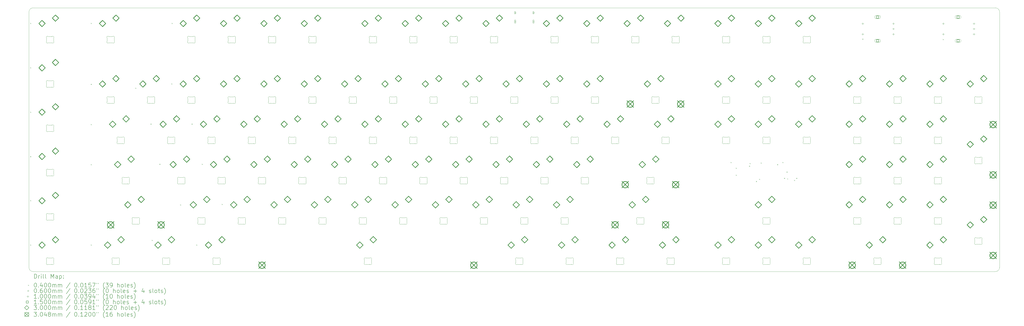
<source format=gbr>
%TF.GenerationSoftware,KiCad,Pcbnew,8.0.2*%
%TF.CreationDate,2024-05-15T22:32:39+02:00*%
%TF.ProjectId,micha_board,6d696368-615f-4626-9f61-72642e6b6963,rev?*%
%TF.SameCoordinates,Original*%
%TF.FileFunction,Drillmap*%
%TF.FilePolarity,Positive*%
%FSLAX45Y45*%
G04 Gerber Fmt 4.5, Leading zero omitted, Abs format (unit mm)*
G04 Created by KiCad (PCBNEW 8.0.2) date 2024-05-15 22:32:39*
%MOMM*%
%LPD*%
G01*
G04 APERTURE LIST*
%ADD10C,0.100000*%
%ADD11C,0.200000*%
%ADD12C,0.150000*%
%ADD13C,0.300000*%
%ADD14C,0.304800*%
G04 APERTURE END LIST*
D10*
X2811421Y-3011421D02*
G75*
G02*
X3011421Y-2811421I200000J0D01*
G01*
X3011421Y-15288579D02*
G75*
G02*
X2811421Y-15088579I0J200000D01*
G01*
X48628579Y-15088579D02*
G75*
G02*
X48428579Y-15288579I-200000J0D01*
G01*
X48428579Y-2811421D02*
G75*
G02*
X48628579Y-3011421I0J-200000D01*
G01*
X2811421Y-15088579D02*
X2811421Y-3011421D01*
X48428579Y-15288579D02*
X3011421Y-15288579D01*
X48628579Y-3011421D02*
X48628579Y-15088579D01*
X3011421Y-2811421D02*
X48428579Y-2811421D01*
X45890000Y-14865784D02*
X45890000Y-14725216D01*
X45640555Y-14945500D02*
X45799445Y-14945500D01*
X45799445Y-14645500D02*
X45640555Y-14645500D01*
X45550000Y-14725216D02*
X45550000Y-14865784D01*
X45890000Y-14725216D02*
G75*
G02*
X45894948Y-14703528I49999J0D01*
G01*
X45824671Y-14638670D02*
G75*
G02*
X45894948Y-14703528I25226J-43170D01*
G01*
X45894948Y-14887472D02*
G75*
G02*
X45890000Y-14865784I45051J21688D01*
G01*
X45894948Y-14887472D02*
G75*
G02*
X45824671Y-14952330I-45051J-21688D01*
G01*
X45799445Y-14945500D02*
G75*
G02*
X45824671Y-14952330I0J-50001D01*
G01*
X45824671Y-14638670D02*
G75*
G02*
X45799445Y-14645500I-25226J43171D01*
G01*
X45615329Y-14952330D02*
G75*
G02*
X45640555Y-14945500I25226J-43171D01*
G01*
X45640555Y-14645500D02*
G75*
G02*
X45615329Y-14638670I0J50001D01*
G01*
X45545052Y-14703528D02*
G75*
G02*
X45615329Y-14638670I45051J21688D01*
G01*
X45545052Y-14703528D02*
G75*
G02*
X45550000Y-14725216I-45051J-21688D01*
G01*
X45615329Y-14952330D02*
G75*
G02*
X45545052Y-14887472I-25226J43170D01*
G01*
X45550000Y-14865784D02*
G75*
G02*
X45545050Y-14887471I-50000J4D01*
G01*
X43032500Y-14865784D02*
X43032500Y-14725216D01*
X42783055Y-14945500D02*
X42941945Y-14945500D01*
X42941945Y-14645500D02*
X42783055Y-14645500D01*
X42692500Y-14725216D02*
X42692500Y-14865784D01*
X43032500Y-14725216D02*
G75*
G02*
X43037448Y-14703528I49999J0D01*
G01*
X42967171Y-14638670D02*
G75*
G02*
X43037448Y-14703528I25226J-43170D01*
G01*
X43037448Y-14887472D02*
G75*
G02*
X43032500Y-14865784I45051J21688D01*
G01*
X43037448Y-14887472D02*
G75*
G02*
X42967171Y-14952330I-45051J-21688D01*
G01*
X42941945Y-14945500D02*
G75*
G02*
X42967171Y-14952330I0J-50001D01*
G01*
X42967171Y-14638670D02*
G75*
G02*
X42941945Y-14645500I-25226J43171D01*
G01*
X42757829Y-14952330D02*
G75*
G02*
X42783055Y-14945500I25226J-43171D01*
G01*
X42783055Y-14645500D02*
G75*
G02*
X42757829Y-14638670I0J50001D01*
G01*
X42687552Y-14703528D02*
G75*
G02*
X42757829Y-14638670I45051J21688D01*
G01*
X42687552Y-14703528D02*
G75*
G02*
X42692500Y-14725216I-45051J-21688D01*
G01*
X42757829Y-14952330D02*
G75*
G02*
X42687552Y-14887472I-25226J43170D01*
G01*
X42692500Y-14865784D02*
G75*
G02*
X42687550Y-14887471I-50000J4D01*
G01*
X39698750Y-14865784D02*
X39698750Y-14725216D01*
X39449305Y-14945500D02*
X39608195Y-14945500D01*
X39608195Y-14645500D02*
X39449305Y-14645500D01*
X39358750Y-14725216D02*
X39358750Y-14865784D01*
X39698750Y-14725216D02*
G75*
G02*
X39703698Y-14703528I49999J0D01*
G01*
X39633421Y-14638670D02*
G75*
G02*
X39703698Y-14703528I25226J-43170D01*
G01*
X39703698Y-14887472D02*
G75*
G02*
X39698750Y-14865784I45051J21688D01*
G01*
X39703698Y-14887472D02*
G75*
G02*
X39633421Y-14952330I-45051J-21688D01*
G01*
X39608195Y-14945500D02*
G75*
G02*
X39633421Y-14952330I0J-50001D01*
G01*
X39633421Y-14638670D02*
G75*
G02*
X39608195Y-14645500I-25226J43171D01*
G01*
X39424079Y-14952330D02*
G75*
G02*
X39449305Y-14945500I25226J-43171D01*
G01*
X39449305Y-14645500D02*
G75*
G02*
X39424079Y-14638670I0J50001D01*
G01*
X39353802Y-14703528D02*
G75*
G02*
X39424079Y-14638670I45051J21688D01*
G01*
X39353802Y-14703528D02*
G75*
G02*
X39358750Y-14725216I-45051J-21688D01*
G01*
X39424079Y-14952330D02*
G75*
G02*
X39353802Y-14887472I-25226J43170D01*
G01*
X39358750Y-14865784D02*
G75*
G02*
X39353800Y-14887471I-50000J4D01*
G01*
X37793750Y-14865784D02*
X37793750Y-14725216D01*
X37544305Y-14945500D02*
X37703195Y-14945500D01*
X37703195Y-14645500D02*
X37544305Y-14645500D01*
X37453750Y-14725216D02*
X37453750Y-14865784D01*
X37793750Y-14725216D02*
G75*
G02*
X37798698Y-14703528I49999J0D01*
G01*
X37728421Y-14638670D02*
G75*
G02*
X37798698Y-14703528I25226J-43170D01*
G01*
X37798698Y-14887472D02*
G75*
G02*
X37793750Y-14865784I45051J21688D01*
G01*
X37798698Y-14887472D02*
G75*
G02*
X37728421Y-14952330I-45051J-21688D01*
G01*
X37703195Y-14945500D02*
G75*
G02*
X37728421Y-14952330I0J-50001D01*
G01*
X37728421Y-14638670D02*
G75*
G02*
X37703195Y-14645500I-25226J43171D01*
G01*
X37519079Y-14952330D02*
G75*
G02*
X37544305Y-14945500I25226J-43171D01*
G01*
X37544305Y-14645500D02*
G75*
G02*
X37519079Y-14638670I0J50001D01*
G01*
X37448802Y-14703528D02*
G75*
G02*
X37519079Y-14638670I45051J21688D01*
G01*
X37448802Y-14703528D02*
G75*
G02*
X37453750Y-14725216I-45051J-21688D01*
G01*
X37519079Y-14952330D02*
G75*
G02*
X37448802Y-14887472I-25226J43170D01*
G01*
X37453750Y-14865784D02*
G75*
G02*
X37448800Y-14887471I-50000J4D01*
G01*
X35888750Y-14865784D02*
X35888750Y-14725216D01*
X35639305Y-14945500D02*
X35798195Y-14945500D01*
X35798195Y-14645500D02*
X35639305Y-14645500D01*
X35548750Y-14725216D02*
X35548750Y-14865784D01*
X35888750Y-14725216D02*
G75*
G02*
X35893698Y-14703528I49999J0D01*
G01*
X35823421Y-14638670D02*
G75*
G02*
X35893698Y-14703528I25226J-43170D01*
G01*
X35893698Y-14887472D02*
G75*
G02*
X35888750Y-14865784I45051J21688D01*
G01*
X35893698Y-14887472D02*
G75*
G02*
X35823421Y-14952330I-45051J-21688D01*
G01*
X35798195Y-14945500D02*
G75*
G02*
X35823421Y-14952330I0J-50001D01*
G01*
X35823421Y-14638670D02*
G75*
G02*
X35798195Y-14645500I-25226J43171D01*
G01*
X35614079Y-14952330D02*
G75*
G02*
X35639305Y-14945500I25226J-43171D01*
G01*
X35639305Y-14645500D02*
G75*
G02*
X35614079Y-14638670I0J50001D01*
G01*
X35543802Y-14703528D02*
G75*
G02*
X35614079Y-14638670I45051J21688D01*
G01*
X35543802Y-14703528D02*
G75*
G02*
X35548750Y-14725216I-45051J-21688D01*
G01*
X35614079Y-14952330D02*
G75*
G02*
X35543802Y-14887472I-25226J43170D01*
G01*
X35548750Y-14865784D02*
G75*
G02*
X35543800Y-14887471I-50000J4D01*
G01*
X33269375Y-14865784D02*
X33269375Y-14725216D01*
X33019930Y-14945500D02*
X33178820Y-14945500D01*
X33178820Y-14645500D02*
X33019930Y-14645500D01*
X32929375Y-14725216D02*
X32929375Y-14865784D01*
X33269375Y-14725216D02*
G75*
G02*
X33274323Y-14703528I49999J0D01*
G01*
X33204046Y-14638670D02*
G75*
G02*
X33274323Y-14703528I25226J-43170D01*
G01*
X33274323Y-14887472D02*
G75*
G02*
X33269375Y-14865784I45051J21688D01*
G01*
X33274323Y-14887472D02*
G75*
G02*
X33204046Y-14952330I-45051J-21688D01*
G01*
X33178820Y-14945500D02*
G75*
G02*
X33204046Y-14952330I0J-50001D01*
G01*
X33204046Y-14638670D02*
G75*
G02*
X33178820Y-14645500I-25226J43171D01*
G01*
X32994704Y-14952330D02*
G75*
G02*
X33019930Y-14945500I25226J-43171D01*
G01*
X33019930Y-14645500D02*
G75*
G02*
X32994704Y-14638670I0J50001D01*
G01*
X32924427Y-14703528D02*
G75*
G02*
X32994704Y-14638670I45051J21688D01*
G01*
X32924427Y-14703528D02*
G75*
G02*
X32929375Y-14725216I-45051J-21688D01*
G01*
X32994704Y-14952330D02*
G75*
G02*
X32924427Y-14887472I-25226J43170D01*
G01*
X32929375Y-14865784D02*
G75*
G02*
X32924425Y-14887471I-50000J4D01*
G01*
X30888125Y-14865784D02*
X30888125Y-14725216D01*
X30638680Y-14945500D02*
X30797570Y-14945500D01*
X30797570Y-14645500D02*
X30638680Y-14645500D01*
X30548125Y-14725216D02*
X30548125Y-14865784D01*
X30888125Y-14725216D02*
G75*
G02*
X30893073Y-14703528I49999J0D01*
G01*
X30822796Y-14638670D02*
G75*
G02*
X30893073Y-14703528I25226J-43170D01*
G01*
X30893073Y-14887472D02*
G75*
G02*
X30888125Y-14865784I45051J21688D01*
G01*
X30893073Y-14887472D02*
G75*
G02*
X30822796Y-14952330I-45051J-21688D01*
G01*
X30797570Y-14945500D02*
G75*
G02*
X30822796Y-14952330I0J-50001D01*
G01*
X30822796Y-14638670D02*
G75*
G02*
X30797570Y-14645500I-25226J43171D01*
G01*
X30613454Y-14952330D02*
G75*
G02*
X30638680Y-14945500I25226J-43171D01*
G01*
X30638680Y-14645500D02*
G75*
G02*
X30613454Y-14638670I0J50001D01*
G01*
X30543177Y-14703528D02*
G75*
G02*
X30613454Y-14638670I45051J21688D01*
G01*
X30543177Y-14703528D02*
G75*
G02*
X30548125Y-14725216I-45051J-21688D01*
G01*
X30613454Y-14952330D02*
G75*
G02*
X30543177Y-14887472I-25226J43170D01*
G01*
X30548125Y-14865784D02*
G75*
G02*
X30543175Y-14887471I-50000J4D01*
G01*
X28506875Y-14865784D02*
X28506875Y-14725216D01*
X28257430Y-14945500D02*
X28416320Y-14945500D01*
X28416320Y-14645500D02*
X28257430Y-14645500D01*
X28166875Y-14725216D02*
X28166875Y-14865784D01*
X28506875Y-14725216D02*
G75*
G02*
X28511823Y-14703528I49999J0D01*
G01*
X28441546Y-14638670D02*
G75*
G02*
X28511823Y-14703528I25226J-43170D01*
G01*
X28511823Y-14887472D02*
G75*
G02*
X28506875Y-14865784I45051J21688D01*
G01*
X28511823Y-14887472D02*
G75*
G02*
X28441546Y-14952330I-45051J-21688D01*
G01*
X28416320Y-14945500D02*
G75*
G02*
X28441546Y-14952330I0J-50001D01*
G01*
X28441546Y-14638670D02*
G75*
G02*
X28416320Y-14645500I-25226J43171D01*
G01*
X28232204Y-14952330D02*
G75*
G02*
X28257430Y-14945500I25226J-43171D01*
G01*
X28257430Y-14645500D02*
G75*
G02*
X28232204Y-14638670I0J50001D01*
G01*
X28161927Y-14703528D02*
G75*
G02*
X28232204Y-14638670I45051J21688D01*
G01*
X28161927Y-14703528D02*
G75*
G02*
X28166875Y-14725216I-45051J-21688D01*
G01*
X28232204Y-14952330D02*
G75*
G02*
X28161927Y-14887472I-25226J43170D01*
G01*
X28166875Y-14865784D02*
G75*
G02*
X28161925Y-14887471I-50000J4D01*
G01*
X26125625Y-14865784D02*
X26125625Y-14725216D01*
X25876180Y-14945500D02*
X26035070Y-14945500D01*
X26035070Y-14645500D02*
X25876180Y-14645500D01*
X25785625Y-14725216D02*
X25785625Y-14865784D01*
X26125625Y-14725216D02*
G75*
G02*
X26130573Y-14703528I49999J0D01*
G01*
X26060296Y-14638670D02*
G75*
G02*
X26130573Y-14703528I25226J-43170D01*
G01*
X26130573Y-14887472D02*
G75*
G02*
X26125625Y-14865784I45051J21688D01*
G01*
X26130573Y-14887472D02*
G75*
G02*
X26060296Y-14952330I-45051J-21688D01*
G01*
X26035070Y-14945500D02*
G75*
G02*
X26060296Y-14952330I0J-50001D01*
G01*
X26060296Y-14638670D02*
G75*
G02*
X26035070Y-14645500I-25226J43171D01*
G01*
X25850954Y-14952330D02*
G75*
G02*
X25876180Y-14945500I25226J-43171D01*
G01*
X25876180Y-14645500D02*
G75*
G02*
X25850954Y-14638670I0J50001D01*
G01*
X25780677Y-14703528D02*
G75*
G02*
X25850954Y-14638670I45051J21688D01*
G01*
X25780677Y-14703528D02*
G75*
G02*
X25785625Y-14725216I-45051J-21688D01*
G01*
X25850954Y-14952330D02*
G75*
G02*
X25780677Y-14887472I-25226J43170D01*
G01*
X25785625Y-14865784D02*
G75*
G02*
X25780675Y-14887471I-50000J4D01*
G01*
X18981875Y-14865784D02*
X18981875Y-14725216D01*
X18732430Y-14945500D02*
X18891320Y-14945500D01*
X18891320Y-14645500D02*
X18732430Y-14645500D01*
X18641875Y-14725216D02*
X18641875Y-14865784D01*
X18981875Y-14725216D02*
G75*
G02*
X18986823Y-14703528I49999J0D01*
G01*
X18916546Y-14638670D02*
G75*
G02*
X18986823Y-14703528I25226J-43170D01*
G01*
X18986823Y-14887472D02*
G75*
G02*
X18981875Y-14865784I45051J21688D01*
G01*
X18986823Y-14887472D02*
G75*
G02*
X18916546Y-14952330I-45051J-21688D01*
G01*
X18891320Y-14945500D02*
G75*
G02*
X18916546Y-14952330I0J-50001D01*
G01*
X18916546Y-14638670D02*
G75*
G02*
X18891320Y-14645500I-25226J43171D01*
G01*
X18707204Y-14952330D02*
G75*
G02*
X18732430Y-14945500I25226J-43171D01*
G01*
X18732430Y-14645500D02*
G75*
G02*
X18707204Y-14638670I0J50001D01*
G01*
X18636927Y-14703528D02*
G75*
G02*
X18707204Y-14638670I45051J21688D01*
G01*
X18636927Y-14703528D02*
G75*
G02*
X18641875Y-14725216I-45051J-21688D01*
G01*
X18707204Y-14952330D02*
G75*
G02*
X18636927Y-14887472I-25226J43170D01*
G01*
X18641875Y-14865784D02*
G75*
G02*
X18636925Y-14887471I-50000J4D01*
G01*
X11838125Y-14865784D02*
X11838125Y-14725216D01*
X11588680Y-14945500D02*
X11747570Y-14945500D01*
X11747570Y-14645500D02*
X11588680Y-14645500D01*
X11498125Y-14725216D02*
X11498125Y-14865784D01*
X11838125Y-14725216D02*
G75*
G02*
X11843073Y-14703528I49999J0D01*
G01*
X11772796Y-14638670D02*
G75*
G02*
X11843073Y-14703528I25226J-43170D01*
G01*
X11843073Y-14887472D02*
G75*
G02*
X11838125Y-14865784I45051J21688D01*
G01*
X11843073Y-14887472D02*
G75*
G02*
X11772796Y-14952330I-45051J-21688D01*
G01*
X11747570Y-14945500D02*
G75*
G02*
X11772796Y-14952330I0J-50001D01*
G01*
X11772796Y-14638670D02*
G75*
G02*
X11747570Y-14645500I-25226J43171D01*
G01*
X11563454Y-14952330D02*
G75*
G02*
X11588680Y-14945500I25226J-43171D01*
G01*
X11588680Y-14645500D02*
G75*
G02*
X11563454Y-14638670I0J50001D01*
G01*
X11493177Y-14703528D02*
G75*
G02*
X11563454Y-14638670I45051J21688D01*
G01*
X11493177Y-14703528D02*
G75*
G02*
X11498125Y-14725216I-45051J-21688D01*
G01*
X11563454Y-14952330D02*
G75*
G02*
X11493177Y-14887472I-25226J43170D01*
G01*
X11498125Y-14865784D02*
G75*
G02*
X11493175Y-14887471I-50000J4D01*
G01*
X9456875Y-14865784D02*
X9456875Y-14725216D01*
X9207430Y-14945500D02*
X9366320Y-14945500D01*
X9366320Y-14645500D02*
X9207430Y-14645500D01*
X9116875Y-14725216D02*
X9116875Y-14865784D01*
X9456875Y-14725216D02*
G75*
G02*
X9461823Y-14703528I49999J0D01*
G01*
X9391546Y-14638670D02*
G75*
G02*
X9461823Y-14703528I25226J-43170D01*
G01*
X9461823Y-14887472D02*
G75*
G02*
X9456875Y-14865784I45051J21688D01*
G01*
X9461823Y-14887472D02*
G75*
G02*
X9391546Y-14952330I-45051J-21688D01*
G01*
X9366320Y-14945500D02*
G75*
G02*
X9391546Y-14952330I0J-50001D01*
G01*
X9391546Y-14638670D02*
G75*
G02*
X9366320Y-14645500I-25226J43171D01*
G01*
X9182204Y-14952330D02*
G75*
G02*
X9207430Y-14945500I25226J-43171D01*
G01*
X9207430Y-14645500D02*
G75*
G02*
X9182204Y-14638670I0J50001D01*
G01*
X9111927Y-14703528D02*
G75*
G02*
X9182204Y-14638670I45051J21688D01*
G01*
X9111927Y-14703528D02*
G75*
G02*
X9116875Y-14725216I-45051J-21688D01*
G01*
X9182204Y-14952330D02*
G75*
G02*
X9111927Y-14887472I-25226J43170D01*
G01*
X9116875Y-14865784D02*
G75*
G02*
X9111925Y-14887471I-50000J4D01*
G01*
X7075625Y-14865784D02*
X7075625Y-14725216D01*
X6826180Y-14945500D02*
X6985070Y-14945500D01*
X6985070Y-14645500D02*
X6826180Y-14645500D01*
X6735625Y-14725216D02*
X6735625Y-14865784D01*
X7075625Y-14725216D02*
G75*
G02*
X7080573Y-14703528I49999J0D01*
G01*
X7010296Y-14638670D02*
G75*
G02*
X7080573Y-14703528I25226J-43170D01*
G01*
X7080573Y-14887472D02*
G75*
G02*
X7075625Y-14865784I45051J21688D01*
G01*
X7080573Y-14887472D02*
G75*
G02*
X7010296Y-14952330I-45051J-21688D01*
G01*
X6985070Y-14945500D02*
G75*
G02*
X7010296Y-14952330I0J-50001D01*
G01*
X7010296Y-14638670D02*
G75*
G02*
X6985070Y-14645500I-25226J43171D01*
G01*
X6800954Y-14952330D02*
G75*
G02*
X6826180Y-14945500I25226J-43171D01*
G01*
X6826180Y-14645500D02*
G75*
G02*
X6800954Y-14638670I0J50001D01*
G01*
X6730677Y-14703528D02*
G75*
G02*
X6800954Y-14638670I45051J21688D01*
G01*
X6730677Y-14703528D02*
G75*
G02*
X6735625Y-14725216I-45051J-21688D01*
G01*
X6800954Y-14952330D02*
G75*
G02*
X6730677Y-14887472I-25226J43170D01*
G01*
X6735625Y-14865784D02*
G75*
G02*
X6730675Y-14887471I-50000J4D01*
G01*
X3980000Y-14865784D02*
X3980000Y-14725216D01*
X3730555Y-14945500D02*
X3889445Y-14945500D01*
X3889445Y-14645500D02*
X3730555Y-14645500D01*
X3640000Y-14725216D02*
X3640000Y-14865784D01*
X3980000Y-14725216D02*
G75*
G02*
X3984948Y-14703528I49999J0D01*
G01*
X3914671Y-14638670D02*
G75*
G02*
X3984948Y-14703528I25226J-43170D01*
G01*
X3984948Y-14887472D02*
G75*
G02*
X3980000Y-14865784I45051J21688D01*
G01*
X3984948Y-14887472D02*
G75*
G02*
X3914671Y-14952330I-45051J-21688D01*
G01*
X3889445Y-14945500D02*
G75*
G02*
X3914671Y-14952330I0J-50001D01*
G01*
X3914671Y-14638670D02*
G75*
G02*
X3889445Y-14645500I-25226J43171D01*
G01*
X3705329Y-14952330D02*
G75*
G02*
X3730555Y-14945500I25226J-43171D01*
G01*
X3730555Y-14645500D02*
G75*
G02*
X3705329Y-14638670I0J50001D01*
G01*
X3635052Y-14703528D02*
G75*
G02*
X3705329Y-14638670I45051J21688D01*
G01*
X3635052Y-14703528D02*
G75*
G02*
X3640000Y-14725216I-45051J-21688D01*
G01*
X3705329Y-14952330D02*
G75*
G02*
X3635052Y-14887472I-25226J43170D01*
G01*
X3640000Y-14865784D02*
G75*
G02*
X3635050Y-14887471I-50000J4D01*
G01*
X47795000Y-13913284D02*
X47795000Y-13772716D01*
X47545555Y-13993000D02*
X47704445Y-13993000D01*
X47704445Y-13693000D02*
X47545555Y-13693000D01*
X47455000Y-13772716D02*
X47455000Y-13913284D01*
X47795000Y-13772716D02*
G75*
G02*
X47799948Y-13751028I49999J0D01*
G01*
X47729671Y-13686170D02*
G75*
G02*
X47799948Y-13751028I25226J-43170D01*
G01*
X47799948Y-13934972D02*
G75*
G02*
X47795000Y-13913284I45051J21688D01*
G01*
X47799948Y-13934972D02*
G75*
G02*
X47729671Y-13999830I-45051J-21688D01*
G01*
X47704445Y-13993000D02*
G75*
G02*
X47729671Y-13999830I0J-50001D01*
G01*
X47729671Y-13686170D02*
G75*
G02*
X47704445Y-13693000I-25226J43171D01*
G01*
X47520329Y-13999830D02*
G75*
G02*
X47545555Y-13993000I25226J-43171D01*
G01*
X47545555Y-13693000D02*
G75*
G02*
X47520329Y-13686170I0J50001D01*
G01*
X47450052Y-13751028D02*
G75*
G02*
X47520329Y-13686170I45051J21688D01*
G01*
X47450052Y-13751028D02*
G75*
G02*
X47455000Y-13772716I-45051J-21688D01*
G01*
X47520329Y-13999830D02*
G75*
G02*
X47450052Y-13934972I-25226J43170D01*
G01*
X47455000Y-13913284D02*
G75*
G02*
X47450050Y-13934971I-50000J4D01*
G01*
X45890000Y-12960784D02*
X45890000Y-12820216D01*
X45640555Y-13040500D02*
X45799445Y-13040500D01*
X45799445Y-12740500D02*
X45640555Y-12740500D01*
X45550000Y-12820216D02*
X45550000Y-12960784D01*
X45890000Y-12820216D02*
G75*
G02*
X45894948Y-12798528I49999J0D01*
G01*
X45824671Y-12733670D02*
G75*
G02*
X45894948Y-12798528I25226J-43170D01*
G01*
X45894948Y-12982472D02*
G75*
G02*
X45890000Y-12960784I45051J21688D01*
G01*
X45894948Y-12982472D02*
G75*
G02*
X45824671Y-13047330I-45051J-21688D01*
G01*
X45799445Y-13040500D02*
G75*
G02*
X45824671Y-13047330I0J-50001D01*
G01*
X45824671Y-12733670D02*
G75*
G02*
X45799445Y-12740500I-25226J43171D01*
G01*
X45615329Y-13047330D02*
G75*
G02*
X45640555Y-13040500I25226J-43171D01*
G01*
X45640555Y-12740500D02*
G75*
G02*
X45615329Y-12733670I0J50001D01*
G01*
X45545052Y-12798528D02*
G75*
G02*
X45615329Y-12733670I45051J21688D01*
G01*
X45545052Y-12798528D02*
G75*
G02*
X45550000Y-12820216I-45051J-21688D01*
G01*
X45615329Y-13047330D02*
G75*
G02*
X45545052Y-12982472I-25226J43170D01*
G01*
X45550000Y-12960784D02*
G75*
G02*
X45545050Y-12982471I-50000J4D01*
G01*
X43985000Y-12960784D02*
X43985000Y-12820216D01*
X43735555Y-13040500D02*
X43894445Y-13040500D01*
X43894445Y-12740500D02*
X43735555Y-12740500D01*
X43645000Y-12820216D02*
X43645000Y-12960784D01*
X43985000Y-12820216D02*
G75*
G02*
X43989948Y-12798528I49999J0D01*
G01*
X43919671Y-12733670D02*
G75*
G02*
X43989948Y-12798528I25226J-43170D01*
G01*
X43989948Y-12982472D02*
G75*
G02*
X43985000Y-12960784I45051J21688D01*
G01*
X43989948Y-12982472D02*
G75*
G02*
X43919671Y-13047330I-45051J-21688D01*
G01*
X43894445Y-13040500D02*
G75*
G02*
X43919671Y-13047330I0J-50001D01*
G01*
X43919671Y-12733670D02*
G75*
G02*
X43894445Y-12740500I-25226J43171D01*
G01*
X43710329Y-13047330D02*
G75*
G02*
X43735555Y-13040500I25226J-43171D01*
G01*
X43735555Y-12740500D02*
G75*
G02*
X43710329Y-12733670I0J50001D01*
G01*
X43640052Y-12798528D02*
G75*
G02*
X43710329Y-12733670I45051J21688D01*
G01*
X43640052Y-12798528D02*
G75*
G02*
X43645000Y-12820216I-45051J-21688D01*
G01*
X43710329Y-13047330D02*
G75*
G02*
X43640052Y-12982472I-25226J43170D01*
G01*
X43645000Y-12960784D02*
G75*
G02*
X43640050Y-12982471I-50000J4D01*
G01*
X42080000Y-12960784D02*
X42080000Y-12820216D01*
X41830555Y-13040500D02*
X41989445Y-13040500D01*
X41989445Y-12740500D02*
X41830555Y-12740500D01*
X41740000Y-12820216D02*
X41740000Y-12960784D01*
X42080000Y-12820216D02*
G75*
G02*
X42084948Y-12798528I49999J0D01*
G01*
X42014671Y-12733670D02*
G75*
G02*
X42084948Y-12798528I25226J-43170D01*
G01*
X42084948Y-12982472D02*
G75*
G02*
X42080000Y-12960784I45051J21688D01*
G01*
X42084948Y-12982472D02*
G75*
G02*
X42014671Y-13047330I-45051J-21688D01*
G01*
X41989445Y-13040500D02*
G75*
G02*
X42014671Y-13047330I0J-50001D01*
G01*
X42014671Y-12733670D02*
G75*
G02*
X41989445Y-12740500I-25226J43171D01*
G01*
X41805329Y-13047330D02*
G75*
G02*
X41830555Y-13040500I25226J-43171D01*
G01*
X41830555Y-12740500D02*
G75*
G02*
X41805329Y-12733670I0J50001D01*
G01*
X41735052Y-12798528D02*
G75*
G02*
X41805329Y-12733670I45051J21688D01*
G01*
X41735052Y-12798528D02*
G75*
G02*
X41740000Y-12820216I-45051J-21688D01*
G01*
X41805329Y-13047330D02*
G75*
G02*
X41735052Y-12982472I-25226J43170D01*
G01*
X41740000Y-12960784D02*
G75*
G02*
X41735050Y-12982471I-50000J4D01*
G01*
X37793750Y-12960784D02*
X37793750Y-12820216D01*
X37544305Y-13040500D02*
X37703195Y-13040500D01*
X37703195Y-12740500D02*
X37544305Y-12740500D01*
X37453750Y-12820216D02*
X37453750Y-12960784D01*
X37793750Y-12820216D02*
G75*
G02*
X37798698Y-12798528I49999J0D01*
G01*
X37728421Y-12733670D02*
G75*
G02*
X37798698Y-12798528I25226J-43170D01*
G01*
X37798698Y-12982472D02*
G75*
G02*
X37793750Y-12960784I45051J21688D01*
G01*
X37798698Y-12982472D02*
G75*
G02*
X37728421Y-13047330I-45051J-21688D01*
G01*
X37703195Y-13040500D02*
G75*
G02*
X37728421Y-13047330I0J-50001D01*
G01*
X37728421Y-12733670D02*
G75*
G02*
X37703195Y-12740500I-25226J43171D01*
G01*
X37519079Y-13047330D02*
G75*
G02*
X37544305Y-13040500I25226J-43171D01*
G01*
X37544305Y-12740500D02*
G75*
G02*
X37519079Y-12733670I0J50001D01*
G01*
X37448802Y-12798528D02*
G75*
G02*
X37519079Y-12733670I45051J21688D01*
G01*
X37448802Y-12798528D02*
G75*
G02*
X37453750Y-12820216I-45051J-21688D01*
G01*
X37519079Y-13047330D02*
G75*
G02*
X37448802Y-12982472I-25226J43170D01*
G01*
X37453750Y-12960784D02*
G75*
G02*
X37448800Y-12982471I-50000J4D01*
G01*
X31840625Y-12960784D02*
X31840625Y-12820216D01*
X31591180Y-13040500D02*
X31750070Y-13040500D01*
X31750070Y-12740500D02*
X31591180Y-12740500D01*
X31500625Y-12820216D02*
X31500625Y-12960784D01*
X31840625Y-12820216D02*
G75*
G02*
X31845573Y-12798528I49999J0D01*
G01*
X31775296Y-12733670D02*
G75*
G02*
X31845573Y-12798528I25226J-43170D01*
G01*
X31845573Y-12982472D02*
G75*
G02*
X31840625Y-12960784I45051J21688D01*
G01*
X31845573Y-12982472D02*
G75*
G02*
X31775296Y-13047330I-45051J-21688D01*
G01*
X31750070Y-13040500D02*
G75*
G02*
X31775296Y-13047330I0J-50001D01*
G01*
X31775296Y-12733670D02*
G75*
G02*
X31750070Y-12740500I-25226J43171D01*
G01*
X31565954Y-13047330D02*
G75*
G02*
X31591180Y-13040500I25226J-43171D01*
G01*
X31591180Y-12740500D02*
G75*
G02*
X31565954Y-12733670I0J50001D01*
G01*
X31495677Y-12798528D02*
G75*
G02*
X31565954Y-12733670I45051J21688D01*
G01*
X31495677Y-12798528D02*
G75*
G02*
X31500625Y-12820216I-45051J-21688D01*
G01*
X31565954Y-13047330D02*
G75*
G02*
X31495677Y-12982472I-25226J43170D01*
G01*
X31500625Y-12960784D02*
G75*
G02*
X31495675Y-12982471I-50000J4D01*
G01*
X28268750Y-12960784D02*
X28268750Y-12820216D01*
X28019305Y-13040500D02*
X28178195Y-13040500D01*
X28178195Y-12740500D02*
X28019305Y-12740500D01*
X27928750Y-12820216D02*
X27928750Y-12960784D01*
X28268750Y-12820216D02*
G75*
G02*
X28273698Y-12798528I49999J0D01*
G01*
X28203421Y-12733670D02*
G75*
G02*
X28273698Y-12798528I25226J-43170D01*
G01*
X28273698Y-12982472D02*
G75*
G02*
X28268750Y-12960784I45051J21688D01*
G01*
X28273698Y-12982472D02*
G75*
G02*
X28203421Y-13047330I-45051J-21688D01*
G01*
X28178195Y-13040500D02*
G75*
G02*
X28203421Y-13047330I0J-50001D01*
G01*
X28203421Y-12733670D02*
G75*
G02*
X28178195Y-12740500I-25226J43171D01*
G01*
X27994079Y-13047330D02*
G75*
G02*
X28019305Y-13040500I25226J-43171D01*
G01*
X28019305Y-12740500D02*
G75*
G02*
X27994079Y-12733670I0J50001D01*
G01*
X27923802Y-12798528D02*
G75*
G02*
X27994079Y-12733670I45051J21688D01*
G01*
X27923802Y-12798528D02*
G75*
G02*
X27928750Y-12820216I-45051J-21688D01*
G01*
X27994079Y-13047330D02*
G75*
G02*
X27923802Y-12982472I-25226J43170D01*
G01*
X27928750Y-12960784D02*
G75*
G02*
X27923800Y-12982471I-50000J4D01*
G01*
X26363750Y-12960784D02*
X26363750Y-12820216D01*
X26114305Y-13040500D02*
X26273195Y-13040500D01*
X26273195Y-12740500D02*
X26114305Y-12740500D01*
X26023750Y-12820216D02*
X26023750Y-12960784D01*
X26363750Y-12820216D02*
G75*
G02*
X26368698Y-12798528I49999J0D01*
G01*
X26298421Y-12733670D02*
G75*
G02*
X26368698Y-12798528I25226J-43170D01*
G01*
X26368698Y-12982472D02*
G75*
G02*
X26363750Y-12960784I45051J21688D01*
G01*
X26368698Y-12982472D02*
G75*
G02*
X26298421Y-13047330I-45051J-21688D01*
G01*
X26273195Y-13040500D02*
G75*
G02*
X26298421Y-13047330I0J-50001D01*
G01*
X26298421Y-12733670D02*
G75*
G02*
X26273195Y-12740500I-25226J43171D01*
G01*
X26089079Y-13047330D02*
G75*
G02*
X26114305Y-13040500I25226J-43171D01*
G01*
X26114305Y-12740500D02*
G75*
G02*
X26089079Y-12733670I0J50001D01*
G01*
X26018802Y-12798528D02*
G75*
G02*
X26089079Y-12733670I45051J21688D01*
G01*
X26018802Y-12798528D02*
G75*
G02*
X26023750Y-12820216I-45051J-21688D01*
G01*
X26089079Y-13047330D02*
G75*
G02*
X26018802Y-12982472I-25226J43170D01*
G01*
X26023750Y-12960784D02*
G75*
G02*
X26018800Y-12982471I-50000J4D01*
G01*
X24458750Y-12960784D02*
X24458750Y-12820216D01*
X24209305Y-13040500D02*
X24368195Y-13040500D01*
X24368195Y-12740500D02*
X24209305Y-12740500D01*
X24118750Y-12820216D02*
X24118750Y-12960784D01*
X24458750Y-12820216D02*
G75*
G02*
X24463698Y-12798528I49999J0D01*
G01*
X24393421Y-12733670D02*
G75*
G02*
X24463698Y-12798528I25226J-43170D01*
G01*
X24463698Y-12982472D02*
G75*
G02*
X24458750Y-12960784I45051J21688D01*
G01*
X24463698Y-12982472D02*
G75*
G02*
X24393421Y-13047330I-45051J-21688D01*
G01*
X24368195Y-13040500D02*
G75*
G02*
X24393421Y-13047330I0J-50001D01*
G01*
X24393421Y-12733670D02*
G75*
G02*
X24368195Y-12740500I-25226J43171D01*
G01*
X24184079Y-13047330D02*
G75*
G02*
X24209305Y-13040500I25226J-43171D01*
G01*
X24209305Y-12740500D02*
G75*
G02*
X24184079Y-12733670I0J50001D01*
G01*
X24113802Y-12798528D02*
G75*
G02*
X24184079Y-12733670I45051J21688D01*
G01*
X24113802Y-12798528D02*
G75*
G02*
X24118750Y-12820216I-45051J-21688D01*
G01*
X24184079Y-13047330D02*
G75*
G02*
X24113802Y-12982472I-25226J43170D01*
G01*
X24118750Y-12960784D02*
G75*
G02*
X24113800Y-12982471I-50000J4D01*
G01*
X22553750Y-12960784D02*
X22553750Y-12820216D01*
X22304305Y-13040500D02*
X22463195Y-13040500D01*
X22463195Y-12740500D02*
X22304305Y-12740500D01*
X22213750Y-12820216D02*
X22213750Y-12960784D01*
X22553750Y-12820216D02*
G75*
G02*
X22558698Y-12798528I49999J0D01*
G01*
X22488421Y-12733670D02*
G75*
G02*
X22558698Y-12798528I25226J-43170D01*
G01*
X22558698Y-12982472D02*
G75*
G02*
X22553750Y-12960784I45051J21688D01*
G01*
X22558698Y-12982472D02*
G75*
G02*
X22488421Y-13047330I-45051J-21688D01*
G01*
X22463195Y-13040500D02*
G75*
G02*
X22488421Y-13047330I0J-50001D01*
G01*
X22488421Y-12733670D02*
G75*
G02*
X22463195Y-12740500I-25226J43171D01*
G01*
X22279079Y-13047330D02*
G75*
G02*
X22304305Y-13040500I25226J-43171D01*
G01*
X22304305Y-12740500D02*
G75*
G02*
X22279079Y-12733670I0J50001D01*
G01*
X22208802Y-12798528D02*
G75*
G02*
X22279079Y-12733670I45051J21688D01*
G01*
X22208802Y-12798528D02*
G75*
G02*
X22213750Y-12820216I-45051J-21688D01*
G01*
X22279079Y-13047330D02*
G75*
G02*
X22208802Y-12982472I-25226J43170D01*
G01*
X22213750Y-12960784D02*
G75*
G02*
X22208800Y-12982471I-50000J4D01*
G01*
X20648750Y-12960784D02*
X20648750Y-12820216D01*
X20399305Y-13040500D02*
X20558195Y-13040500D01*
X20558195Y-12740500D02*
X20399305Y-12740500D01*
X20308750Y-12820216D02*
X20308750Y-12960784D01*
X20648750Y-12820216D02*
G75*
G02*
X20653698Y-12798528I49999J0D01*
G01*
X20583421Y-12733670D02*
G75*
G02*
X20653698Y-12798528I25226J-43170D01*
G01*
X20653698Y-12982472D02*
G75*
G02*
X20648750Y-12960784I45051J21688D01*
G01*
X20653698Y-12982472D02*
G75*
G02*
X20583421Y-13047330I-45051J-21688D01*
G01*
X20558195Y-13040500D02*
G75*
G02*
X20583421Y-13047330I0J-50001D01*
G01*
X20583421Y-12733670D02*
G75*
G02*
X20558195Y-12740500I-25226J43171D01*
G01*
X20374079Y-13047330D02*
G75*
G02*
X20399305Y-13040500I25226J-43171D01*
G01*
X20399305Y-12740500D02*
G75*
G02*
X20374079Y-12733670I0J50001D01*
G01*
X20303802Y-12798528D02*
G75*
G02*
X20374079Y-12733670I45051J21688D01*
G01*
X20303802Y-12798528D02*
G75*
G02*
X20308750Y-12820216I-45051J-21688D01*
G01*
X20374079Y-13047330D02*
G75*
G02*
X20303802Y-12982472I-25226J43170D01*
G01*
X20308750Y-12960784D02*
G75*
G02*
X20303800Y-12982471I-50000J4D01*
G01*
X18743750Y-12960784D02*
X18743750Y-12820216D01*
X18494305Y-13040500D02*
X18653195Y-13040500D01*
X18653195Y-12740500D02*
X18494305Y-12740500D01*
X18403750Y-12820216D02*
X18403750Y-12960784D01*
X18743750Y-12820216D02*
G75*
G02*
X18748698Y-12798528I49999J0D01*
G01*
X18678421Y-12733670D02*
G75*
G02*
X18748698Y-12798528I25226J-43170D01*
G01*
X18748698Y-12982472D02*
G75*
G02*
X18743750Y-12960784I45051J21688D01*
G01*
X18748698Y-12982472D02*
G75*
G02*
X18678421Y-13047330I-45051J-21688D01*
G01*
X18653195Y-13040500D02*
G75*
G02*
X18678421Y-13047330I0J-50001D01*
G01*
X18678421Y-12733670D02*
G75*
G02*
X18653195Y-12740500I-25226J43171D01*
G01*
X18469079Y-13047330D02*
G75*
G02*
X18494305Y-13040500I25226J-43171D01*
G01*
X18494305Y-12740500D02*
G75*
G02*
X18469079Y-12733670I0J50001D01*
G01*
X18398802Y-12798528D02*
G75*
G02*
X18469079Y-12733670I45051J21688D01*
G01*
X18398802Y-12798528D02*
G75*
G02*
X18403750Y-12820216I-45051J-21688D01*
G01*
X18469079Y-13047330D02*
G75*
G02*
X18398802Y-12982472I-25226J43170D01*
G01*
X18403750Y-12960784D02*
G75*
G02*
X18398800Y-12982471I-50000J4D01*
G01*
X16838750Y-12960784D02*
X16838750Y-12820216D01*
X16589305Y-13040500D02*
X16748195Y-13040500D01*
X16748195Y-12740500D02*
X16589305Y-12740500D01*
X16498750Y-12820216D02*
X16498750Y-12960784D01*
X16838750Y-12820216D02*
G75*
G02*
X16843698Y-12798528I49999J0D01*
G01*
X16773421Y-12733670D02*
G75*
G02*
X16843698Y-12798528I25226J-43170D01*
G01*
X16843698Y-12982472D02*
G75*
G02*
X16838750Y-12960784I45051J21688D01*
G01*
X16843698Y-12982472D02*
G75*
G02*
X16773421Y-13047330I-45051J-21688D01*
G01*
X16748195Y-13040500D02*
G75*
G02*
X16773421Y-13047330I0J-50001D01*
G01*
X16773421Y-12733670D02*
G75*
G02*
X16748195Y-12740500I-25226J43171D01*
G01*
X16564079Y-13047330D02*
G75*
G02*
X16589305Y-13040500I25226J-43171D01*
G01*
X16589305Y-12740500D02*
G75*
G02*
X16564079Y-12733670I0J50001D01*
G01*
X16493802Y-12798528D02*
G75*
G02*
X16564079Y-12733670I45051J21688D01*
G01*
X16493802Y-12798528D02*
G75*
G02*
X16498750Y-12820216I-45051J-21688D01*
G01*
X16564079Y-13047330D02*
G75*
G02*
X16493802Y-12982472I-25226J43170D01*
G01*
X16498750Y-12960784D02*
G75*
G02*
X16493800Y-12982471I-50000J4D01*
G01*
X14933750Y-12960784D02*
X14933750Y-12820216D01*
X14684305Y-13040500D02*
X14843195Y-13040500D01*
X14843195Y-12740500D02*
X14684305Y-12740500D01*
X14593750Y-12820216D02*
X14593750Y-12960784D01*
X14933750Y-12820216D02*
G75*
G02*
X14938698Y-12798528I49999J0D01*
G01*
X14868421Y-12733670D02*
G75*
G02*
X14938698Y-12798528I25226J-43170D01*
G01*
X14938698Y-12982472D02*
G75*
G02*
X14933750Y-12960784I45051J21688D01*
G01*
X14938698Y-12982472D02*
G75*
G02*
X14868421Y-13047330I-45051J-21688D01*
G01*
X14843195Y-13040500D02*
G75*
G02*
X14868421Y-13047330I0J-50001D01*
G01*
X14868421Y-12733670D02*
G75*
G02*
X14843195Y-12740500I-25226J43171D01*
G01*
X14659079Y-13047330D02*
G75*
G02*
X14684305Y-13040500I25226J-43171D01*
G01*
X14684305Y-12740500D02*
G75*
G02*
X14659079Y-12733670I0J50001D01*
G01*
X14588802Y-12798528D02*
G75*
G02*
X14659079Y-12733670I45051J21688D01*
G01*
X14588802Y-12798528D02*
G75*
G02*
X14593750Y-12820216I-45051J-21688D01*
G01*
X14659079Y-13047330D02*
G75*
G02*
X14588802Y-12982472I-25226J43170D01*
G01*
X14593750Y-12960784D02*
G75*
G02*
X14588800Y-12982471I-50000J4D01*
G01*
X13028750Y-12960784D02*
X13028750Y-12820216D01*
X12779305Y-13040500D02*
X12938195Y-13040500D01*
X12938195Y-12740500D02*
X12779305Y-12740500D01*
X12688750Y-12820216D02*
X12688750Y-12960784D01*
X13028750Y-12820216D02*
G75*
G02*
X13033698Y-12798528I49999J0D01*
G01*
X12963421Y-12733670D02*
G75*
G02*
X13033698Y-12798528I25226J-43170D01*
G01*
X13033698Y-12982472D02*
G75*
G02*
X13028750Y-12960784I45051J21688D01*
G01*
X13033698Y-12982472D02*
G75*
G02*
X12963421Y-13047330I-45051J-21688D01*
G01*
X12938195Y-13040500D02*
G75*
G02*
X12963421Y-13047330I0J-50001D01*
G01*
X12963421Y-12733670D02*
G75*
G02*
X12938195Y-12740500I-25226J43171D01*
G01*
X12754079Y-13047330D02*
G75*
G02*
X12779305Y-13040500I25226J-43171D01*
G01*
X12779305Y-12740500D02*
G75*
G02*
X12754079Y-12733670I0J50001D01*
G01*
X12683802Y-12798528D02*
G75*
G02*
X12754079Y-12733670I45051J21688D01*
G01*
X12683802Y-12798528D02*
G75*
G02*
X12688750Y-12820216I-45051J-21688D01*
G01*
X12754079Y-13047330D02*
G75*
G02*
X12683802Y-12982472I-25226J43170D01*
G01*
X12688750Y-12960784D02*
G75*
G02*
X12683800Y-12982471I-50000J4D01*
G01*
X11123750Y-12960784D02*
X11123750Y-12820216D01*
X10874305Y-13040500D02*
X11033195Y-13040500D01*
X11033195Y-12740500D02*
X10874305Y-12740500D01*
X10783750Y-12820216D02*
X10783750Y-12960784D01*
X11123750Y-12820216D02*
G75*
G02*
X11128698Y-12798528I49999J0D01*
G01*
X11058421Y-12733670D02*
G75*
G02*
X11128698Y-12798528I25226J-43170D01*
G01*
X11128698Y-12982472D02*
G75*
G02*
X11123750Y-12960784I45051J21688D01*
G01*
X11128698Y-12982472D02*
G75*
G02*
X11058421Y-13047330I-45051J-21688D01*
G01*
X11033195Y-13040500D02*
G75*
G02*
X11058421Y-13047330I0J-50001D01*
G01*
X11058421Y-12733670D02*
G75*
G02*
X11033195Y-12740500I-25226J43171D01*
G01*
X10849079Y-13047330D02*
G75*
G02*
X10874305Y-13040500I25226J-43171D01*
G01*
X10874305Y-12740500D02*
G75*
G02*
X10849079Y-12733670I0J50001D01*
G01*
X10778802Y-12798528D02*
G75*
G02*
X10849079Y-12733670I45051J21688D01*
G01*
X10778802Y-12798528D02*
G75*
G02*
X10783750Y-12820216I-45051J-21688D01*
G01*
X10849079Y-13047330D02*
G75*
G02*
X10778802Y-12982472I-25226J43170D01*
G01*
X10783750Y-12960784D02*
G75*
G02*
X10778800Y-12982471I-50000J4D01*
G01*
X8028125Y-12960784D02*
X8028125Y-12820216D01*
X7778680Y-13040500D02*
X7937570Y-13040500D01*
X7937570Y-12740500D02*
X7778680Y-12740500D01*
X7688125Y-12820216D02*
X7688125Y-12960784D01*
X8028125Y-12820216D02*
G75*
G02*
X8033073Y-12798528I49999J0D01*
G01*
X7962796Y-12733670D02*
G75*
G02*
X8033073Y-12798528I25226J-43170D01*
G01*
X8033073Y-12982472D02*
G75*
G02*
X8028125Y-12960784I45051J21688D01*
G01*
X8033073Y-12982472D02*
G75*
G02*
X7962796Y-13047330I-45051J-21688D01*
G01*
X7937570Y-13040500D02*
G75*
G02*
X7962796Y-13047330I0J-50001D01*
G01*
X7962796Y-12733670D02*
G75*
G02*
X7937570Y-12740500I-25226J43171D01*
G01*
X7753454Y-13047330D02*
G75*
G02*
X7778680Y-13040500I25226J-43171D01*
G01*
X7778680Y-12740500D02*
G75*
G02*
X7753454Y-12733670I0J50001D01*
G01*
X7683177Y-12798528D02*
G75*
G02*
X7753454Y-12733670I45051J21688D01*
G01*
X7683177Y-12798528D02*
G75*
G02*
X7688125Y-12820216I-45051J-21688D01*
G01*
X7753454Y-13047330D02*
G75*
G02*
X7683177Y-12982472I-25226J43170D01*
G01*
X7688125Y-12960784D02*
G75*
G02*
X7683175Y-12982471I-50000J4D01*
G01*
X3980000Y-12770284D02*
X3980000Y-12629716D01*
X3730555Y-12850000D02*
X3889445Y-12850000D01*
X3889445Y-12550000D02*
X3730555Y-12550000D01*
X3640000Y-12629716D02*
X3640000Y-12770284D01*
X3980000Y-12629716D02*
G75*
G02*
X3984948Y-12608028I49999J0D01*
G01*
X3914671Y-12543170D02*
G75*
G02*
X3984948Y-12608028I25226J-43170D01*
G01*
X3984948Y-12791972D02*
G75*
G02*
X3980000Y-12770284I45051J21688D01*
G01*
X3984948Y-12791972D02*
G75*
G02*
X3914671Y-12856830I-45051J-21688D01*
G01*
X3889445Y-12850000D02*
G75*
G02*
X3914671Y-12856830I0J-50001D01*
G01*
X3914671Y-12543170D02*
G75*
G02*
X3889445Y-12550000I-25226J43171D01*
G01*
X3705329Y-12856830D02*
G75*
G02*
X3730555Y-12850000I25226J-43171D01*
G01*
X3730555Y-12550000D02*
G75*
G02*
X3705329Y-12543170I0J50001D01*
G01*
X3635052Y-12608028D02*
G75*
G02*
X3705329Y-12543170I45051J21688D01*
G01*
X3635052Y-12608028D02*
G75*
G02*
X3640000Y-12629716I-45051J-21688D01*
G01*
X3705329Y-12856830D02*
G75*
G02*
X3635052Y-12791972I-25226J43170D01*
G01*
X3640000Y-12770284D02*
G75*
G02*
X3635050Y-12791971I-50000J4D01*
G01*
X45890000Y-11055784D02*
X45890000Y-10915216D01*
X45640555Y-11135500D02*
X45799445Y-11135500D01*
X45799445Y-10835500D02*
X45640555Y-10835500D01*
X45550000Y-10915216D02*
X45550000Y-11055784D01*
X45890000Y-10915216D02*
G75*
G02*
X45894948Y-10893528I49999J0D01*
G01*
X45824671Y-10828670D02*
G75*
G02*
X45894948Y-10893528I25226J-43170D01*
G01*
X45894948Y-11077472D02*
G75*
G02*
X45890000Y-11055784I45051J21688D01*
G01*
X45894948Y-11077472D02*
G75*
G02*
X45824671Y-11142330I-45051J-21688D01*
G01*
X45799445Y-11135500D02*
G75*
G02*
X45824671Y-11142330I0J-50001D01*
G01*
X45824671Y-10828670D02*
G75*
G02*
X45799445Y-10835500I-25226J43171D01*
G01*
X45615329Y-11142330D02*
G75*
G02*
X45640555Y-11135500I25226J-43171D01*
G01*
X45640555Y-10835500D02*
G75*
G02*
X45615329Y-10828670I0J50001D01*
G01*
X45545052Y-10893528D02*
G75*
G02*
X45615329Y-10828670I45051J21688D01*
G01*
X45545052Y-10893528D02*
G75*
G02*
X45550000Y-10915216I-45051J-21688D01*
G01*
X45615329Y-11142330D02*
G75*
G02*
X45545052Y-11077472I-25226J43170D01*
G01*
X45550000Y-11055784D02*
G75*
G02*
X45545050Y-11077471I-50000J4D01*
G01*
X43985000Y-11055784D02*
X43985000Y-10915216D01*
X43735555Y-11135500D02*
X43894445Y-11135500D01*
X43894445Y-10835500D02*
X43735555Y-10835500D01*
X43645000Y-10915216D02*
X43645000Y-11055784D01*
X43985000Y-10915216D02*
G75*
G02*
X43989948Y-10893528I49999J0D01*
G01*
X43919671Y-10828670D02*
G75*
G02*
X43989948Y-10893528I25226J-43170D01*
G01*
X43989948Y-11077472D02*
G75*
G02*
X43985000Y-11055784I45051J21688D01*
G01*
X43989948Y-11077472D02*
G75*
G02*
X43919671Y-11142330I-45051J-21688D01*
G01*
X43894445Y-11135500D02*
G75*
G02*
X43919671Y-11142330I0J-50001D01*
G01*
X43919671Y-10828670D02*
G75*
G02*
X43894445Y-10835500I-25226J43171D01*
G01*
X43710329Y-11142330D02*
G75*
G02*
X43735555Y-11135500I25226J-43171D01*
G01*
X43735555Y-10835500D02*
G75*
G02*
X43710329Y-10828670I0J50001D01*
G01*
X43640052Y-10893528D02*
G75*
G02*
X43710329Y-10828670I45051J21688D01*
G01*
X43640052Y-10893528D02*
G75*
G02*
X43645000Y-10915216I-45051J-21688D01*
G01*
X43710329Y-11142330D02*
G75*
G02*
X43640052Y-11077472I-25226J43170D01*
G01*
X43645000Y-11055784D02*
G75*
G02*
X43640050Y-11077471I-50000J4D01*
G01*
X42080000Y-11055784D02*
X42080000Y-10915216D01*
X41830555Y-11135500D02*
X41989445Y-11135500D01*
X41989445Y-10835500D02*
X41830555Y-10835500D01*
X41740000Y-10915216D02*
X41740000Y-11055784D01*
X42080000Y-10915216D02*
G75*
G02*
X42084948Y-10893528I49999J0D01*
G01*
X42014671Y-10828670D02*
G75*
G02*
X42084948Y-10893528I25226J-43170D01*
G01*
X42084948Y-11077472D02*
G75*
G02*
X42080000Y-11055784I45051J21688D01*
G01*
X42084948Y-11077472D02*
G75*
G02*
X42014671Y-11142330I-45051J-21688D01*
G01*
X41989445Y-11135500D02*
G75*
G02*
X42014671Y-11142330I0J-50001D01*
G01*
X42014671Y-10828670D02*
G75*
G02*
X41989445Y-10835500I-25226J43171D01*
G01*
X41805329Y-11142330D02*
G75*
G02*
X41830555Y-11135500I25226J-43171D01*
G01*
X41830555Y-10835500D02*
G75*
G02*
X41805329Y-10828670I0J50001D01*
G01*
X41735052Y-10893528D02*
G75*
G02*
X41805329Y-10828670I45051J21688D01*
G01*
X41735052Y-10893528D02*
G75*
G02*
X41740000Y-10915216I-45051J-21688D01*
G01*
X41805329Y-11142330D02*
G75*
G02*
X41735052Y-11077472I-25226J43170D01*
G01*
X41740000Y-11055784D02*
G75*
G02*
X41735050Y-11077471I-50000J4D01*
G01*
X32316875Y-11055784D02*
X32316875Y-10915216D01*
X32067430Y-11135500D02*
X32226320Y-11135500D01*
X32226320Y-10835500D02*
X32067430Y-10835500D01*
X31976875Y-10915216D02*
X31976875Y-11055784D01*
X32316875Y-10915216D02*
G75*
G02*
X32321823Y-10893528I49999J0D01*
G01*
X32251546Y-10828670D02*
G75*
G02*
X32321823Y-10893528I25226J-43170D01*
G01*
X32321823Y-11077472D02*
G75*
G02*
X32316875Y-11055784I45051J21688D01*
G01*
X32321823Y-11077472D02*
G75*
G02*
X32251546Y-11142330I-45051J-21688D01*
G01*
X32226320Y-11135500D02*
G75*
G02*
X32251546Y-11142330I0J-50001D01*
G01*
X32251546Y-10828670D02*
G75*
G02*
X32226320Y-10835500I-25226J43171D01*
G01*
X32042204Y-11142330D02*
G75*
G02*
X32067430Y-11135500I25226J-43171D01*
G01*
X32067430Y-10835500D02*
G75*
G02*
X32042204Y-10828670I0J50001D01*
G01*
X31971927Y-10893528D02*
G75*
G02*
X32042204Y-10828670I45051J21688D01*
G01*
X31971927Y-10893528D02*
G75*
G02*
X31976875Y-10915216I-45051J-21688D01*
G01*
X32042204Y-11142330D02*
G75*
G02*
X31971927Y-11077472I-25226J43170D01*
G01*
X31976875Y-11055784D02*
G75*
G02*
X31971925Y-11077471I-50000J4D01*
G01*
X29221250Y-11055784D02*
X29221250Y-10915216D01*
X28971805Y-11135500D02*
X29130695Y-11135500D01*
X29130695Y-10835500D02*
X28971805Y-10835500D01*
X28881250Y-10915216D02*
X28881250Y-11055784D01*
X29221250Y-10915216D02*
G75*
G02*
X29226198Y-10893528I49999J0D01*
G01*
X29155921Y-10828670D02*
G75*
G02*
X29226198Y-10893528I25226J-43170D01*
G01*
X29226198Y-11077472D02*
G75*
G02*
X29221250Y-11055784I45051J21688D01*
G01*
X29226198Y-11077472D02*
G75*
G02*
X29155921Y-11142330I-45051J-21688D01*
G01*
X29130695Y-11135500D02*
G75*
G02*
X29155921Y-11142330I0J-50001D01*
G01*
X29155921Y-10828670D02*
G75*
G02*
X29130695Y-10835500I-25226J43171D01*
G01*
X28946579Y-11142330D02*
G75*
G02*
X28971805Y-11135500I25226J-43171D01*
G01*
X28971805Y-10835500D02*
G75*
G02*
X28946579Y-10828670I0J50001D01*
G01*
X28876302Y-10893528D02*
G75*
G02*
X28946579Y-10828670I45051J21688D01*
G01*
X28876302Y-10893528D02*
G75*
G02*
X28881250Y-10915216I-45051J-21688D01*
G01*
X28946579Y-11142330D02*
G75*
G02*
X28876302Y-11077472I-25226J43170D01*
G01*
X28881250Y-11055784D02*
G75*
G02*
X28876300Y-11077471I-50000J4D01*
G01*
X27316250Y-11055784D02*
X27316250Y-10915216D01*
X27066805Y-11135500D02*
X27225695Y-11135500D01*
X27225695Y-10835500D02*
X27066805Y-10835500D01*
X26976250Y-10915216D02*
X26976250Y-11055784D01*
X27316250Y-10915216D02*
G75*
G02*
X27321198Y-10893528I49999J0D01*
G01*
X27250921Y-10828670D02*
G75*
G02*
X27321198Y-10893528I25226J-43170D01*
G01*
X27321198Y-11077472D02*
G75*
G02*
X27316250Y-11055784I45051J21688D01*
G01*
X27321198Y-11077472D02*
G75*
G02*
X27250921Y-11142330I-45051J-21688D01*
G01*
X27225695Y-11135500D02*
G75*
G02*
X27250921Y-11142330I0J-50001D01*
G01*
X27250921Y-10828670D02*
G75*
G02*
X27225695Y-10835500I-25226J43171D01*
G01*
X27041579Y-11142330D02*
G75*
G02*
X27066805Y-11135500I25226J-43171D01*
G01*
X27066805Y-10835500D02*
G75*
G02*
X27041579Y-10828670I0J50001D01*
G01*
X26971302Y-10893528D02*
G75*
G02*
X27041579Y-10828670I45051J21688D01*
G01*
X26971302Y-10893528D02*
G75*
G02*
X26976250Y-10915216I-45051J-21688D01*
G01*
X27041579Y-11142330D02*
G75*
G02*
X26971302Y-11077472I-25226J43170D01*
G01*
X26976250Y-11055784D02*
G75*
G02*
X26971300Y-11077471I-50000J4D01*
G01*
X25411250Y-11055784D02*
X25411250Y-10915216D01*
X25161805Y-11135500D02*
X25320695Y-11135500D01*
X25320695Y-10835500D02*
X25161805Y-10835500D01*
X25071250Y-10915216D02*
X25071250Y-11055784D01*
X25411250Y-10915216D02*
G75*
G02*
X25416198Y-10893528I49999J0D01*
G01*
X25345921Y-10828670D02*
G75*
G02*
X25416198Y-10893528I25226J-43170D01*
G01*
X25416198Y-11077472D02*
G75*
G02*
X25411250Y-11055784I45051J21688D01*
G01*
X25416198Y-11077472D02*
G75*
G02*
X25345921Y-11142330I-45051J-21688D01*
G01*
X25320695Y-11135500D02*
G75*
G02*
X25345921Y-11142330I0J-50001D01*
G01*
X25345921Y-10828670D02*
G75*
G02*
X25320695Y-10835500I-25226J43171D01*
G01*
X25136579Y-11142330D02*
G75*
G02*
X25161805Y-11135500I25226J-43171D01*
G01*
X25161805Y-10835500D02*
G75*
G02*
X25136579Y-10828670I0J50001D01*
G01*
X25066302Y-10893528D02*
G75*
G02*
X25136579Y-10828670I45051J21688D01*
G01*
X25066302Y-10893528D02*
G75*
G02*
X25071250Y-10915216I-45051J-21688D01*
G01*
X25136579Y-11142330D02*
G75*
G02*
X25066302Y-11077472I-25226J43170D01*
G01*
X25071250Y-11055784D02*
G75*
G02*
X25066300Y-11077471I-50000J4D01*
G01*
X23506250Y-11055784D02*
X23506250Y-10915216D01*
X23256805Y-11135500D02*
X23415695Y-11135500D01*
X23415695Y-10835500D02*
X23256805Y-10835500D01*
X23166250Y-10915216D02*
X23166250Y-11055784D01*
X23506250Y-10915216D02*
G75*
G02*
X23511198Y-10893528I49999J0D01*
G01*
X23440921Y-10828670D02*
G75*
G02*
X23511198Y-10893528I25226J-43170D01*
G01*
X23511198Y-11077472D02*
G75*
G02*
X23506250Y-11055784I45051J21688D01*
G01*
X23511198Y-11077472D02*
G75*
G02*
X23440921Y-11142330I-45051J-21688D01*
G01*
X23415695Y-11135500D02*
G75*
G02*
X23440921Y-11142330I0J-50001D01*
G01*
X23440921Y-10828670D02*
G75*
G02*
X23415695Y-10835500I-25226J43171D01*
G01*
X23231579Y-11142330D02*
G75*
G02*
X23256805Y-11135500I25226J-43171D01*
G01*
X23256805Y-10835500D02*
G75*
G02*
X23231579Y-10828670I0J50001D01*
G01*
X23161302Y-10893528D02*
G75*
G02*
X23231579Y-10828670I45051J21688D01*
G01*
X23161302Y-10893528D02*
G75*
G02*
X23166250Y-10915216I-45051J-21688D01*
G01*
X23231579Y-11142330D02*
G75*
G02*
X23161302Y-11077472I-25226J43170D01*
G01*
X23166250Y-11055784D02*
G75*
G02*
X23161300Y-11077471I-50000J4D01*
G01*
X21601250Y-11055784D02*
X21601250Y-10915216D01*
X21351805Y-11135500D02*
X21510695Y-11135500D01*
X21510695Y-10835500D02*
X21351805Y-10835500D01*
X21261250Y-10915216D02*
X21261250Y-11055784D01*
X21601250Y-10915216D02*
G75*
G02*
X21606198Y-10893528I49999J0D01*
G01*
X21535921Y-10828670D02*
G75*
G02*
X21606198Y-10893528I25226J-43170D01*
G01*
X21606198Y-11077472D02*
G75*
G02*
X21601250Y-11055784I45051J21688D01*
G01*
X21606198Y-11077472D02*
G75*
G02*
X21535921Y-11142330I-45051J-21688D01*
G01*
X21510695Y-11135500D02*
G75*
G02*
X21535921Y-11142330I0J-50001D01*
G01*
X21535921Y-10828670D02*
G75*
G02*
X21510695Y-10835500I-25226J43171D01*
G01*
X21326579Y-11142330D02*
G75*
G02*
X21351805Y-11135500I25226J-43171D01*
G01*
X21351805Y-10835500D02*
G75*
G02*
X21326579Y-10828670I0J50001D01*
G01*
X21256302Y-10893528D02*
G75*
G02*
X21326579Y-10828670I45051J21688D01*
G01*
X21256302Y-10893528D02*
G75*
G02*
X21261250Y-10915216I-45051J-21688D01*
G01*
X21326579Y-11142330D02*
G75*
G02*
X21256302Y-11077472I-25226J43170D01*
G01*
X21261250Y-11055784D02*
G75*
G02*
X21256300Y-11077471I-50000J4D01*
G01*
X19696250Y-11055784D02*
X19696250Y-10915216D01*
X19446805Y-11135500D02*
X19605695Y-11135500D01*
X19605695Y-10835500D02*
X19446805Y-10835500D01*
X19356250Y-10915216D02*
X19356250Y-11055784D01*
X19696250Y-10915216D02*
G75*
G02*
X19701198Y-10893528I49999J0D01*
G01*
X19630921Y-10828670D02*
G75*
G02*
X19701198Y-10893528I25226J-43170D01*
G01*
X19701198Y-11077472D02*
G75*
G02*
X19696250Y-11055784I45051J21688D01*
G01*
X19701198Y-11077472D02*
G75*
G02*
X19630921Y-11142330I-45051J-21688D01*
G01*
X19605695Y-11135500D02*
G75*
G02*
X19630921Y-11142330I0J-50001D01*
G01*
X19630921Y-10828670D02*
G75*
G02*
X19605695Y-10835500I-25226J43171D01*
G01*
X19421579Y-11142330D02*
G75*
G02*
X19446805Y-11135500I25226J-43171D01*
G01*
X19446805Y-10835500D02*
G75*
G02*
X19421579Y-10828670I0J50001D01*
G01*
X19351302Y-10893528D02*
G75*
G02*
X19421579Y-10828670I45051J21688D01*
G01*
X19351302Y-10893528D02*
G75*
G02*
X19356250Y-10915216I-45051J-21688D01*
G01*
X19421579Y-11142330D02*
G75*
G02*
X19351302Y-11077472I-25226J43170D01*
G01*
X19356250Y-11055784D02*
G75*
G02*
X19351300Y-11077471I-50000J4D01*
G01*
X17791250Y-11055784D02*
X17791250Y-10915216D01*
X17541805Y-11135500D02*
X17700695Y-11135500D01*
X17700695Y-10835500D02*
X17541805Y-10835500D01*
X17451250Y-10915216D02*
X17451250Y-11055784D01*
X17791250Y-10915216D02*
G75*
G02*
X17796198Y-10893528I49999J0D01*
G01*
X17725921Y-10828670D02*
G75*
G02*
X17796198Y-10893528I25226J-43170D01*
G01*
X17796198Y-11077472D02*
G75*
G02*
X17791250Y-11055784I45051J21688D01*
G01*
X17796198Y-11077472D02*
G75*
G02*
X17725921Y-11142330I-45051J-21688D01*
G01*
X17700695Y-11135500D02*
G75*
G02*
X17725921Y-11142330I0J-50001D01*
G01*
X17725921Y-10828670D02*
G75*
G02*
X17700695Y-10835500I-25226J43171D01*
G01*
X17516579Y-11142330D02*
G75*
G02*
X17541805Y-11135500I25226J-43171D01*
G01*
X17541805Y-10835500D02*
G75*
G02*
X17516579Y-10828670I0J50001D01*
G01*
X17446302Y-10893528D02*
G75*
G02*
X17516579Y-10828670I45051J21688D01*
G01*
X17446302Y-10893528D02*
G75*
G02*
X17451250Y-10915216I-45051J-21688D01*
G01*
X17516579Y-11142330D02*
G75*
G02*
X17446302Y-11077472I-25226J43170D01*
G01*
X17451250Y-11055784D02*
G75*
G02*
X17446300Y-11077471I-50000J4D01*
G01*
X15886250Y-11055784D02*
X15886250Y-10915216D01*
X15636805Y-11135500D02*
X15795695Y-11135500D01*
X15795695Y-10835500D02*
X15636805Y-10835500D01*
X15546250Y-10915216D02*
X15546250Y-11055784D01*
X15886250Y-10915216D02*
G75*
G02*
X15891198Y-10893528I49999J0D01*
G01*
X15820921Y-10828670D02*
G75*
G02*
X15891198Y-10893528I25226J-43170D01*
G01*
X15891198Y-11077472D02*
G75*
G02*
X15886250Y-11055784I45051J21688D01*
G01*
X15891198Y-11077472D02*
G75*
G02*
X15820921Y-11142330I-45051J-21688D01*
G01*
X15795695Y-11135500D02*
G75*
G02*
X15820921Y-11142330I0J-50001D01*
G01*
X15820921Y-10828670D02*
G75*
G02*
X15795695Y-10835500I-25226J43171D01*
G01*
X15611579Y-11142330D02*
G75*
G02*
X15636805Y-11135500I25226J-43171D01*
G01*
X15636805Y-10835500D02*
G75*
G02*
X15611579Y-10828670I0J50001D01*
G01*
X15541302Y-10893528D02*
G75*
G02*
X15611579Y-10828670I45051J21688D01*
G01*
X15541302Y-10893528D02*
G75*
G02*
X15546250Y-10915216I-45051J-21688D01*
G01*
X15611579Y-11142330D02*
G75*
G02*
X15541302Y-11077472I-25226J43170D01*
G01*
X15546250Y-11055784D02*
G75*
G02*
X15541300Y-11077471I-50000J4D01*
G01*
X13981250Y-11055784D02*
X13981250Y-10915216D01*
X13731805Y-11135500D02*
X13890695Y-11135500D01*
X13890695Y-10835500D02*
X13731805Y-10835500D01*
X13641250Y-10915216D02*
X13641250Y-11055784D01*
X13981250Y-10915216D02*
G75*
G02*
X13986198Y-10893528I49999J0D01*
G01*
X13915921Y-10828670D02*
G75*
G02*
X13986198Y-10893528I25226J-43170D01*
G01*
X13986198Y-11077472D02*
G75*
G02*
X13981250Y-11055784I45051J21688D01*
G01*
X13986198Y-11077472D02*
G75*
G02*
X13915921Y-11142330I-45051J-21688D01*
G01*
X13890695Y-11135500D02*
G75*
G02*
X13915921Y-11142330I0J-50001D01*
G01*
X13915921Y-10828670D02*
G75*
G02*
X13890695Y-10835500I-25226J43171D01*
G01*
X13706579Y-11142330D02*
G75*
G02*
X13731805Y-11135500I25226J-43171D01*
G01*
X13731805Y-10835500D02*
G75*
G02*
X13706579Y-10828670I0J50001D01*
G01*
X13636302Y-10893528D02*
G75*
G02*
X13706579Y-10828670I45051J21688D01*
G01*
X13636302Y-10893528D02*
G75*
G02*
X13641250Y-10915216I-45051J-21688D01*
G01*
X13706579Y-11142330D02*
G75*
G02*
X13636302Y-11077472I-25226J43170D01*
G01*
X13641250Y-11055784D02*
G75*
G02*
X13636300Y-11077471I-50000J4D01*
G01*
X12076250Y-11055784D02*
X12076250Y-10915216D01*
X11826805Y-11135500D02*
X11985695Y-11135500D01*
X11985695Y-10835500D02*
X11826805Y-10835500D01*
X11736250Y-10915216D02*
X11736250Y-11055784D01*
X12076250Y-10915216D02*
G75*
G02*
X12081198Y-10893528I49999J0D01*
G01*
X12010921Y-10828670D02*
G75*
G02*
X12081198Y-10893528I25226J-43170D01*
G01*
X12081198Y-11077472D02*
G75*
G02*
X12076250Y-11055784I45051J21688D01*
G01*
X12081198Y-11077472D02*
G75*
G02*
X12010921Y-11142330I-45051J-21688D01*
G01*
X11985695Y-11135500D02*
G75*
G02*
X12010921Y-11142330I0J-50001D01*
G01*
X12010921Y-10828670D02*
G75*
G02*
X11985695Y-10835500I-25226J43171D01*
G01*
X11801579Y-11142330D02*
G75*
G02*
X11826805Y-11135500I25226J-43171D01*
G01*
X11826805Y-10835500D02*
G75*
G02*
X11801579Y-10828670I0J50001D01*
G01*
X11731302Y-10893528D02*
G75*
G02*
X11801579Y-10828670I45051J21688D01*
G01*
X11731302Y-10893528D02*
G75*
G02*
X11736250Y-10915216I-45051J-21688D01*
G01*
X11801579Y-11142330D02*
G75*
G02*
X11731302Y-11077472I-25226J43170D01*
G01*
X11736250Y-11055784D02*
G75*
G02*
X11731300Y-11077471I-50000J4D01*
G01*
X10171250Y-11055784D02*
X10171250Y-10915216D01*
X9921805Y-11135500D02*
X10080695Y-11135500D01*
X10080695Y-10835500D02*
X9921805Y-10835500D01*
X9831250Y-10915216D02*
X9831250Y-11055784D01*
X10171250Y-10915216D02*
G75*
G02*
X10176198Y-10893528I49999J0D01*
G01*
X10105921Y-10828670D02*
G75*
G02*
X10176198Y-10893528I25226J-43170D01*
G01*
X10176198Y-11077472D02*
G75*
G02*
X10171250Y-11055784I45051J21688D01*
G01*
X10176198Y-11077472D02*
G75*
G02*
X10105921Y-11142330I-45051J-21688D01*
G01*
X10080695Y-11135500D02*
G75*
G02*
X10105921Y-11142330I0J-50001D01*
G01*
X10105921Y-10828670D02*
G75*
G02*
X10080695Y-10835500I-25226J43171D01*
G01*
X9896579Y-11142330D02*
G75*
G02*
X9921805Y-11135500I25226J-43171D01*
G01*
X9921805Y-10835500D02*
G75*
G02*
X9896579Y-10828670I0J50001D01*
G01*
X9826302Y-10893528D02*
G75*
G02*
X9896579Y-10828670I45051J21688D01*
G01*
X9826302Y-10893528D02*
G75*
G02*
X9831250Y-10915216I-45051J-21688D01*
G01*
X9896579Y-11142330D02*
G75*
G02*
X9826302Y-11077472I-25226J43170D01*
G01*
X9831250Y-11055784D02*
G75*
G02*
X9826300Y-11077471I-50000J4D01*
G01*
X7551875Y-11055784D02*
X7551875Y-10915216D01*
X7302430Y-11135500D02*
X7461320Y-11135500D01*
X7461320Y-10835500D02*
X7302430Y-10835500D01*
X7211875Y-10915216D02*
X7211875Y-11055784D01*
X7551875Y-10915216D02*
G75*
G02*
X7556823Y-10893528I49999J0D01*
G01*
X7486546Y-10828670D02*
G75*
G02*
X7556823Y-10893528I25226J-43170D01*
G01*
X7556823Y-11077472D02*
G75*
G02*
X7551875Y-11055784I45051J21688D01*
G01*
X7556823Y-11077472D02*
G75*
G02*
X7486546Y-11142330I-45051J-21688D01*
G01*
X7461320Y-11135500D02*
G75*
G02*
X7486546Y-11142330I0J-50001D01*
G01*
X7486546Y-10828670D02*
G75*
G02*
X7461320Y-10835500I-25226J43171D01*
G01*
X7277204Y-11142330D02*
G75*
G02*
X7302430Y-11135500I25226J-43171D01*
G01*
X7302430Y-10835500D02*
G75*
G02*
X7277204Y-10828670I0J50001D01*
G01*
X7206927Y-10893528D02*
G75*
G02*
X7277204Y-10828670I45051J21688D01*
G01*
X7206927Y-10893528D02*
G75*
G02*
X7211875Y-10915216I-45051J-21688D01*
G01*
X7277204Y-11142330D02*
G75*
G02*
X7206927Y-11077472I-25226J43170D01*
G01*
X7211875Y-11055784D02*
G75*
G02*
X7206925Y-11077471I-50000J4D01*
G01*
X3980000Y-10674784D02*
X3980000Y-10534216D01*
X3730555Y-10754500D02*
X3889445Y-10754500D01*
X3889445Y-10454500D02*
X3730555Y-10454500D01*
X3640000Y-10534216D02*
X3640000Y-10674784D01*
X3980000Y-10534216D02*
G75*
G02*
X3984948Y-10512528I49999J0D01*
G01*
X3914671Y-10447670D02*
G75*
G02*
X3984948Y-10512528I25226J-43170D01*
G01*
X3984948Y-10696472D02*
G75*
G02*
X3980000Y-10674784I45051J21688D01*
G01*
X3984948Y-10696472D02*
G75*
G02*
X3914671Y-10761330I-45051J-21688D01*
G01*
X3889445Y-10754500D02*
G75*
G02*
X3914671Y-10761330I0J-50001D01*
G01*
X3914671Y-10447670D02*
G75*
G02*
X3889445Y-10454500I-25226J43171D01*
G01*
X3705329Y-10761330D02*
G75*
G02*
X3730555Y-10754500I25226J-43171D01*
G01*
X3730555Y-10454500D02*
G75*
G02*
X3705329Y-10447670I0J50001D01*
G01*
X3635052Y-10512528D02*
G75*
G02*
X3705329Y-10447670I45051J21688D01*
G01*
X3635052Y-10512528D02*
G75*
G02*
X3640000Y-10534216I-45051J-21688D01*
G01*
X3705329Y-10761330D02*
G75*
G02*
X3635052Y-10696472I-25226J43170D01*
G01*
X3640000Y-10674784D02*
G75*
G02*
X3635050Y-10696471I-50000J4D01*
G01*
X47795000Y-10103284D02*
X47795000Y-9962716D01*
X47545555Y-10183000D02*
X47704445Y-10183000D01*
X47704445Y-9883000D02*
X47545555Y-9883000D01*
X47455000Y-9962716D02*
X47455000Y-10103284D01*
X47795000Y-9962716D02*
G75*
G02*
X47799948Y-9941028I49999J0D01*
G01*
X47729671Y-9876170D02*
G75*
G02*
X47799948Y-9941028I25226J-43170D01*
G01*
X47799948Y-10124972D02*
G75*
G02*
X47795000Y-10103284I45051J21688D01*
G01*
X47799948Y-10124972D02*
G75*
G02*
X47729671Y-10189830I-45051J-21688D01*
G01*
X47704445Y-10183000D02*
G75*
G02*
X47729671Y-10189830I0J-50001D01*
G01*
X47729671Y-9876170D02*
G75*
G02*
X47704445Y-9883000I-25226J43171D01*
G01*
X47520329Y-10189830D02*
G75*
G02*
X47545555Y-10183000I25226J-43171D01*
G01*
X47545555Y-9883000D02*
G75*
G02*
X47520329Y-9876170I0J50001D01*
G01*
X47450052Y-9941028D02*
G75*
G02*
X47520329Y-9876170I45051J21688D01*
G01*
X47450052Y-9941028D02*
G75*
G02*
X47455000Y-9962716I-45051J-21688D01*
G01*
X47520329Y-10189830D02*
G75*
G02*
X47450052Y-10124972I-25226J43170D01*
G01*
X47455000Y-10103284D02*
G75*
G02*
X47450050Y-10124971I-50000J4D01*
G01*
X45890000Y-9150784D02*
X45890000Y-9010216D01*
X45640555Y-9230500D02*
X45799445Y-9230500D01*
X45799445Y-8930500D02*
X45640555Y-8930500D01*
X45550000Y-9010216D02*
X45550000Y-9150784D01*
X45890000Y-9010216D02*
G75*
G02*
X45894948Y-8988528I49999J0D01*
G01*
X45824671Y-8923670D02*
G75*
G02*
X45894948Y-8988528I25226J-43170D01*
G01*
X45894948Y-9172472D02*
G75*
G02*
X45890000Y-9150784I45051J21688D01*
G01*
X45894948Y-9172472D02*
G75*
G02*
X45824671Y-9237330I-45051J-21688D01*
G01*
X45799445Y-9230500D02*
G75*
G02*
X45824671Y-9237330I0J-50001D01*
G01*
X45824671Y-8923670D02*
G75*
G02*
X45799445Y-8930500I-25226J43171D01*
G01*
X45615329Y-9237330D02*
G75*
G02*
X45640555Y-9230500I25226J-43171D01*
G01*
X45640555Y-8930500D02*
G75*
G02*
X45615329Y-8923670I0J50001D01*
G01*
X45545052Y-8988528D02*
G75*
G02*
X45615329Y-8923670I45051J21688D01*
G01*
X45545052Y-8988528D02*
G75*
G02*
X45550000Y-9010216I-45051J-21688D01*
G01*
X45615329Y-9237330D02*
G75*
G02*
X45545052Y-9172472I-25226J43170D01*
G01*
X45550000Y-9150784D02*
G75*
G02*
X45545050Y-9172471I-50000J4D01*
G01*
X43985000Y-9150784D02*
X43985000Y-9010216D01*
X43735555Y-9230500D02*
X43894445Y-9230500D01*
X43894445Y-8930500D02*
X43735555Y-8930500D01*
X43645000Y-9010216D02*
X43645000Y-9150784D01*
X43985000Y-9010216D02*
G75*
G02*
X43989948Y-8988528I49999J0D01*
G01*
X43919671Y-8923670D02*
G75*
G02*
X43989948Y-8988528I25226J-43170D01*
G01*
X43989948Y-9172472D02*
G75*
G02*
X43985000Y-9150784I45051J21688D01*
G01*
X43989948Y-9172472D02*
G75*
G02*
X43919671Y-9237330I-45051J-21688D01*
G01*
X43894445Y-9230500D02*
G75*
G02*
X43919671Y-9237330I0J-50001D01*
G01*
X43919671Y-8923670D02*
G75*
G02*
X43894445Y-8930500I-25226J43171D01*
G01*
X43710329Y-9237330D02*
G75*
G02*
X43735555Y-9230500I25226J-43171D01*
G01*
X43735555Y-8930500D02*
G75*
G02*
X43710329Y-8923670I0J50001D01*
G01*
X43640052Y-8988528D02*
G75*
G02*
X43710329Y-8923670I45051J21688D01*
G01*
X43640052Y-8988528D02*
G75*
G02*
X43645000Y-9010216I-45051J-21688D01*
G01*
X43710329Y-9237330D02*
G75*
G02*
X43640052Y-9172472I-25226J43170D01*
G01*
X43645000Y-9150784D02*
G75*
G02*
X43640050Y-9172471I-50000J4D01*
G01*
X42080000Y-9150784D02*
X42080000Y-9010216D01*
X41830555Y-9230500D02*
X41989445Y-9230500D01*
X41989445Y-8930500D02*
X41830555Y-8930500D01*
X41740000Y-9010216D02*
X41740000Y-9150784D01*
X42080000Y-9010216D02*
G75*
G02*
X42084948Y-8988528I49999J0D01*
G01*
X42014671Y-8923670D02*
G75*
G02*
X42084948Y-8988528I25226J-43170D01*
G01*
X42084948Y-9172472D02*
G75*
G02*
X42080000Y-9150784I45051J21688D01*
G01*
X42084948Y-9172472D02*
G75*
G02*
X42014671Y-9237330I-45051J-21688D01*
G01*
X41989445Y-9230500D02*
G75*
G02*
X42014671Y-9237330I0J-50001D01*
G01*
X42014671Y-8923670D02*
G75*
G02*
X41989445Y-8930500I-25226J43171D01*
G01*
X41805329Y-9237330D02*
G75*
G02*
X41830555Y-9230500I25226J-43171D01*
G01*
X41830555Y-8930500D02*
G75*
G02*
X41805329Y-8923670I0J50001D01*
G01*
X41735052Y-8988528D02*
G75*
G02*
X41805329Y-8923670I45051J21688D01*
G01*
X41735052Y-8988528D02*
G75*
G02*
X41740000Y-9010216I-45051J-21688D01*
G01*
X41805329Y-9237330D02*
G75*
G02*
X41735052Y-9172472I-25226J43170D01*
G01*
X41740000Y-9150784D02*
G75*
G02*
X41735050Y-9172471I-50000J4D01*
G01*
X39698750Y-9150784D02*
X39698750Y-9010216D01*
X39449305Y-9230500D02*
X39608195Y-9230500D01*
X39608195Y-8930500D02*
X39449305Y-8930500D01*
X39358750Y-9010216D02*
X39358750Y-9150784D01*
X39698750Y-9010216D02*
G75*
G02*
X39703698Y-8988528I49999J0D01*
G01*
X39633421Y-8923670D02*
G75*
G02*
X39703698Y-8988528I25226J-43170D01*
G01*
X39703698Y-9172472D02*
G75*
G02*
X39698750Y-9150784I45051J21688D01*
G01*
X39703698Y-9172472D02*
G75*
G02*
X39633421Y-9237330I-45051J-21688D01*
G01*
X39608195Y-9230500D02*
G75*
G02*
X39633421Y-9237330I0J-50001D01*
G01*
X39633421Y-8923670D02*
G75*
G02*
X39608195Y-8930500I-25226J43171D01*
G01*
X39424079Y-9237330D02*
G75*
G02*
X39449305Y-9230500I25226J-43171D01*
G01*
X39449305Y-8930500D02*
G75*
G02*
X39424079Y-8923670I0J50001D01*
G01*
X39353802Y-8988528D02*
G75*
G02*
X39424079Y-8923670I45051J21688D01*
G01*
X39353802Y-8988528D02*
G75*
G02*
X39358750Y-9010216I-45051J-21688D01*
G01*
X39424079Y-9237330D02*
G75*
G02*
X39353802Y-9172472I-25226J43170D01*
G01*
X39358750Y-9150784D02*
G75*
G02*
X39353800Y-9172471I-50000J4D01*
G01*
X37793750Y-9150784D02*
X37793750Y-9010216D01*
X37544305Y-9230500D02*
X37703195Y-9230500D01*
X37703195Y-8930500D02*
X37544305Y-8930500D01*
X37453750Y-9010216D02*
X37453750Y-9150784D01*
X37793750Y-9010216D02*
G75*
G02*
X37798698Y-8988528I49999J0D01*
G01*
X37728421Y-8923670D02*
G75*
G02*
X37798698Y-8988528I25226J-43170D01*
G01*
X37798698Y-9172472D02*
G75*
G02*
X37793750Y-9150784I45051J21688D01*
G01*
X37798698Y-9172472D02*
G75*
G02*
X37728421Y-9237330I-45051J-21688D01*
G01*
X37703195Y-9230500D02*
G75*
G02*
X37728421Y-9237330I0J-50001D01*
G01*
X37728421Y-8923670D02*
G75*
G02*
X37703195Y-8930500I-25226J43171D01*
G01*
X37519079Y-9237330D02*
G75*
G02*
X37544305Y-9230500I25226J-43171D01*
G01*
X37544305Y-8930500D02*
G75*
G02*
X37519079Y-8923670I0J50001D01*
G01*
X37448802Y-8988528D02*
G75*
G02*
X37519079Y-8923670I45051J21688D01*
G01*
X37448802Y-8988528D02*
G75*
G02*
X37453750Y-9010216I-45051J-21688D01*
G01*
X37519079Y-9237330D02*
G75*
G02*
X37448802Y-9172472I-25226J43170D01*
G01*
X37453750Y-9150784D02*
G75*
G02*
X37448800Y-9172471I-50000J4D01*
G01*
X35888750Y-9150784D02*
X35888750Y-9010216D01*
X35639305Y-9230500D02*
X35798195Y-9230500D01*
X35798195Y-8930500D02*
X35639305Y-8930500D01*
X35548750Y-9010216D02*
X35548750Y-9150784D01*
X35888750Y-9010216D02*
G75*
G02*
X35893698Y-8988528I49999J0D01*
G01*
X35823421Y-8923670D02*
G75*
G02*
X35893698Y-8988528I25226J-43170D01*
G01*
X35893698Y-9172472D02*
G75*
G02*
X35888750Y-9150784I45051J21688D01*
G01*
X35893698Y-9172472D02*
G75*
G02*
X35823421Y-9237330I-45051J-21688D01*
G01*
X35798195Y-9230500D02*
G75*
G02*
X35823421Y-9237330I0J-50001D01*
G01*
X35823421Y-8923670D02*
G75*
G02*
X35798195Y-8930500I-25226J43171D01*
G01*
X35614079Y-9237330D02*
G75*
G02*
X35639305Y-9230500I25226J-43171D01*
G01*
X35639305Y-8930500D02*
G75*
G02*
X35614079Y-8923670I0J50001D01*
G01*
X35543802Y-8988528D02*
G75*
G02*
X35614079Y-8923670I45051J21688D01*
G01*
X35543802Y-8988528D02*
G75*
G02*
X35548750Y-9010216I-45051J-21688D01*
G01*
X35614079Y-9237330D02*
G75*
G02*
X35543802Y-9172472I-25226J43170D01*
G01*
X35548750Y-9150784D02*
G75*
G02*
X35543800Y-9172471I-50000J4D01*
G01*
X33031250Y-9150784D02*
X33031250Y-9010216D01*
X32781805Y-9230500D02*
X32940695Y-9230500D01*
X32940695Y-8930500D02*
X32781805Y-8930500D01*
X32691250Y-9010216D02*
X32691250Y-9150784D01*
X33031250Y-9010216D02*
G75*
G02*
X33036198Y-8988528I49999J0D01*
G01*
X32965921Y-8923670D02*
G75*
G02*
X33036198Y-8988528I25226J-43170D01*
G01*
X33036198Y-9172472D02*
G75*
G02*
X33031250Y-9150784I45051J21688D01*
G01*
X33036198Y-9172472D02*
G75*
G02*
X32965921Y-9237330I-45051J-21688D01*
G01*
X32940695Y-9230500D02*
G75*
G02*
X32965921Y-9237330I0J-50001D01*
G01*
X32965921Y-8923670D02*
G75*
G02*
X32940695Y-8930500I-25226J43171D01*
G01*
X32756579Y-9237330D02*
G75*
G02*
X32781805Y-9230500I25226J-43171D01*
G01*
X32781805Y-8930500D02*
G75*
G02*
X32756579Y-8923670I0J50001D01*
G01*
X32686302Y-8988528D02*
G75*
G02*
X32756579Y-8923670I45051J21688D01*
G01*
X32686302Y-8988528D02*
G75*
G02*
X32691250Y-9010216I-45051J-21688D01*
G01*
X32756579Y-9237330D02*
G75*
G02*
X32686302Y-9172472I-25226J43170D01*
G01*
X32691250Y-9150784D02*
G75*
G02*
X32686300Y-9172471I-50000J4D01*
G01*
X30650000Y-9150784D02*
X30650000Y-9010216D01*
X30400555Y-9230500D02*
X30559445Y-9230500D01*
X30559445Y-8930500D02*
X30400555Y-8930500D01*
X30310000Y-9010216D02*
X30310000Y-9150784D01*
X30650000Y-9010216D02*
G75*
G02*
X30654948Y-8988528I49999J0D01*
G01*
X30584671Y-8923670D02*
G75*
G02*
X30654948Y-8988528I25226J-43170D01*
G01*
X30654948Y-9172472D02*
G75*
G02*
X30650000Y-9150784I45051J21688D01*
G01*
X30654948Y-9172472D02*
G75*
G02*
X30584671Y-9237330I-45051J-21688D01*
G01*
X30559445Y-9230500D02*
G75*
G02*
X30584671Y-9237330I0J-50001D01*
G01*
X30584671Y-8923670D02*
G75*
G02*
X30559445Y-8930500I-25226J43171D01*
G01*
X30375329Y-9237330D02*
G75*
G02*
X30400555Y-9230500I25226J-43171D01*
G01*
X30400555Y-8930500D02*
G75*
G02*
X30375329Y-8923670I0J50001D01*
G01*
X30305052Y-8988528D02*
G75*
G02*
X30375329Y-8923670I45051J21688D01*
G01*
X30305052Y-8988528D02*
G75*
G02*
X30310000Y-9010216I-45051J-21688D01*
G01*
X30375329Y-9237330D02*
G75*
G02*
X30305052Y-9172472I-25226J43170D01*
G01*
X30310000Y-9150784D02*
G75*
G02*
X30305050Y-9172471I-50000J4D01*
G01*
X28745000Y-9150784D02*
X28745000Y-9010216D01*
X28495555Y-9230500D02*
X28654445Y-9230500D01*
X28654445Y-8930500D02*
X28495555Y-8930500D01*
X28405000Y-9010216D02*
X28405000Y-9150784D01*
X28745000Y-9010216D02*
G75*
G02*
X28749948Y-8988528I49999J0D01*
G01*
X28679671Y-8923670D02*
G75*
G02*
X28749948Y-8988528I25226J-43170D01*
G01*
X28749948Y-9172472D02*
G75*
G02*
X28745000Y-9150784I45051J21688D01*
G01*
X28749948Y-9172472D02*
G75*
G02*
X28679671Y-9237330I-45051J-21688D01*
G01*
X28654445Y-9230500D02*
G75*
G02*
X28679671Y-9237330I0J-50001D01*
G01*
X28679671Y-8923670D02*
G75*
G02*
X28654445Y-8930500I-25226J43171D01*
G01*
X28470329Y-9237330D02*
G75*
G02*
X28495555Y-9230500I25226J-43171D01*
G01*
X28495555Y-8930500D02*
G75*
G02*
X28470329Y-8923670I0J50001D01*
G01*
X28400052Y-8988528D02*
G75*
G02*
X28470329Y-8923670I45051J21688D01*
G01*
X28400052Y-8988528D02*
G75*
G02*
X28405000Y-9010216I-45051J-21688D01*
G01*
X28470329Y-9237330D02*
G75*
G02*
X28400052Y-9172472I-25226J43170D01*
G01*
X28405000Y-9150784D02*
G75*
G02*
X28400050Y-9172471I-50000J4D01*
G01*
X26840000Y-9150784D02*
X26840000Y-9010216D01*
X26590555Y-9230500D02*
X26749445Y-9230500D01*
X26749445Y-8930500D02*
X26590555Y-8930500D01*
X26500000Y-9010216D02*
X26500000Y-9150784D01*
X26840000Y-9010216D02*
G75*
G02*
X26844948Y-8988528I49999J0D01*
G01*
X26774671Y-8923670D02*
G75*
G02*
X26844948Y-8988528I25226J-43170D01*
G01*
X26844948Y-9172472D02*
G75*
G02*
X26840000Y-9150784I45051J21688D01*
G01*
X26844948Y-9172472D02*
G75*
G02*
X26774671Y-9237330I-45051J-21688D01*
G01*
X26749445Y-9230500D02*
G75*
G02*
X26774671Y-9237330I0J-50001D01*
G01*
X26774671Y-8923670D02*
G75*
G02*
X26749445Y-8930500I-25226J43171D01*
G01*
X26565329Y-9237330D02*
G75*
G02*
X26590555Y-9230500I25226J-43171D01*
G01*
X26590555Y-8930500D02*
G75*
G02*
X26565329Y-8923670I0J50001D01*
G01*
X26495052Y-8988528D02*
G75*
G02*
X26565329Y-8923670I45051J21688D01*
G01*
X26495052Y-8988528D02*
G75*
G02*
X26500000Y-9010216I-45051J-21688D01*
G01*
X26565329Y-9237330D02*
G75*
G02*
X26495052Y-9172472I-25226J43170D01*
G01*
X26500000Y-9150784D02*
G75*
G02*
X26495050Y-9172471I-50000J4D01*
G01*
X24935000Y-9150784D02*
X24935000Y-9010216D01*
X24685555Y-9230500D02*
X24844445Y-9230500D01*
X24844445Y-8930500D02*
X24685555Y-8930500D01*
X24595000Y-9010216D02*
X24595000Y-9150784D01*
X24935000Y-9010216D02*
G75*
G02*
X24939948Y-8988528I49999J0D01*
G01*
X24869671Y-8923670D02*
G75*
G02*
X24939948Y-8988528I25226J-43170D01*
G01*
X24939948Y-9172472D02*
G75*
G02*
X24935000Y-9150784I45051J21688D01*
G01*
X24939948Y-9172472D02*
G75*
G02*
X24869671Y-9237330I-45051J-21688D01*
G01*
X24844445Y-9230500D02*
G75*
G02*
X24869671Y-9237330I0J-50001D01*
G01*
X24869671Y-8923670D02*
G75*
G02*
X24844445Y-8930500I-25226J43171D01*
G01*
X24660329Y-9237330D02*
G75*
G02*
X24685555Y-9230500I25226J-43171D01*
G01*
X24685555Y-8930500D02*
G75*
G02*
X24660329Y-8923670I0J50001D01*
G01*
X24590052Y-8988528D02*
G75*
G02*
X24660329Y-8923670I45051J21688D01*
G01*
X24590052Y-8988528D02*
G75*
G02*
X24595000Y-9010216I-45051J-21688D01*
G01*
X24660329Y-9237330D02*
G75*
G02*
X24590052Y-9172472I-25226J43170D01*
G01*
X24595000Y-9150784D02*
G75*
G02*
X24590050Y-9172471I-50000J4D01*
G01*
X23030000Y-9150784D02*
X23030000Y-9010216D01*
X22780555Y-9230500D02*
X22939445Y-9230500D01*
X22939445Y-8930500D02*
X22780555Y-8930500D01*
X22690000Y-9010216D02*
X22690000Y-9150784D01*
X23030000Y-9010216D02*
G75*
G02*
X23034948Y-8988528I49999J0D01*
G01*
X22964671Y-8923670D02*
G75*
G02*
X23034948Y-8988528I25226J-43170D01*
G01*
X23034948Y-9172472D02*
G75*
G02*
X23030000Y-9150784I45051J21688D01*
G01*
X23034948Y-9172472D02*
G75*
G02*
X22964671Y-9237330I-45051J-21688D01*
G01*
X22939445Y-9230500D02*
G75*
G02*
X22964671Y-9237330I0J-50001D01*
G01*
X22964671Y-8923670D02*
G75*
G02*
X22939445Y-8930500I-25226J43171D01*
G01*
X22755329Y-9237330D02*
G75*
G02*
X22780555Y-9230500I25226J-43171D01*
G01*
X22780555Y-8930500D02*
G75*
G02*
X22755329Y-8923670I0J50001D01*
G01*
X22685052Y-8988528D02*
G75*
G02*
X22755329Y-8923670I45051J21688D01*
G01*
X22685052Y-8988528D02*
G75*
G02*
X22690000Y-9010216I-45051J-21688D01*
G01*
X22755329Y-9237330D02*
G75*
G02*
X22685052Y-9172472I-25226J43170D01*
G01*
X22690000Y-9150784D02*
G75*
G02*
X22685050Y-9172471I-50000J4D01*
G01*
X21125000Y-9150784D02*
X21125000Y-9010216D01*
X20875555Y-9230500D02*
X21034445Y-9230500D01*
X21034445Y-8930500D02*
X20875555Y-8930500D01*
X20785000Y-9010216D02*
X20785000Y-9150784D01*
X21125000Y-9010216D02*
G75*
G02*
X21129948Y-8988528I49999J0D01*
G01*
X21059671Y-8923670D02*
G75*
G02*
X21129948Y-8988528I25226J-43170D01*
G01*
X21129948Y-9172472D02*
G75*
G02*
X21125000Y-9150784I45051J21688D01*
G01*
X21129948Y-9172472D02*
G75*
G02*
X21059671Y-9237330I-45051J-21688D01*
G01*
X21034445Y-9230500D02*
G75*
G02*
X21059671Y-9237330I0J-50001D01*
G01*
X21059671Y-8923670D02*
G75*
G02*
X21034445Y-8930500I-25226J43171D01*
G01*
X20850329Y-9237330D02*
G75*
G02*
X20875555Y-9230500I25226J-43171D01*
G01*
X20875555Y-8930500D02*
G75*
G02*
X20850329Y-8923670I0J50001D01*
G01*
X20780052Y-8988528D02*
G75*
G02*
X20850329Y-8923670I45051J21688D01*
G01*
X20780052Y-8988528D02*
G75*
G02*
X20785000Y-9010216I-45051J-21688D01*
G01*
X20850329Y-9237330D02*
G75*
G02*
X20780052Y-9172472I-25226J43170D01*
G01*
X20785000Y-9150784D02*
G75*
G02*
X20780050Y-9172471I-50000J4D01*
G01*
X19220000Y-9150784D02*
X19220000Y-9010216D01*
X18970555Y-9230500D02*
X19129445Y-9230500D01*
X19129445Y-8930500D02*
X18970555Y-8930500D01*
X18880000Y-9010216D02*
X18880000Y-9150784D01*
X19220000Y-9010216D02*
G75*
G02*
X19224948Y-8988528I49999J0D01*
G01*
X19154671Y-8923670D02*
G75*
G02*
X19224948Y-8988528I25226J-43170D01*
G01*
X19224948Y-9172472D02*
G75*
G02*
X19220000Y-9150784I45051J21688D01*
G01*
X19224948Y-9172472D02*
G75*
G02*
X19154671Y-9237330I-45051J-21688D01*
G01*
X19129445Y-9230500D02*
G75*
G02*
X19154671Y-9237330I0J-50001D01*
G01*
X19154671Y-8923670D02*
G75*
G02*
X19129445Y-8930500I-25226J43171D01*
G01*
X18945329Y-9237330D02*
G75*
G02*
X18970555Y-9230500I25226J-43171D01*
G01*
X18970555Y-8930500D02*
G75*
G02*
X18945329Y-8923670I0J50001D01*
G01*
X18875052Y-8988528D02*
G75*
G02*
X18945329Y-8923670I45051J21688D01*
G01*
X18875052Y-8988528D02*
G75*
G02*
X18880000Y-9010216I-45051J-21688D01*
G01*
X18945329Y-9237330D02*
G75*
G02*
X18875052Y-9172472I-25226J43170D01*
G01*
X18880000Y-9150784D02*
G75*
G02*
X18875050Y-9172471I-50000J4D01*
G01*
X17315000Y-9150784D02*
X17315000Y-9010216D01*
X17065555Y-9230500D02*
X17224445Y-9230500D01*
X17224445Y-8930500D02*
X17065555Y-8930500D01*
X16975000Y-9010216D02*
X16975000Y-9150784D01*
X17315000Y-9010216D02*
G75*
G02*
X17319948Y-8988528I49999J0D01*
G01*
X17249671Y-8923670D02*
G75*
G02*
X17319948Y-8988528I25226J-43170D01*
G01*
X17319948Y-9172472D02*
G75*
G02*
X17315000Y-9150784I45051J21688D01*
G01*
X17319948Y-9172472D02*
G75*
G02*
X17249671Y-9237330I-45051J-21688D01*
G01*
X17224445Y-9230500D02*
G75*
G02*
X17249671Y-9237330I0J-50001D01*
G01*
X17249671Y-8923670D02*
G75*
G02*
X17224445Y-8930500I-25226J43171D01*
G01*
X17040329Y-9237330D02*
G75*
G02*
X17065555Y-9230500I25226J-43171D01*
G01*
X17065555Y-8930500D02*
G75*
G02*
X17040329Y-8923670I0J50001D01*
G01*
X16970052Y-8988528D02*
G75*
G02*
X17040329Y-8923670I45051J21688D01*
G01*
X16970052Y-8988528D02*
G75*
G02*
X16975000Y-9010216I-45051J-21688D01*
G01*
X17040329Y-9237330D02*
G75*
G02*
X16970052Y-9172472I-25226J43170D01*
G01*
X16975000Y-9150784D02*
G75*
G02*
X16970050Y-9172471I-50000J4D01*
G01*
X15410000Y-9150784D02*
X15410000Y-9010216D01*
X15160555Y-9230500D02*
X15319445Y-9230500D01*
X15319445Y-8930500D02*
X15160555Y-8930500D01*
X15070000Y-9010216D02*
X15070000Y-9150784D01*
X15410000Y-9010216D02*
G75*
G02*
X15414948Y-8988528I49999J0D01*
G01*
X15344671Y-8923670D02*
G75*
G02*
X15414948Y-8988528I25226J-43170D01*
G01*
X15414948Y-9172472D02*
G75*
G02*
X15410000Y-9150784I45051J21688D01*
G01*
X15414948Y-9172472D02*
G75*
G02*
X15344671Y-9237330I-45051J-21688D01*
G01*
X15319445Y-9230500D02*
G75*
G02*
X15344671Y-9237330I0J-50001D01*
G01*
X15344671Y-8923670D02*
G75*
G02*
X15319445Y-8930500I-25226J43171D01*
G01*
X15135329Y-9237330D02*
G75*
G02*
X15160555Y-9230500I25226J-43171D01*
G01*
X15160555Y-8930500D02*
G75*
G02*
X15135329Y-8923670I0J50001D01*
G01*
X15065052Y-8988528D02*
G75*
G02*
X15135329Y-8923670I45051J21688D01*
G01*
X15065052Y-8988528D02*
G75*
G02*
X15070000Y-9010216I-45051J-21688D01*
G01*
X15135329Y-9237330D02*
G75*
G02*
X15065052Y-9172472I-25226J43170D01*
G01*
X15070000Y-9150784D02*
G75*
G02*
X15065050Y-9172471I-50000J4D01*
G01*
X13505000Y-9150784D02*
X13505000Y-9010216D01*
X13255555Y-9230500D02*
X13414445Y-9230500D01*
X13414445Y-8930500D02*
X13255555Y-8930500D01*
X13165000Y-9010216D02*
X13165000Y-9150784D01*
X13505000Y-9010216D02*
G75*
G02*
X13509948Y-8988528I49999J0D01*
G01*
X13439671Y-8923670D02*
G75*
G02*
X13509948Y-8988528I25226J-43170D01*
G01*
X13509948Y-9172472D02*
G75*
G02*
X13505000Y-9150784I45051J21688D01*
G01*
X13509948Y-9172472D02*
G75*
G02*
X13439671Y-9237330I-45051J-21688D01*
G01*
X13414445Y-9230500D02*
G75*
G02*
X13439671Y-9237330I0J-50001D01*
G01*
X13439671Y-8923670D02*
G75*
G02*
X13414445Y-8930500I-25226J43171D01*
G01*
X13230329Y-9237330D02*
G75*
G02*
X13255555Y-9230500I25226J-43171D01*
G01*
X13255555Y-8930500D02*
G75*
G02*
X13230329Y-8923670I0J50001D01*
G01*
X13160052Y-8988528D02*
G75*
G02*
X13230329Y-8923670I45051J21688D01*
G01*
X13160052Y-8988528D02*
G75*
G02*
X13165000Y-9010216I-45051J-21688D01*
G01*
X13230329Y-9237330D02*
G75*
G02*
X13160052Y-9172472I-25226J43170D01*
G01*
X13165000Y-9150784D02*
G75*
G02*
X13160050Y-9172471I-50000J4D01*
G01*
X11600000Y-9150784D02*
X11600000Y-9010216D01*
X11350555Y-9230500D02*
X11509445Y-9230500D01*
X11509445Y-8930500D02*
X11350555Y-8930500D01*
X11260000Y-9010216D02*
X11260000Y-9150784D01*
X11600000Y-9010216D02*
G75*
G02*
X11604948Y-8988528I49999J0D01*
G01*
X11534671Y-8923670D02*
G75*
G02*
X11604948Y-8988528I25226J-43170D01*
G01*
X11604948Y-9172472D02*
G75*
G02*
X11600000Y-9150784I45051J21688D01*
G01*
X11604948Y-9172472D02*
G75*
G02*
X11534671Y-9237330I-45051J-21688D01*
G01*
X11509445Y-9230500D02*
G75*
G02*
X11534671Y-9237330I0J-50001D01*
G01*
X11534671Y-8923670D02*
G75*
G02*
X11509445Y-8930500I-25226J43171D01*
G01*
X11325329Y-9237330D02*
G75*
G02*
X11350555Y-9230500I25226J-43171D01*
G01*
X11350555Y-8930500D02*
G75*
G02*
X11325329Y-8923670I0J50001D01*
G01*
X11255052Y-8988528D02*
G75*
G02*
X11325329Y-8923670I45051J21688D01*
G01*
X11255052Y-8988528D02*
G75*
G02*
X11260000Y-9010216I-45051J-21688D01*
G01*
X11325329Y-9237330D02*
G75*
G02*
X11255052Y-9172472I-25226J43170D01*
G01*
X11260000Y-9150784D02*
G75*
G02*
X11255050Y-9172471I-50000J4D01*
G01*
X9695000Y-9150784D02*
X9695000Y-9010216D01*
X9445555Y-9230500D02*
X9604445Y-9230500D01*
X9604445Y-8930500D02*
X9445555Y-8930500D01*
X9355000Y-9010216D02*
X9355000Y-9150784D01*
X9695000Y-9010216D02*
G75*
G02*
X9699948Y-8988528I49999J0D01*
G01*
X9629671Y-8923670D02*
G75*
G02*
X9699948Y-8988528I25226J-43170D01*
G01*
X9699948Y-9172472D02*
G75*
G02*
X9695000Y-9150784I45051J21688D01*
G01*
X9699948Y-9172472D02*
G75*
G02*
X9629671Y-9237330I-45051J-21688D01*
G01*
X9604445Y-9230500D02*
G75*
G02*
X9629671Y-9237330I0J-50001D01*
G01*
X9629671Y-8923670D02*
G75*
G02*
X9604445Y-8930500I-25226J43171D01*
G01*
X9420329Y-9237330D02*
G75*
G02*
X9445555Y-9230500I25226J-43171D01*
G01*
X9445555Y-8930500D02*
G75*
G02*
X9420329Y-8923670I0J50001D01*
G01*
X9350052Y-8988528D02*
G75*
G02*
X9420329Y-8923670I45051J21688D01*
G01*
X9350052Y-8988528D02*
G75*
G02*
X9355000Y-9010216I-45051J-21688D01*
G01*
X9420329Y-9237330D02*
G75*
G02*
X9350052Y-9172472I-25226J43170D01*
G01*
X9355000Y-9150784D02*
G75*
G02*
X9350050Y-9172471I-50000J4D01*
G01*
X7313750Y-9150784D02*
X7313750Y-9010216D01*
X7064305Y-9230500D02*
X7223195Y-9230500D01*
X7223195Y-8930500D02*
X7064305Y-8930500D01*
X6973750Y-9010216D02*
X6973750Y-9150784D01*
X7313750Y-9010216D02*
G75*
G02*
X7318698Y-8988528I49999J0D01*
G01*
X7248421Y-8923670D02*
G75*
G02*
X7318698Y-8988528I25226J-43170D01*
G01*
X7318698Y-9172472D02*
G75*
G02*
X7313750Y-9150784I45051J21688D01*
G01*
X7318698Y-9172472D02*
G75*
G02*
X7248421Y-9237330I-45051J-21688D01*
G01*
X7223195Y-9230500D02*
G75*
G02*
X7248421Y-9237330I0J-50001D01*
G01*
X7248421Y-8923670D02*
G75*
G02*
X7223195Y-8930500I-25226J43171D01*
G01*
X7039079Y-9237330D02*
G75*
G02*
X7064305Y-9230500I25226J-43171D01*
G01*
X7064305Y-8930500D02*
G75*
G02*
X7039079Y-8923670I0J50001D01*
G01*
X6968802Y-8988528D02*
G75*
G02*
X7039079Y-8923670I45051J21688D01*
G01*
X6968802Y-8988528D02*
G75*
G02*
X6973750Y-9010216I-45051J-21688D01*
G01*
X7039079Y-9237330D02*
G75*
G02*
X6968802Y-9172472I-25226J43170D01*
G01*
X6973750Y-9150784D02*
G75*
G02*
X6968800Y-9172471I-50000J4D01*
G01*
X3980000Y-8579284D02*
X3980000Y-8438716D01*
X3730555Y-8659000D02*
X3889445Y-8659000D01*
X3889445Y-8359000D02*
X3730555Y-8359000D01*
X3640000Y-8438716D02*
X3640000Y-8579284D01*
X3980000Y-8438716D02*
G75*
G02*
X3984948Y-8417028I49999J0D01*
G01*
X3914671Y-8352170D02*
G75*
G02*
X3984948Y-8417028I25226J-43170D01*
G01*
X3984948Y-8600972D02*
G75*
G02*
X3980000Y-8579284I45051J21688D01*
G01*
X3984948Y-8600972D02*
G75*
G02*
X3914671Y-8665830I-45051J-21688D01*
G01*
X3889445Y-8659000D02*
G75*
G02*
X3914671Y-8665830I0J-50001D01*
G01*
X3914671Y-8352170D02*
G75*
G02*
X3889445Y-8359000I-25226J43171D01*
G01*
X3705329Y-8665830D02*
G75*
G02*
X3730555Y-8659000I25226J-43171D01*
G01*
X3730555Y-8359000D02*
G75*
G02*
X3705329Y-8352170I0J50001D01*
G01*
X3635052Y-8417028D02*
G75*
G02*
X3705329Y-8352170I45051J21688D01*
G01*
X3635052Y-8417028D02*
G75*
G02*
X3640000Y-8438716I-45051J-21688D01*
G01*
X3705329Y-8665830D02*
G75*
G02*
X3635052Y-8600972I-25226J43170D01*
G01*
X3640000Y-8579284D02*
G75*
G02*
X3635050Y-8600971I-50000J4D01*
G01*
X47795000Y-7245784D02*
X47795000Y-7105216D01*
X47545555Y-7325500D02*
X47704445Y-7325500D01*
X47704445Y-7025500D02*
X47545555Y-7025500D01*
X47455000Y-7105216D02*
X47455000Y-7245784D01*
X47795000Y-7105216D02*
G75*
G02*
X47799948Y-7083528I49999J0D01*
G01*
X47729671Y-7018670D02*
G75*
G02*
X47799948Y-7083528I25226J-43170D01*
G01*
X47799948Y-7267472D02*
G75*
G02*
X47795000Y-7245784I45051J21688D01*
G01*
X47799948Y-7267472D02*
G75*
G02*
X47729671Y-7332330I-45051J-21688D01*
G01*
X47704445Y-7325500D02*
G75*
G02*
X47729671Y-7332330I0J-50001D01*
G01*
X47729671Y-7018670D02*
G75*
G02*
X47704445Y-7025500I-25226J43171D01*
G01*
X47520329Y-7332330D02*
G75*
G02*
X47545555Y-7325500I25226J-43171D01*
G01*
X47545555Y-7025500D02*
G75*
G02*
X47520329Y-7018670I0J50001D01*
G01*
X47450052Y-7083528D02*
G75*
G02*
X47520329Y-7018670I45051J21688D01*
G01*
X47450052Y-7083528D02*
G75*
G02*
X47455000Y-7105216I-45051J-21688D01*
G01*
X47520329Y-7332330D02*
G75*
G02*
X47450052Y-7267472I-25226J43170D01*
G01*
X47455000Y-7245784D02*
G75*
G02*
X47450050Y-7267471I-50000J4D01*
G01*
X45890000Y-7245784D02*
X45890000Y-7105216D01*
X45640555Y-7325500D02*
X45799445Y-7325500D01*
X45799445Y-7025500D02*
X45640555Y-7025500D01*
X45550000Y-7105216D02*
X45550000Y-7245784D01*
X45890000Y-7105216D02*
G75*
G02*
X45894948Y-7083528I49999J0D01*
G01*
X45824671Y-7018670D02*
G75*
G02*
X45894948Y-7083528I25226J-43170D01*
G01*
X45894948Y-7267472D02*
G75*
G02*
X45890000Y-7245784I45051J21688D01*
G01*
X45894948Y-7267472D02*
G75*
G02*
X45824671Y-7332330I-45051J-21688D01*
G01*
X45799445Y-7325500D02*
G75*
G02*
X45824671Y-7332330I0J-50001D01*
G01*
X45824671Y-7018670D02*
G75*
G02*
X45799445Y-7025500I-25226J43171D01*
G01*
X45615329Y-7332330D02*
G75*
G02*
X45640555Y-7325500I25226J-43171D01*
G01*
X45640555Y-7025500D02*
G75*
G02*
X45615329Y-7018670I0J50001D01*
G01*
X45545052Y-7083528D02*
G75*
G02*
X45615329Y-7018670I45051J21688D01*
G01*
X45545052Y-7083528D02*
G75*
G02*
X45550000Y-7105216I-45051J-21688D01*
G01*
X45615329Y-7332330D02*
G75*
G02*
X45545052Y-7267472I-25226J43170D01*
G01*
X45550000Y-7245784D02*
G75*
G02*
X45545050Y-7267471I-50000J4D01*
G01*
X43985000Y-7245784D02*
X43985000Y-7105216D01*
X43735555Y-7325500D02*
X43894445Y-7325500D01*
X43894445Y-7025500D02*
X43735555Y-7025500D01*
X43645000Y-7105216D02*
X43645000Y-7245784D01*
X43985000Y-7105216D02*
G75*
G02*
X43989948Y-7083528I49999J0D01*
G01*
X43919671Y-7018670D02*
G75*
G02*
X43989948Y-7083528I25226J-43170D01*
G01*
X43989948Y-7267472D02*
G75*
G02*
X43985000Y-7245784I45051J21688D01*
G01*
X43989948Y-7267472D02*
G75*
G02*
X43919671Y-7332330I-45051J-21688D01*
G01*
X43894445Y-7325500D02*
G75*
G02*
X43919671Y-7332330I0J-50001D01*
G01*
X43919671Y-7018670D02*
G75*
G02*
X43894445Y-7025500I-25226J43171D01*
G01*
X43710329Y-7332330D02*
G75*
G02*
X43735555Y-7325500I25226J-43171D01*
G01*
X43735555Y-7025500D02*
G75*
G02*
X43710329Y-7018670I0J50001D01*
G01*
X43640052Y-7083528D02*
G75*
G02*
X43710329Y-7018670I45051J21688D01*
G01*
X43640052Y-7083528D02*
G75*
G02*
X43645000Y-7105216I-45051J-21688D01*
G01*
X43710329Y-7332330D02*
G75*
G02*
X43640052Y-7267472I-25226J43170D01*
G01*
X43645000Y-7245784D02*
G75*
G02*
X43640050Y-7267471I-50000J4D01*
G01*
X42080000Y-7245784D02*
X42080000Y-7105216D01*
X41830555Y-7325500D02*
X41989445Y-7325500D01*
X41989445Y-7025500D02*
X41830555Y-7025500D01*
X41740000Y-7105216D02*
X41740000Y-7245784D01*
X42080000Y-7105216D02*
G75*
G02*
X42084948Y-7083528I49999J0D01*
G01*
X42014671Y-7018670D02*
G75*
G02*
X42084948Y-7083528I25226J-43170D01*
G01*
X42084948Y-7267472D02*
G75*
G02*
X42080000Y-7245784I45051J21688D01*
G01*
X42084948Y-7267472D02*
G75*
G02*
X42014671Y-7332330I-45051J-21688D01*
G01*
X41989445Y-7325500D02*
G75*
G02*
X42014671Y-7332330I0J-50001D01*
G01*
X42014671Y-7018670D02*
G75*
G02*
X41989445Y-7025500I-25226J43171D01*
G01*
X41805329Y-7332330D02*
G75*
G02*
X41830555Y-7325500I25226J-43171D01*
G01*
X41830555Y-7025500D02*
G75*
G02*
X41805329Y-7018670I0J50001D01*
G01*
X41735052Y-7083528D02*
G75*
G02*
X41805329Y-7018670I45051J21688D01*
G01*
X41735052Y-7083528D02*
G75*
G02*
X41740000Y-7105216I-45051J-21688D01*
G01*
X41805329Y-7332330D02*
G75*
G02*
X41735052Y-7267472I-25226J43170D01*
G01*
X41740000Y-7245784D02*
G75*
G02*
X41735050Y-7267471I-50000J4D01*
G01*
X39698750Y-7245784D02*
X39698750Y-7105216D01*
X39449305Y-7325500D02*
X39608195Y-7325500D01*
X39608195Y-7025500D02*
X39449305Y-7025500D01*
X39358750Y-7105216D02*
X39358750Y-7245784D01*
X39698750Y-7105216D02*
G75*
G02*
X39703698Y-7083528I49999J0D01*
G01*
X39633421Y-7018670D02*
G75*
G02*
X39703698Y-7083528I25226J-43170D01*
G01*
X39703698Y-7267472D02*
G75*
G02*
X39698750Y-7245784I45051J21688D01*
G01*
X39703698Y-7267472D02*
G75*
G02*
X39633421Y-7332330I-45051J-21688D01*
G01*
X39608195Y-7325500D02*
G75*
G02*
X39633421Y-7332330I0J-50001D01*
G01*
X39633421Y-7018670D02*
G75*
G02*
X39608195Y-7025500I-25226J43171D01*
G01*
X39424079Y-7332330D02*
G75*
G02*
X39449305Y-7325500I25226J-43171D01*
G01*
X39449305Y-7025500D02*
G75*
G02*
X39424079Y-7018670I0J50001D01*
G01*
X39353802Y-7083528D02*
G75*
G02*
X39424079Y-7018670I45051J21688D01*
G01*
X39353802Y-7083528D02*
G75*
G02*
X39358750Y-7105216I-45051J-21688D01*
G01*
X39424079Y-7332330D02*
G75*
G02*
X39353802Y-7267472I-25226J43170D01*
G01*
X39358750Y-7245784D02*
G75*
G02*
X39353800Y-7267471I-50000J4D01*
G01*
X37793750Y-7245784D02*
X37793750Y-7105216D01*
X37544305Y-7325500D02*
X37703195Y-7325500D01*
X37703195Y-7025500D02*
X37544305Y-7025500D01*
X37453750Y-7105216D02*
X37453750Y-7245784D01*
X37793750Y-7105216D02*
G75*
G02*
X37798698Y-7083528I49999J0D01*
G01*
X37728421Y-7018670D02*
G75*
G02*
X37798698Y-7083528I25226J-43170D01*
G01*
X37798698Y-7267472D02*
G75*
G02*
X37793750Y-7245784I45051J21688D01*
G01*
X37798698Y-7267472D02*
G75*
G02*
X37728421Y-7332330I-45051J-21688D01*
G01*
X37703195Y-7325500D02*
G75*
G02*
X37728421Y-7332330I0J-50001D01*
G01*
X37728421Y-7018670D02*
G75*
G02*
X37703195Y-7025500I-25226J43171D01*
G01*
X37519079Y-7332330D02*
G75*
G02*
X37544305Y-7325500I25226J-43171D01*
G01*
X37544305Y-7025500D02*
G75*
G02*
X37519079Y-7018670I0J50001D01*
G01*
X37448802Y-7083528D02*
G75*
G02*
X37519079Y-7018670I45051J21688D01*
G01*
X37448802Y-7083528D02*
G75*
G02*
X37453750Y-7105216I-45051J-21688D01*
G01*
X37519079Y-7332330D02*
G75*
G02*
X37448802Y-7267472I-25226J43170D01*
G01*
X37453750Y-7245784D02*
G75*
G02*
X37448800Y-7267471I-50000J4D01*
G01*
X35888750Y-7245784D02*
X35888750Y-7105216D01*
X35639305Y-7325500D02*
X35798195Y-7325500D01*
X35798195Y-7025500D02*
X35639305Y-7025500D01*
X35548750Y-7105216D02*
X35548750Y-7245784D01*
X35888750Y-7105216D02*
G75*
G02*
X35893698Y-7083528I49999J0D01*
G01*
X35823421Y-7018670D02*
G75*
G02*
X35893698Y-7083528I25226J-43170D01*
G01*
X35893698Y-7267472D02*
G75*
G02*
X35888750Y-7245784I45051J21688D01*
G01*
X35893698Y-7267472D02*
G75*
G02*
X35823421Y-7332330I-45051J-21688D01*
G01*
X35798195Y-7325500D02*
G75*
G02*
X35823421Y-7332330I0J-50001D01*
G01*
X35823421Y-7018670D02*
G75*
G02*
X35798195Y-7025500I-25226J43171D01*
G01*
X35614079Y-7332330D02*
G75*
G02*
X35639305Y-7325500I25226J-43171D01*
G01*
X35639305Y-7025500D02*
G75*
G02*
X35614079Y-7018670I0J50001D01*
G01*
X35543802Y-7083528D02*
G75*
G02*
X35614079Y-7018670I45051J21688D01*
G01*
X35543802Y-7083528D02*
G75*
G02*
X35548750Y-7105216I-45051J-21688D01*
G01*
X35614079Y-7332330D02*
G75*
G02*
X35543802Y-7267472I-25226J43170D01*
G01*
X35548750Y-7245784D02*
G75*
G02*
X35543800Y-7267471I-50000J4D01*
G01*
X32555000Y-7245784D02*
X32555000Y-7105216D01*
X32305555Y-7325500D02*
X32464445Y-7325500D01*
X32464445Y-7025500D02*
X32305555Y-7025500D01*
X32215000Y-7105216D02*
X32215000Y-7245784D01*
X32555000Y-7105216D02*
G75*
G02*
X32559948Y-7083528I49999J0D01*
G01*
X32489671Y-7018670D02*
G75*
G02*
X32559948Y-7083528I25226J-43170D01*
G01*
X32559948Y-7267472D02*
G75*
G02*
X32555000Y-7245784I45051J21688D01*
G01*
X32559948Y-7267472D02*
G75*
G02*
X32489671Y-7332330I-45051J-21688D01*
G01*
X32464445Y-7325500D02*
G75*
G02*
X32489671Y-7332330I0J-50001D01*
G01*
X32489671Y-7018670D02*
G75*
G02*
X32464445Y-7025500I-25226J43171D01*
G01*
X32280329Y-7332330D02*
G75*
G02*
X32305555Y-7325500I25226J-43171D01*
G01*
X32305555Y-7025500D02*
G75*
G02*
X32280329Y-7018670I0J50001D01*
G01*
X32210052Y-7083528D02*
G75*
G02*
X32280329Y-7018670I45051J21688D01*
G01*
X32210052Y-7083528D02*
G75*
G02*
X32215000Y-7105216I-45051J-21688D01*
G01*
X32280329Y-7332330D02*
G75*
G02*
X32210052Y-7267472I-25226J43170D01*
G01*
X32215000Y-7245784D02*
G75*
G02*
X32210050Y-7267471I-50000J4D01*
G01*
X29697500Y-7245784D02*
X29697500Y-7105216D01*
X29448055Y-7325500D02*
X29606945Y-7325500D01*
X29606945Y-7025500D02*
X29448055Y-7025500D01*
X29357500Y-7105216D02*
X29357500Y-7245784D01*
X29697500Y-7105216D02*
G75*
G02*
X29702448Y-7083528I49999J0D01*
G01*
X29632171Y-7018670D02*
G75*
G02*
X29702448Y-7083528I25226J-43170D01*
G01*
X29702448Y-7267472D02*
G75*
G02*
X29697500Y-7245784I45051J21688D01*
G01*
X29702448Y-7267472D02*
G75*
G02*
X29632171Y-7332330I-45051J-21688D01*
G01*
X29606945Y-7325500D02*
G75*
G02*
X29632171Y-7332330I0J-50001D01*
G01*
X29632171Y-7018670D02*
G75*
G02*
X29606945Y-7025500I-25226J43171D01*
G01*
X29422829Y-7332330D02*
G75*
G02*
X29448055Y-7325500I25226J-43171D01*
G01*
X29448055Y-7025500D02*
G75*
G02*
X29422829Y-7018670I0J50001D01*
G01*
X29352552Y-7083528D02*
G75*
G02*
X29422829Y-7018670I45051J21688D01*
G01*
X29352552Y-7083528D02*
G75*
G02*
X29357500Y-7105216I-45051J-21688D01*
G01*
X29422829Y-7332330D02*
G75*
G02*
X29352552Y-7267472I-25226J43170D01*
G01*
X29357500Y-7245784D02*
G75*
G02*
X29352550Y-7267471I-50000J4D01*
G01*
X27792500Y-7245784D02*
X27792500Y-7105216D01*
X27543055Y-7325500D02*
X27701945Y-7325500D01*
X27701945Y-7025500D02*
X27543055Y-7025500D01*
X27452500Y-7105216D02*
X27452500Y-7245784D01*
X27792500Y-7105216D02*
G75*
G02*
X27797448Y-7083528I49999J0D01*
G01*
X27727171Y-7018670D02*
G75*
G02*
X27797448Y-7083528I25226J-43170D01*
G01*
X27797448Y-7267472D02*
G75*
G02*
X27792500Y-7245784I45051J21688D01*
G01*
X27797448Y-7267472D02*
G75*
G02*
X27727171Y-7332330I-45051J-21688D01*
G01*
X27701945Y-7325500D02*
G75*
G02*
X27727171Y-7332330I0J-50001D01*
G01*
X27727171Y-7018670D02*
G75*
G02*
X27701945Y-7025500I-25226J43171D01*
G01*
X27517829Y-7332330D02*
G75*
G02*
X27543055Y-7325500I25226J-43171D01*
G01*
X27543055Y-7025500D02*
G75*
G02*
X27517829Y-7018670I0J50001D01*
G01*
X27447552Y-7083528D02*
G75*
G02*
X27517829Y-7018670I45051J21688D01*
G01*
X27447552Y-7083528D02*
G75*
G02*
X27452500Y-7105216I-45051J-21688D01*
G01*
X27517829Y-7332330D02*
G75*
G02*
X27447552Y-7267472I-25226J43170D01*
G01*
X27452500Y-7245784D02*
G75*
G02*
X27447550Y-7267471I-50000J4D01*
G01*
X25887500Y-7245784D02*
X25887500Y-7105216D01*
X25638055Y-7325500D02*
X25796945Y-7325500D01*
X25796945Y-7025500D02*
X25638055Y-7025500D01*
X25547500Y-7105216D02*
X25547500Y-7245784D01*
X25887500Y-7105216D02*
G75*
G02*
X25892448Y-7083528I49999J0D01*
G01*
X25822171Y-7018670D02*
G75*
G02*
X25892448Y-7083528I25226J-43170D01*
G01*
X25892448Y-7267472D02*
G75*
G02*
X25887500Y-7245784I45051J21688D01*
G01*
X25892448Y-7267472D02*
G75*
G02*
X25822171Y-7332330I-45051J-21688D01*
G01*
X25796945Y-7325500D02*
G75*
G02*
X25822171Y-7332330I0J-50001D01*
G01*
X25822171Y-7018670D02*
G75*
G02*
X25796945Y-7025500I-25226J43171D01*
G01*
X25612829Y-7332330D02*
G75*
G02*
X25638055Y-7325500I25226J-43171D01*
G01*
X25638055Y-7025500D02*
G75*
G02*
X25612829Y-7018670I0J50001D01*
G01*
X25542552Y-7083528D02*
G75*
G02*
X25612829Y-7018670I45051J21688D01*
G01*
X25542552Y-7083528D02*
G75*
G02*
X25547500Y-7105216I-45051J-21688D01*
G01*
X25612829Y-7332330D02*
G75*
G02*
X25542552Y-7267472I-25226J43170D01*
G01*
X25547500Y-7245784D02*
G75*
G02*
X25542550Y-7267471I-50000J4D01*
G01*
X23982500Y-7245784D02*
X23982500Y-7105216D01*
X23733055Y-7325500D02*
X23891945Y-7325500D01*
X23891945Y-7025500D02*
X23733055Y-7025500D01*
X23642500Y-7105216D02*
X23642500Y-7245784D01*
X23982500Y-7105216D02*
G75*
G02*
X23987448Y-7083528I49999J0D01*
G01*
X23917171Y-7018670D02*
G75*
G02*
X23987448Y-7083528I25226J-43170D01*
G01*
X23987448Y-7267472D02*
G75*
G02*
X23982500Y-7245784I45051J21688D01*
G01*
X23987448Y-7267472D02*
G75*
G02*
X23917171Y-7332330I-45051J-21688D01*
G01*
X23891945Y-7325500D02*
G75*
G02*
X23917171Y-7332330I0J-50001D01*
G01*
X23917171Y-7018670D02*
G75*
G02*
X23891945Y-7025500I-25226J43171D01*
G01*
X23707829Y-7332330D02*
G75*
G02*
X23733055Y-7325500I25226J-43171D01*
G01*
X23733055Y-7025500D02*
G75*
G02*
X23707829Y-7018670I0J50001D01*
G01*
X23637552Y-7083528D02*
G75*
G02*
X23707829Y-7018670I45051J21688D01*
G01*
X23637552Y-7083528D02*
G75*
G02*
X23642500Y-7105216I-45051J-21688D01*
G01*
X23707829Y-7332330D02*
G75*
G02*
X23637552Y-7267472I-25226J43170D01*
G01*
X23642500Y-7245784D02*
G75*
G02*
X23637550Y-7267471I-50000J4D01*
G01*
X22077500Y-7245784D02*
X22077500Y-7105216D01*
X21828055Y-7325500D02*
X21986945Y-7325500D01*
X21986945Y-7025500D02*
X21828055Y-7025500D01*
X21737500Y-7105216D02*
X21737500Y-7245784D01*
X22077500Y-7105216D02*
G75*
G02*
X22082448Y-7083528I49999J0D01*
G01*
X22012171Y-7018670D02*
G75*
G02*
X22082448Y-7083528I25226J-43170D01*
G01*
X22082448Y-7267472D02*
G75*
G02*
X22077500Y-7245784I45051J21688D01*
G01*
X22082448Y-7267472D02*
G75*
G02*
X22012171Y-7332330I-45051J-21688D01*
G01*
X21986945Y-7325500D02*
G75*
G02*
X22012171Y-7332330I0J-50001D01*
G01*
X22012171Y-7018670D02*
G75*
G02*
X21986945Y-7025500I-25226J43171D01*
G01*
X21802829Y-7332330D02*
G75*
G02*
X21828055Y-7325500I25226J-43171D01*
G01*
X21828055Y-7025500D02*
G75*
G02*
X21802829Y-7018670I0J50001D01*
G01*
X21732552Y-7083528D02*
G75*
G02*
X21802829Y-7018670I45051J21688D01*
G01*
X21732552Y-7083528D02*
G75*
G02*
X21737500Y-7105216I-45051J-21688D01*
G01*
X21802829Y-7332330D02*
G75*
G02*
X21732552Y-7267472I-25226J43170D01*
G01*
X21737500Y-7245784D02*
G75*
G02*
X21732550Y-7267471I-50000J4D01*
G01*
X20172500Y-7245784D02*
X20172500Y-7105216D01*
X19923055Y-7325500D02*
X20081945Y-7325500D01*
X20081945Y-7025500D02*
X19923055Y-7025500D01*
X19832500Y-7105216D02*
X19832500Y-7245784D01*
X20172500Y-7105216D02*
G75*
G02*
X20177448Y-7083528I49999J0D01*
G01*
X20107171Y-7018670D02*
G75*
G02*
X20177448Y-7083528I25226J-43170D01*
G01*
X20177448Y-7267472D02*
G75*
G02*
X20172500Y-7245784I45051J21688D01*
G01*
X20177448Y-7267472D02*
G75*
G02*
X20107171Y-7332330I-45051J-21688D01*
G01*
X20081945Y-7325500D02*
G75*
G02*
X20107171Y-7332330I0J-50001D01*
G01*
X20107171Y-7018670D02*
G75*
G02*
X20081945Y-7025500I-25226J43171D01*
G01*
X19897829Y-7332330D02*
G75*
G02*
X19923055Y-7325500I25226J-43171D01*
G01*
X19923055Y-7025500D02*
G75*
G02*
X19897829Y-7018670I0J50001D01*
G01*
X19827552Y-7083528D02*
G75*
G02*
X19897829Y-7018670I45051J21688D01*
G01*
X19827552Y-7083528D02*
G75*
G02*
X19832500Y-7105216I-45051J-21688D01*
G01*
X19897829Y-7332330D02*
G75*
G02*
X19827552Y-7267472I-25226J43170D01*
G01*
X19832500Y-7245784D02*
G75*
G02*
X19827550Y-7267471I-50000J4D01*
G01*
X18267500Y-7245784D02*
X18267500Y-7105216D01*
X18018055Y-7325500D02*
X18176945Y-7325500D01*
X18176945Y-7025500D02*
X18018055Y-7025500D01*
X17927500Y-7105216D02*
X17927500Y-7245784D01*
X18267500Y-7105216D02*
G75*
G02*
X18272448Y-7083528I49999J0D01*
G01*
X18202171Y-7018670D02*
G75*
G02*
X18272448Y-7083528I25226J-43170D01*
G01*
X18272448Y-7267472D02*
G75*
G02*
X18267500Y-7245784I45051J21688D01*
G01*
X18272448Y-7267472D02*
G75*
G02*
X18202171Y-7332330I-45051J-21688D01*
G01*
X18176945Y-7325500D02*
G75*
G02*
X18202171Y-7332330I0J-50001D01*
G01*
X18202171Y-7018670D02*
G75*
G02*
X18176945Y-7025500I-25226J43171D01*
G01*
X17992829Y-7332330D02*
G75*
G02*
X18018055Y-7325500I25226J-43171D01*
G01*
X18018055Y-7025500D02*
G75*
G02*
X17992829Y-7018670I0J50001D01*
G01*
X17922552Y-7083528D02*
G75*
G02*
X17992829Y-7018670I45051J21688D01*
G01*
X17922552Y-7083528D02*
G75*
G02*
X17927500Y-7105216I-45051J-21688D01*
G01*
X17992829Y-7332330D02*
G75*
G02*
X17922552Y-7267472I-25226J43170D01*
G01*
X17927500Y-7245784D02*
G75*
G02*
X17922550Y-7267471I-50000J4D01*
G01*
X16362500Y-7245784D02*
X16362500Y-7105216D01*
X16113055Y-7325500D02*
X16271945Y-7325500D01*
X16271945Y-7025500D02*
X16113055Y-7025500D01*
X16022500Y-7105216D02*
X16022500Y-7245784D01*
X16362500Y-7105216D02*
G75*
G02*
X16367448Y-7083528I49999J0D01*
G01*
X16297171Y-7018670D02*
G75*
G02*
X16367448Y-7083528I25226J-43170D01*
G01*
X16367448Y-7267472D02*
G75*
G02*
X16362500Y-7245784I45051J21688D01*
G01*
X16367448Y-7267472D02*
G75*
G02*
X16297171Y-7332330I-45051J-21688D01*
G01*
X16271945Y-7325500D02*
G75*
G02*
X16297171Y-7332330I0J-50001D01*
G01*
X16297171Y-7018670D02*
G75*
G02*
X16271945Y-7025500I-25226J43171D01*
G01*
X16087829Y-7332330D02*
G75*
G02*
X16113055Y-7325500I25226J-43171D01*
G01*
X16113055Y-7025500D02*
G75*
G02*
X16087829Y-7018670I0J50001D01*
G01*
X16017552Y-7083528D02*
G75*
G02*
X16087829Y-7018670I45051J21688D01*
G01*
X16017552Y-7083528D02*
G75*
G02*
X16022500Y-7105216I-45051J-21688D01*
G01*
X16087829Y-7332330D02*
G75*
G02*
X16017552Y-7267472I-25226J43170D01*
G01*
X16022500Y-7245784D02*
G75*
G02*
X16017550Y-7267471I-50000J4D01*
G01*
X14457500Y-7245784D02*
X14457500Y-7105216D01*
X14208055Y-7325500D02*
X14366945Y-7325500D01*
X14366945Y-7025500D02*
X14208055Y-7025500D01*
X14117500Y-7105216D02*
X14117500Y-7245784D01*
X14457500Y-7105216D02*
G75*
G02*
X14462448Y-7083528I49999J0D01*
G01*
X14392171Y-7018670D02*
G75*
G02*
X14462448Y-7083528I25226J-43170D01*
G01*
X14462448Y-7267472D02*
G75*
G02*
X14457500Y-7245784I45051J21688D01*
G01*
X14462448Y-7267472D02*
G75*
G02*
X14392171Y-7332330I-45051J-21688D01*
G01*
X14366945Y-7325500D02*
G75*
G02*
X14392171Y-7332330I0J-50001D01*
G01*
X14392171Y-7018670D02*
G75*
G02*
X14366945Y-7025500I-25226J43171D01*
G01*
X14182829Y-7332330D02*
G75*
G02*
X14208055Y-7325500I25226J-43171D01*
G01*
X14208055Y-7025500D02*
G75*
G02*
X14182829Y-7018670I0J50001D01*
G01*
X14112552Y-7083528D02*
G75*
G02*
X14182829Y-7018670I45051J21688D01*
G01*
X14112552Y-7083528D02*
G75*
G02*
X14117500Y-7105216I-45051J-21688D01*
G01*
X14182829Y-7332330D02*
G75*
G02*
X14112552Y-7267472I-25226J43170D01*
G01*
X14117500Y-7245784D02*
G75*
G02*
X14112550Y-7267471I-50000J4D01*
G01*
X12552500Y-7245784D02*
X12552500Y-7105216D01*
X12303055Y-7325500D02*
X12461945Y-7325500D01*
X12461945Y-7025500D02*
X12303055Y-7025500D01*
X12212500Y-7105216D02*
X12212500Y-7245784D01*
X12552500Y-7105216D02*
G75*
G02*
X12557448Y-7083528I49999J0D01*
G01*
X12487171Y-7018670D02*
G75*
G02*
X12557448Y-7083528I25226J-43170D01*
G01*
X12557448Y-7267472D02*
G75*
G02*
X12552500Y-7245784I45051J21688D01*
G01*
X12557448Y-7267472D02*
G75*
G02*
X12487171Y-7332330I-45051J-21688D01*
G01*
X12461945Y-7325500D02*
G75*
G02*
X12487171Y-7332330I0J-50001D01*
G01*
X12487171Y-7018670D02*
G75*
G02*
X12461945Y-7025500I-25226J43171D01*
G01*
X12277829Y-7332330D02*
G75*
G02*
X12303055Y-7325500I25226J-43171D01*
G01*
X12303055Y-7025500D02*
G75*
G02*
X12277829Y-7018670I0J50001D01*
G01*
X12207552Y-7083528D02*
G75*
G02*
X12277829Y-7018670I45051J21688D01*
G01*
X12207552Y-7083528D02*
G75*
G02*
X12212500Y-7105216I-45051J-21688D01*
G01*
X12277829Y-7332330D02*
G75*
G02*
X12207552Y-7267472I-25226J43170D01*
G01*
X12212500Y-7245784D02*
G75*
G02*
X12207550Y-7267471I-50000J4D01*
G01*
X10647500Y-7245784D02*
X10647500Y-7105216D01*
X10398055Y-7325500D02*
X10556945Y-7325500D01*
X10556945Y-7025500D02*
X10398055Y-7025500D01*
X10307500Y-7105216D02*
X10307500Y-7245784D01*
X10647500Y-7105216D02*
G75*
G02*
X10652448Y-7083528I49999J0D01*
G01*
X10582171Y-7018670D02*
G75*
G02*
X10652448Y-7083528I25226J-43170D01*
G01*
X10652448Y-7267472D02*
G75*
G02*
X10647500Y-7245784I45051J21688D01*
G01*
X10652448Y-7267472D02*
G75*
G02*
X10582171Y-7332330I-45051J-21688D01*
G01*
X10556945Y-7325500D02*
G75*
G02*
X10582171Y-7332330I0J-50001D01*
G01*
X10582171Y-7018670D02*
G75*
G02*
X10556945Y-7025500I-25226J43171D01*
G01*
X10372829Y-7332330D02*
G75*
G02*
X10398055Y-7325500I25226J-43171D01*
G01*
X10398055Y-7025500D02*
G75*
G02*
X10372829Y-7018670I0J50001D01*
G01*
X10302552Y-7083528D02*
G75*
G02*
X10372829Y-7018670I45051J21688D01*
G01*
X10302552Y-7083528D02*
G75*
G02*
X10307500Y-7105216I-45051J-21688D01*
G01*
X10372829Y-7332330D02*
G75*
G02*
X10302552Y-7267472I-25226J43170D01*
G01*
X10307500Y-7245784D02*
G75*
G02*
X10302550Y-7267471I-50000J4D01*
G01*
X8742500Y-7245784D02*
X8742500Y-7105216D01*
X8493055Y-7325500D02*
X8651945Y-7325500D01*
X8651945Y-7025500D02*
X8493055Y-7025500D01*
X8402500Y-7105216D02*
X8402500Y-7245784D01*
X8742500Y-7105216D02*
G75*
G02*
X8747448Y-7083528I49999J0D01*
G01*
X8677171Y-7018670D02*
G75*
G02*
X8747448Y-7083528I25226J-43170D01*
G01*
X8747448Y-7267472D02*
G75*
G02*
X8742500Y-7245784I45051J21688D01*
G01*
X8747448Y-7267472D02*
G75*
G02*
X8677171Y-7332330I-45051J-21688D01*
G01*
X8651945Y-7325500D02*
G75*
G02*
X8677171Y-7332330I0J-50001D01*
G01*
X8677171Y-7018670D02*
G75*
G02*
X8651945Y-7025500I-25226J43171D01*
G01*
X8467829Y-7332330D02*
G75*
G02*
X8493055Y-7325500I25226J-43171D01*
G01*
X8493055Y-7025500D02*
G75*
G02*
X8467829Y-7018670I0J50001D01*
G01*
X8397552Y-7083528D02*
G75*
G02*
X8467829Y-7018670I45051J21688D01*
G01*
X8397552Y-7083528D02*
G75*
G02*
X8402500Y-7105216I-45051J-21688D01*
G01*
X8467829Y-7332330D02*
G75*
G02*
X8397552Y-7267472I-25226J43170D01*
G01*
X8402500Y-7245784D02*
G75*
G02*
X8397550Y-7267471I-50000J4D01*
G01*
X6837500Y-7245784D02*
X6837500Y-7105216D01*
X6588055Y-7325500D02*
X6746945Y-7325500D01*
X6746945Y-7025500D02*
X6588055Y-7025500D01*
X6497500Y-7105216D02*
X6497500Y-7245784D01*
X6837500Y-7105216D02*
G75*
G02*
X6842448Y-7083528I49999J0D01*
G01*
X6772171Y-7018670D02*
G75*
G02*
X6842448Y-7083528I25226J-43170D01*
G01*
X6842448Y-7267472D02*
G75*
G02*
X6837500Y-7245784I45051J21688D01*
G01*
X6842448Y-7267472D02*
G75*
G02*
X6772171Y-7332330I-45051J-21688D01*
G01*
X6746945Y-7325500D02*
G75*
G02*
X6772171Y-7332330I0J-50001D01*
G01*
X6772171Y-7018670D02*
G75*
G02*
X6746945Y-7025500I-25226J43171D01*
G01*
X6562829Y-7332330D02*
G75*
G02*
X6588055Y-7325500I25226J-43171D01*
G01*
X6588055Y-7025500D02*
G75*
G02*
X6562829Y-7018670I0J50001D01*
G01*
X6492552Y-7083528D02*
G75*
G02*
X6562829Y-7018670I45051J21688D01*
G01*
X6492552Y-7083528D02*
G75*
G02*
X6497500Y-7105216I-45051J-21688D01*
G01*
X6562829Y-7332330D02*
G75*
G02*
X6492552Y-7267472I-25226J43170D01*
G01*
X6497500Y-7245784D02*
G75*
G02*
X6492550Y-7267471I-50000J4D01*
G01*
X3980000Y-6483784D02*
X3980000Y-6343216D01*
X3730555Y-6563500D02*
X3889445Y-6563500D01*
X3889445Y-6263500D02*
X3730555Y-6263500D01*
X3640000Y-6343216D02*
X3640000Y-6483784D01*
X3980000Y-6343216D02*
G75*
G02*
X3984948Y-6321528I49999J0D01*
G01*
X3914671Y-6256670D02*
G75*
G02*
X3984948Y-6321528I25226J-43170D01*
G01*
X3984948Y-6505472D02*
G75*
G02*
X3980000Y-6483784I45051J21688D01*
G01*
X3984948Y-6505472D02*
G75*
G02*
X3914671Y-6570330I-45051J-21688D01*
G01*
X3889445Y-6563500D02*
G75*
G02*
X3914671Y-6570330I0J-50001D01*
G01*
X3914671Y-6256670D02*
G75*
G02*
X3889445Y-6263500I-25226J43171D01*
G01*
X3705329Y-6570330D02*
G75*
G02*
X3730555Y-6563500I25226J-43171D01*
G01*
X3730555Y-6263500D02*
G75*
G02*
X3705329Y-6256670I0J50001D01*
G01*
X3635052Y-6321528D02*
G75*
G02*
X3705329Y-6256670I45051J21688D01*
G01*
X3635052Y-6321528D02*
G75*
G02*
X3640000Y-6343216I-45051J-21688D01*
G01*
X3705329Y-6570330D02*
G75*
G02*
X3635052Y-6505472I-25226J43170D01*
G01*
X3640000Y-6483784D02*
G75*
G02*
X3635050Y-6505471I-50000J4D01*
G01*
X39698750Y-4388284D02*
X39698750Y-4247716D01*
X39449305Y-4468000D02*
X39608195Y-4468000D01*
X39608195Y-4168000D02*
X39449305Y-4168000D01*
X39358750Y-4247716D02*
X39358750Y-4388284D01*
X39698750Y-4247716D02*
G75*
G02*
X39703698Y-4226028I49999J0D01*
G01*
X39633421Y-4161170D02*
G75*
G02*
X39703698Y-4226028I25226J-43170D01*
G01*
X39703698Y-4409972D02*
G75*
G02*
X39698750Y-4388284I45051J21688D01*
G01*
X39703698Y-4409972D02*
G75*
G02*
X39633421Y-4474830I-45051J-21688D01*
G01*
X39608195Y-4468000D02*
G75*
G02*
X39633421Y-4474830I0J-50001D01*
G01*
X39633421Y-4161170D02*
G75*
G02*
X39608195Y-4168000I-25226J43171D01*
G01*
X39424079Y-4474830D02*
G75*
G02*
X39449305Y-4468000I25226J-43171D01*
G01*
X39449305Y-4168000D02*
G75*
G02*
X39424079Y-4161170I0J50001D01*
G01*
X39353802Y-4226028D02*
G75*
G02*
X39424079Y-4161170I45051J21688D01*
G01*
X39353802Y-4226028D02*
G75*
G02*
X39358750Y-4247716I-45051J-21688D01*
G01*
X39424079Y-4474830D02*
G75*
G02*
X39353802Y-4409972I-25226J43170D01*
G01*
X39358750Y-4388284D02*
G75*
G02*
X39353800Y-4409971I-50000J4D01*
G01*
X37793750Y-4388284D02*
X37793750Y-4247716D01*
X37544305Y-4468000D02*
X37703195Y-4468000D01*
X37703195Y-4168000D02*
X37544305Y-4168000D01*
X37453750Y-4247716D02*
X37453750Y-4388284D01*
X37793750Y-4247716D02*
G75*
G02*
X37798698Y-4226028I49999J0D01*
G01*
X37728421Y-4161170D02*
G75*
G02*
X37798698Y-4226028I25226J-43170D01*
G01*
X37798698Y-4409972D02*
G75*
G02*
X37793750Y-4388284I45051J21688D01*
G01*
X37798698Y-4409972D02*
G75*
G02*
X37728421Y-4474830I-45051J-21688D01*
G01*
X37703195Y-4468000D02*
G75*
G02*
X37728421Y-4474830I0J-50001D01*
G01*
X37728421Y-4161170D02*
G75*
G02*
X37703195Y-4168000I-25226J43171D01*
G01*
X37519079Y-4474830D02*
G75*
G02*
X37544305Y-4468000I25226J-43171D01*
G01*
X37544305Y-4168000D02*
G75*
G02*
X37519079Y-4161170I0J50001D01*
G01*
X37448802Y-4226028D02*
G75*
G02*
X37519079Y-4161170I45051J21688D01*
G01*
X37448802Y-4226028D02*
G75*
G02*
X37453750Y-4247716I-45051J-21688D01*
G01*
X37519079Y-4474830D02*
G75*
G02*
X37448802Y-4409972I-25226J43170D01*
G01*
X37453750Y-4388284D02*
G75*
G02*
X37448800Y-4409971I-50000J4D01*
G01*
X35888750Y-4388284D02*
X35888750Y-4247716D01*
X35639305Y-4468000D02*
X35798195Y-4468000D01*
X35798195Y-4168000D02*
X35639305Y-4168000D01*
X35548750Y-4247716D02*
X35548750Y-4388284D01*
X35888750Y-4247716D02*
G75*
G02*
X35893698Y-4226028I49999J0D01*
G01*
X35823421Y-4161170D02*
G75*
G02*
X35893698Y-4226028I25226J-43170D01*
G01*
X35893698Y-4409972D02*
G75*
G02*
X35888750Y-4388284I45051J21688D01*
G01*
X35893698Y-4409972D02*
G75*
G02*
X35823421Y-4474830I-45051J-21688D01*
G01*
X35798195Y-4468000D02*
G75*
G02*
X35823421Y-4474830I0J-50001D01*
G01*
X35823421Y-4161170D02*
G75*
G02*
X35798195Y-4168000I-25226J43171D01*
G01*
X35614079Y-4474830D02*
G75*
G02*
X35639305Y-4468000I25226J-43171D01*
G01*
X35639305Y-4168000D02*
G75*
G02*
X35614079Y-4161170I0J50001D01*
G01*
X35543802Y-4226028D02*
G75*
G02*
X35614079Y-4161170I45051J21688D01*
G01*
X35543802Y-4226028D02*
G75*
G02*
X35548750Y-4247716I-45051J-21688D01*
G01*
X35614079Y-4474830D02*
G75*
G02*
X35543802Y-4409972I-25226J43170D01*
G01*
X35548750Y-4388284D02*
G75*
G02*
X35543800Y-4409971I-50000J4D01*
G01*
X33507500Y-4388284D02*
X33507500Y-4247716D01*
X33258055Y-4468000D02*
X33416945Y-4468000D01*
X33416945Y-4168000D02*
X33258055Y-4168000D01*
X33167500Y-4247716D02*
X33167500Y-4388284D01*
X33507500Y-4247716D02*
G75*
G02*
X33512448Y-4226028I49999J0D01*
G01*
X33442171Y-4161170D02*
G75*
G02*
X33512448Y-4226028I25226J-43170D01*
G01*
X33512448Y-4409972D02*
G75*
G02*
X33507500Y-4388284I45051J21688D01*
G01*
X33512448Y-4409972D02*
G75*
G02*
X33442171Y-4474830I-45051J-21688D01*
G01*
X33416945Y-4468000D02*
G75*
G02*
X33442171Y-4474830I0J-50001D01*
G01*
X33442171Y-4161170D02*
G75*
G02*
X33416945Y-4168000I-25226J43171D01*
G01*
X33232829Y-4474830D02*
G75*
G02*
X33258055Y-4468000I25226J-43171D01*
G01*
X33258055Y-4168000D02*
G75*
G02*
X33232829Y-4161170I0J50001D01*
G01*
X33162552Y-4226028D02*
G75*
G02*
X33232829Y-4161170I45051J21688D01*
G01*
X33162552Y-4226028D02*
G75*
G02*
X33167500Y-4247716I-45051J-21688D01*
G01*
X33232829Y-4474830D02*
G75*
G02*
X33162552Y-4409972I-25226J43170D01*
G01*
X33167500Y-4388284D02*
G75*
G02*
X33162550Y-4409971I-50000J4D01*
G01*
X31602500Y-4388284D02*
X31602500Y-4247716D01*
X31353055Y-4468000D02*
X31511945Y-4468000D01*
X31511945Y-4168000D02*
X31353055Y-4168000D01*
X31262500Y-4247716D02*
X31262500Y-4388284D01*
X31602500Y-4247716D02*
G75*
G02*
X31607448Y-4226028I49999J0D01*
G01*
X31537171Y-4161170D02*
G75*
G02*
X31607448Y-4226028I25226J-43170D01*
G01*
X31607448Y-4409972D02*
G75*
G02*
X31602500Y-4388284I45051J21688D01*
G01*
X31607448Y-4409972D02*
G75*
G02*
X31537171Y-4474830I-45051J-21688D01*
G01*
X31511945Y-4468000D02*
G75*
G02*
X31537171Y-4474830I0J-50001D01*
G01*
X31537171Y-4161170D02*
G75*
G02*
X31511945Y-4168000I-25226J43171D01*
G01*
X31327829Y-4474830D02*
G75*
G02*
X31353055Y-4468000I25226J-43171D01*
G01*
X31353055Y-4168000D02*
G75*
G02*
X31327829Y-4161170I0J50001D01*
G01*
X31257552Y-4226028D02*
G75*
G02*
X31327829Y-4161170I45051J21688D01*
G01*
X31257552Y-4226028D02*
G75*
G02*
X31262500Y-4247716I-45051J-21688D01*
G01*
X31327829Y-4474830D02*
G75*
G02*
X31257552Y-4409972I-25226J43170D01*
G01*
X31262500Y-4388284D02*
G75*
G02*
X31257550Y-4409971I-50000J4D01*
G01*
X29697500Y-4388284D02*
X29697500Y-4247716D01*
X29448055Y-4468000D02*
X29606945Y-4468000D01*
X29606945Y-4168000D02*
X29448055Y-4168000D01*
X29357500Y-4247716D02*
X29357500Y-4388284D01*
X29697500Y-4247716D02*
G75*
G02*
X29702448Y-4226028I49999J0D01*
G01*
X29632171Y-4161170D02*
G75*
G02*
X29702448Y-4226028I25226J-43170D01*
G01*
X29702448Y-4409972D02*
G75*
G02*
X29697500Y-4388284I45051J21688D01*
G01*
X29702448Y-4409972D02*
G75*
G02*
X29632171Y-4474830I-45051J-21688D01*
G01*
X29606945Y-4468000D02*
G75*
G02*
X29632171Y-4474830I0J-50001D01*
G01*
X29632171Y-4161170D02*
G75*
G02*
X29606945Y-4168000I-25226J43171D01*
G01*
X29422829Y-4474830D02*
G75*
G02*
X29448055Y-4468000I25226J-43171D01*
G01*
X29448055Y-4168000D02*
G75*
G02*
X29422829Y-4161170I0J50001D01*
G01*
X29352552Y-4226028D02*
G75*
G02*
X29422829Y-4161170I45051J21688D01*
G01*
X29352552Y-4226028D02*
G75*
G02*
X29357500Y-4247716I-45051J-21688D01*
G01*
X29422829Y-4474830D02*
G75*
G02*
X29352552Y-4409972I-25226J43170D01*
G01*
X29357500Y-4388284D02*
G75*
G02*
X29352550Y-4409971I-50000J4D01*
G01*
X27792500Y-4388284D02*
X27792500Y-4247716D01*
X27543055Y-4468000D02*
X27701945Y-4468000D01*
X27701945Y-4168000D02*
X27543055Y-4168000D01*
X27452500Y-4247716D02*
X27452500Y-4388284D01*
X27792500Y-4247716D02*
G75*
G02*
X27797448Y-4226028I49999J0D01*
G01*
X27727171Y-4161170D02*
G75*
G02*
X27797448Y-4226028I25226J-43170D01*
G01*
X27797448Y-4409972D02*
G75*
G02*
X27792500Y-4388284I45051J21688D01*
G01*
X27797448Y-4409972D02*
G75*
G02*
X27727171Y-4474830I-45051J-21688D01*
G01*
X27701945Y-4468000D02*
G75*
G02*
X27727171Y-4474830I0J-50001D01*
G01*
X27727171Y-4161170D02*
G75*
G02*
X27701945Y-4168000I-25226J43171D01*
G01*
X27517829Y-4474830D02*
G75*
G02*
X27543055Y-4468000I25226J-43171D01*
G01*
X27543055Y-4168000D02*
G75*
G02*
X27517829Y-4161170I0J50001D01*
G01*
X27447552Y-4226028D02*
G75*
G02*
X27517829Y-4161170I45051J21688D01*
G01*
X27447552Y-4226028D02*
G75*
G02*
X27452500Y-4247716I-45051J-21688D01*
G01*
X27517829Y-4474830D02*
G75*
G02*
X27447552Y-4409972I-25226J43170D01*
G01*
X27452500Y-4388284D02*
G75*
G02*
X27447550Y-4409971I-50000J4D01*
G01*
X24935000Y-4388284D02*
X24935000Y-4247716D01*
X24685555Y-4468000D02*
X24844445Y-4468000D01*
X24844445Y-4168000D02*
X24685555Y-4168000D01*
X24595000Y-4247716D02*
X24595000Y-4388284D01*
X24935000Y-4247716D02*
G75*
G02*
X24939948Y-4226028I49999J0D01*
G01*
X24869671Y-4161170D02*
G75*
G02*
X24939948Y-4226028I25226J-43170D01*
G01*
X24939948Y-4409972D02*
G75*
G02*
X24935000Y-4388284I45051J21688D01*
G01*
X24939948Y-4409972D02*
G75*
G02*
X24869671Y-4474830I-45051J-21688D01*
G01*
X24844445Y-4468000D02*
G75*
G02*
X24869671Y-4474830I0J-50001D01*
G01*
X24869671Y-4161170D02*
G75*
G02*
X24844445Y-4168000I-25226J43171D01*
G01*
X24660329Y-4474830D02*
G75*
G02*
X24685555Y-4468000I25226J-43171D01*
G01*
X24685555Y-4168000D02*
G75*
G02*
X24660329Y-4161170I0J50001D01*
G01*
X24590052Y-4226028D02*
G75*
G02*
X24660329Y-4161170I45051J21688D01*
G01*
X24590052Y-4226028D02*
G75*
G02*
X24595000Y-4247716I-45051J-21688D01*
G01*
X24660329Y-4474830D02*
G75*
G02*
X24590052Y-4409972I-25226J43170D01*
G01*
X24595000Y-4388284D02*
G75*
G02*
X24590050Y-4409971I-50000J4D01*
G01*
X23030000Y-4388284D02*
X23030000Y-4247716D01*
X22780555Y-4468000D02*
X22939445Y-4468000D01*
X22939445Y-4168000D02*
X22780555Y-4168000D01*
X22690000Y-4247716D02*
X22690000Y-4388284D01*
X23030000Y-4247716D02*
G75*
G02*
X23034948Y-4226028I49999J0D01*
G01*
X22964671Y-4161170D02*
G75*
G02*
X23034948Y-4226028I25226J-43170D01*
G01*
X23034948Y-4409972D02*
G75*
G02*
X23030000Y-4388284I45051J21688D01*
G01*
X23034948Y-4409972D02*
G75*
G02*
X22964671Y-4474830I-45051J-21688D01*
G01*
X22939445Y-4468000D02*
G75*
G02*
X22964671Y-4474830I0J-50001D01*
G01*
X22964671Y-4161170D02*
G75*
G02*
X22939445Y-4168000I-25226J43171D01*
G01*
X22755329Y-4474830D02*
G75*
G02*
X22780555Y-4468000I25226J-43171D01*
G01*
X22780555Y-4168000D02*
G75*
G02*
X22755329Y-4161170I0J50001D01*
G01*
X22685052Y-4226028D02*
G75*
G02*
X22755329Y-4161170I45051J21688D01*
G01*
X22685052Y-4226028D02*
G75*
G02*
X22690000Y-4247716I-45051J-21688D01*
G01*
X22755329Y-4474830D02*
G75*
G02*
X22685052Y-4409972I-25226J43170D01*
G01*
X22690000Y-4388284D02*
G75*
G02*
X22685050Y-4409971I-50000J4D01*
G01*
X21125000Y-4388284D02*
X21125000Y-4247716D01*
X20875555Y-4468000D02*
X21034445Y-4468000D01*
X21034445Y-4168000D02*
X20875555Y-4168000D01*
X20785000Y-4247716D02*
X20785000Y-4388284D01*
X21125000Y-4247716D02*
G75*
G02*
X21129948Y-4226028I49999J0D01*
G01*
X21059671Y-4161170D02*
G75*
G02*
X21129948Y-4226028I25226J-43170D01*
G01*
X21129948Y-4409972D02*
G75*
G02*
X21125000Y-4388284I45051J21688D01*
G01*
X21129948Y-4409972D02*
G75*
G02*
X21059671Y-4474830I-45051J-21688D01*
G01*
X21034445Y-4468000D02*
G75*
G02*
X21059671Y-4474830I0J-50001D01*
G01*
X21059671Y-4161170D02*
G75*
G02*
X21034445Y-4168000I-25226J43171D01*
G01*
X20850329Y-4474830D02*
G75*
G02*
X20875555Y-4468000I25226J-43171D01*
G01*
X20875555Y-4168000D02*
G75*
G02*
X20850329Y-4161170I0J50001D01*
G01*
X20780052Y-4226028D02*
G75*
G02*
X20850329Y-4161170I45051J21688D01*
G01*
X20780052Y-4226028D02*
G75*
G02*
X20785000Y-4247716I-45051J-21688D01*
G01*
X20850329Y-4474830D02*
G75*
G02*
X20780052Y-4409972I-25226J43170D01*
G01*
X20785000Y-4388284D02*
G75*
G02*
X20780050Y-4409971I-50000J4D01*
G01*
X19220000Y-4388284D02*
X19220000Y-4247716D01*
X18970555Y-4468000D02*
X19129445Y-4468000D01*
X19129445Y-4168000D02*
X18970555Y-4168000D01*
X18880000Y-4247716D02*
X18880000Y-4388284D01*
X19220000Y-4247716D02*
G75*
G02*
X19224948Y-4226028I49999J0D01*
G01*
X19154671Y-4161170D02*
G75*
G02*
X19224948Y-4226028I25226J-43170D01*
G01*
X19224948Y-4409972D02*
G75*
G02*
X19220000Y-4388284I45051J21688D01*
G01*
X19224948Y-4409972D02*
G75*
G02*
X19154671Y-4474830I-45051J-21688D01*
G01*
X19129445Y-4468000D02*
G75*
G02*
X19154671Y-4474830I0J-50001D01*
G01*
X19154671Y-4161170D02*
G75*
G02*
X19129445Y-4168000I-25226J43171D01*
G01*
X18945329Y-4474830D02*
G75*
G02*
X18970555Y-4468000I25226J-43171D01*
G01*
X18970555Y-4168000D02*
G75*
G02*
X18945329Y-4161170I0J50001D01*
G01*
X18875052Y-4226028D02*
G75*
G02*
X18945329Y-4161170I45051J21688D01*
G01*
X18875052Y-4226028D02*
G75*
G02*
X18880000Y-4247716I-45051J-21688D01*
G01*
X18945329Y-4474830D02*
G75*
G02*
X18875052Y-4409972I-25226J43170D01*
G01*
X18880000Y-4388284D02*
G75*
G02*
X18875050Y-4409971I-50000J4D01*
G01*
X16362500Y-4388284D02*
X16362500Y-4247716D01*
X16113055Y-4468000D02*
X16271945Y-4468000D01*
X16271945Y-4168000D02*
X16113055Y-4168000D01*
X16022500Y-4247716D02*
X16022500Y-4388284D01*
X16362500Y-4247716D02*
G75*
G02*
X16367448Y-4226028I49999J0D01*
G01*
X16297171Y-4161170D02*
G75*
G02*
X16367448Y-4226028I25226J-43170D01*
G01*
X16367448Y-4409972D02*
G75*
G02*
X16362500Y-4388284I45051J21688D01*
G01*
X16367448Y-4409972D02*
G75*
G02*
X16297171Y-4474830I-45051J-21688D01*
G01*
X16271945Y-4468000D02*
G75*
G02*
X16297171Y-4474830I0J-50001D01*
G01*
X16297171Y-4161170D02*
G75*
G02*
X16271945Y-4168000I-25226J43171D01*
G01*
X16087829Y-4474830D02*
G75*
G02*
X16113055Y-4468000I25226J-43171D01*
G01*
X16113055Y-4168000D02*
G75*
G02*
X16087829Y-4161170I0J50001D01*
G01*
X16017552Y-4226028D02*
G75*
G02*
X16087829Y-4161170I45051J21688D01*
G01*
X16017552Y-4226028D02*
G75*
G02*
X16022500Y-4247716I-45051J-21688D01*
G01*
X16087829Y-4474830D02*
G75*
G02*
X16017552Y-4409972I-25226J43170D01*
G01*
X16022500Y-4388284D02*
G75*
G02*
X16017550Y-4409971I-50000J4D01*
G01*
X14457500Y-4388284D02*
X14457500Y-4247716D01*
X14208055Y-4468000D02*
X14366945Y-4468000D01*
X14366945Y-4168000D02*
X14208055Y-4168000D01*
X14117500Y-4247716D02*
X14117500Y-4388284D01*
X14457500Y-4247716D02*
G75*
G02*
X14462448Y-4226028I49999J0D01*
G01*
X14392171Y-4161170D02*
G75*
G02*
X14462448Y-4226028I25226J-43170D01*
G01*
X14462448Y-4409972D02*
G75*
G02*
X14457500Y-4388284I45051J21688D01*
G01*
X14462448Y-4409972D02*
G75*
G02*
X14392171Y-4474830I-45051J-21688D01*
G01*
X14366945Y-4468000D02*
G75*
G02*
X14392171Y-4474830I0J-50001D01*
G01*
X14392171Y-4161170D02*
G75*
G02*
X14366945Y-4168000I-25226J43171D01*
G01*
X14182829Y-4474830D02*
G75*
G02*
X14208055Y-4468000I25226J-43171D01*
G01*
X14208055Y-4168000D02*
G75*
G02*
X14182829Y-4161170I0J50001D01*
G01*
X14112552Y-4226028D02*
G75*
G02*
X14182829Y-4161170I45051J21688D01*
G01*
X14112552Y-4226028D02*
G75*
G02*
X14117500Y-4247716I-45051J-21688D01*
G01*
X14182829Y-4474830D02*
G75*
G02*
X14112552Y-4409972I-25226J43170D01*
G01*
X14117500Y-4388284D02*
G75*
G02*
X14112550Y-4409971I-50000J4D01*
G01*
X12552500Y-4388284D02*
X12552500Y-4247716D01*
X12303055Y-4468000D02*
X12461945Y-4468000D01*
X12461945Y-4168000D02*
X12303055Y-4168000D01*
X12212500Y-4247716D02*
X12212500Y-4388284D01*
X12552500Y-4247716D02*
G75*
G02*
X12557448Y-4226028I49999J0D01*
G01*
X12487171Y-4161170D02*
G75*
G02*
X12557448Y-4226028I25226J-43170D01*
G01*
X12557448Y-4409972D02*
G75*
G02*
X12552500Y-4388284I45051J21688D01*
G01*
X12557448Y-4409972D02*
G75*
G02*
X12487171Y-4474830I-45051J-21688D01*
G01*
X12461945Y-4468000D02*
G75*
G02*
X12487171Y-4474830I0J-50001D01*
G01*
X12487171Y-4161170D02*
G75*
G02*
X12461945Y-4168000I-25226J43171D01*
G01*
X12277829Y-4474830D02*
G75*
G02*
X12303055Y-4468000I25226J-43171D01*
G01*
X12303055Y-4168000D02*
G75*
G02*
X12277829Y-4161170I0J50001D01*
G01*
X12207552Y-4226028D02*
G75*
G02*
X12277829Y-4161170I45051J21688D01*
G01*
X12207552Y-4226028D02*
G75*
G02*
X12212500Y-4247716I-45051J-21688D01*
G01*
X12277829Y-4474830D02*
G75*
G02*
X12207552Y-4409972I-25226J43170D01*
G01*
X12212500Y-4388284D02*
G75*
G02*
X12207550Y-4409971I-50000J4D01*
G01*
X10647500Y-4388284D02*
X10647500Y-4247716D01*
X10398055Y-4468000D02*
X10556945Y-4468000D01*
X10556945Y-4168000D02*
X10398055Y-4168000D01*
X10307500Y-4247716D02*
X10307500Y-4388284D01*
X10647500Y-4247716D02*
G75*
G02*
X10652448Y-4226028I49999J0D01*
G01*
X10582171Y-4161170D02*
G75*
G02*
X10652448Y-4226028I25226J-43170D01*
G01*
X10652448Y-4409972D02*
G75*
G02*
X10647500Y-4388284I45051J21688D01*
G01*
X10652448Y-4409972D02*
G75*
G02*
X10582171Y-4474830I-45051J-21688D01*
G01*
X10556945Y-4468000D02*
G75*
G02*
X10582171Y-4474830I0J-50001D01*
G01*
X10582171Y-4161170D02*
G75*
G02*
X10556945Y-4168000I-25226J43171D01*
G01*
X10372829Y-4474830D02*
G75*
G02*
X10398055Y-4468000I25226J-43171D01*
G01*
X10398055Y-4168000D02*
G75*
G02*
X10372829Y-4161170I0J50001D01*
G01*
X10302552Y-4226028D02*
G75*
G02*
X10372829Y-4161170I45051J21688D01*
G01*
X10302552Y-4226028D02*
G75*
G02*
X10307500Y-4247716I-45051J-21688D01*
G01*
X10372829Y-4474830D02*
G75*
G02*
X10302552Y-4409972I-25226J43170D01*
G01*
X10307500Y-4388284D02*
G75*
G02*
X10302550Y-4409971I-50000J4D01*
G01*
X6837500Y-4388284D02*
X6837500Y-4247716D01*
X6588055Y-4468000D02*
X6746945Y-4468000D01*
X6746945Y-4168000D02*
X6588055Y-4168000D01*
X6497500Y-4247716D02*
X6497500Y-4388284D01*
X6837500Y-4247716D02*
G75*
G02*
X6842448Y-4226028I49999J0D01*
G01*
X6772171Y-4161170D02*
G75*
G02*
X6842448Y-4226028I25226J-43170D01*
G01*
X6842448Y-4409972D02*
G75*
G02*
X6837500Y-4388284I45051J21688D01*
G01*
X6842448Y-4409972D02*
G75*
G02*
X6772171Y-4474830I-45051J-21688D01*
G01*
X6746945Y-4468000D02*
G75*
G02*
X6772171Y-4474830I0J-50001D01*
G01*
X6772171Y-4161170D02*
G75*
G02*
X6746945Y-4168000I-25226J43171D01*
G01*
X6562829Y-4474830D02*
G75*
G02*
X6588055Y-4468000I25226J-43171D01*
G01*
X6588055Y-4168000D02*
G75*
G02*
X6562829Y-4161170I0J50001D01*
G01*
X6492552Y-4226028D02*
G75*
G02*
X6562829Y-4161170I45051J21688D01*
G01*
X6492552Y-4226028D02*
G75*
G02*
X6497500Y-4247716I-45051J-21688D01*
G01*
X6562829Y-4474830D02*
G75*
G02*
X6492552Y-4409972I-25226J43170D01*
G01*
X6497500Y-4388284D02*
G75*
G02*
X6492550Y-4409971I-50000J4D01*
G01*
X3980000Y-4388284D02*
X3980000Y-4247716D01*
X3730555Y-4468000D02*
X3889445Y-4468000D01*
X3889445Y-4168000D02*
X3730555Y-4168000D01*
X3640000Y-4247716D02*
X3640000Y-4388284D01*
X3980000Y-4247716D02*
G75*
G02*
X3984948Y-4226028I49999J0D01*
G01*
X3914671Y-4161170D02*
G75*
G02*
X3984948Y-4226028I25226J-43170D01*
G01*
X3984948Y-4409972D02*
G75*
G02*
X3980000Y-4388284I45051J21688D01*
G01*
X3984948Y-4409972D02*
G75*
G02*
X3914671Y-4474830I-45051J-21688D01*
G01*
X3889445Y-4468000D02*
G75*
G02*
X3914671Y-4474830I0J-50001D01*
G01*
X3914671Y-4161170D02*
G75*
G02*
X3889445Y-4168000I-25226J43171D01*
G01*
X3705329Y-4474830D02*
G75*
G02*
X3730555Y-4468000I25226J-43171D01*
G01*
X3730555Y-4168000D02*
G75*
G02*
X3705329Y-4161170I0J50001D01*
G01*
X3635052Y-4226028D02*
G75*
G02*
X3705329Y-4161170I45051J21688D01*
G01*
X3635052Y-4226028D02*
G75*
G02*
X3640000Y-4247716I-45051J-21688D01*
G01*
X3705329Y-4474830D02*
G75*
G02*
X3635052Y-4409972I-25226J43170D01*
G01*
X3640000Y-4388284D02*
G75*
G02*
X3635050Y-4409971I-50000J4D01*
G01*
D11*
D10*
X2870000Y-3530000D02*
X2910000Y-3570000D01*
X2910000Y-3530000D02*
X2870000Y-3570000D01*
X2870000Y-5630000D02*
X2910000Y-5670000D01*
X2910000Y-5630000D02*
X2870000Y-5670000D01*
X2870000Y-7730000D02*
X2910000Y-7770000D01*
X2910000Y-7730000D02*
X2870000Y-7770000D01*
X2870000Y-9830000D02*
X2910000Y-9870000D01*
X2910000Y-9830000D02*
X2870000Y-9870000D01*
X2870000Y-11910000D02*
X2910000Y-11950000D01*
X2910000Y-11910000D02*
X2870000Y-11950000D01*
X2870000Y-14010000D02*
X2910000Y-14050000D01*
X2910000Y-14010000D02*
X2870000Y-14050000D01*
X5730000Y-3530000D02*
X5770000Y-3570000D01*
X5770000Y-3530000D02*
X5730000Y-3570000D01*
X5730000Y-6410000D02*
X5770000Y-6450000D01*
X5770000Y-6410000D02*
X5730000Y-6450000D01*
X5730000Y-8310000D02*
X5770000Y-8350000D01*
X5770000Y-8310000D02*
X5730000Y-8350000D01*
X5730000Y-10210000D02*
X5770000Y-10250000D01*
X5770000Y-10210000D02*
X5730000Y-10250000D01*
X5730000Y-14010000D02*
X5770000Y-14050000D01*
X5770000Y-14010000D02*
X5730000Y-14050000D01*
X7830000Y-6590000D02*
X7870000Y-6630000D01*
X7870000Y-6590000D02*
X7830000Y-6630000D01*
X8550000Y-8290000D02*
X8590000Y-8330000D01*
X8590000Y-8290000D02*
X8550000Y-8330000D01*
X8610000Y-13790000D02*
X8650000Y-13830000D01*
X8650000Y-13790000D02*
X8610000Y-13830000D01*
X8970000Y-10190000D02*
X9010000Y-10230000D01*
X9010000Y-10190000D02*
X8970000Y-10230000D01*
X9530000Y-6390000D02*
X9570000Y-6430000D01*
X9570000Y-6390000D02*
X9530000Y-6430000D01*
X9550000Y-3530000D02*
X9590000Y-3570000D01*
X9590000Y-3530000D02*
X9550000Y-3570000D01*
X9950000Y-12110000D02*
X9990000Y-12150000D01*
X9990000Y-12110000D02*
X9950000Y-12150000D01*
X10490000Y-8290000D02*
X10530000Y-8330000D01*
X10530000Y-8290000D02*
X10490000Y-8330000D01*
X10710000Y-14010000D02*
X10750000Y-14050000D01*
X10750000Y-14010000D02*
X10710000Y-14050000D01*
X10970000Y-10190000D02*
X11010000Y-10230000D01*
X11010000Y-10190000D02*
X10970000Y-10230000D01*
X11910000Y-12090000D02*
X11950000Y-12130000D01*
X11950000Y-12090000D02*
X11910000Y-12130000D01*
X35929375Y-10105000D02*
X35969375Y-10145000D01*
X35969375Y-10105000D02*
X35929375Y-10145000D01*
X36179375Y-10380000D02*
X36219375Y-10420000D01*
X36219375Y-10380000D02*
X36179375Y-10420000D01*
X36179375Y-10705000D02*
X36219375Y-10745000D01*
X36219375Y-10705000D02*
X36179375Y-10745000D01*
X36804375Y-10280000D02*
X36844375Y-10320000D01*
X36844375Y-10280000D02*
X36804375Y-10320000D01*
X36829375Y-10155000D02*
X36869375Y-10195000D01*
X36869375Y-10155000D02*
X36829375Y-10195000D01*
X37129375Y-11005000D02*
X37169375Y-11045000D01*
X37169375Y-11005000D02*
X37129375Y-11045000D01*
X37279375Y-10905000D02*
X37319375Y-10945000D01*
X37319375Y-10905000D02*
X37279375Y-10945000D01*
X37354375Y-10130000D02*
X37394375Y-10170000D01*
X37394375Y-10130000D02*
X37354375Y-10170000D01*
X38129375Y-10205000D02*
X38169375Y-10245000D01*
X38169375Y-10205000D02*
X38129375Y-10245000D01*
X38379375Y-10105000D02*
X38419375Y-10145000D01*
X38419375Y-10105000D02*
X38379375Y-10145000D01*
X38453033Y-10856342D02*
X38493033Y-10896342D01*
X38493033Y-10856342D02*
X38453033Y-10896342D01*
X38574375Y-10560000D02*
X38614375Y-10600000D01*
X38614375Y-10560000D02*
X38574375Y-10600000D01*
X38603033Y-10881342D02*
X38643033Y-10921342D01*
X38643033Y-10881342D02*
X38603033Y-10921342D01*
X38929375Y-10955000D02*
X38969375Y-10995000D01*
X38969375Y-10955000D02*
X38929375Y-10995000D01*
X39029375Y-10855000D02*
X39069375Y-10895000D01*
X39069375Y-10855000D02*
X39029375Y-10895000D01*
X42150000Y-4270000D02*
X42190000Y-4310000D01*
X42190000Y-4270000D02*
X42150000Y-4310000D01*
X45950000Y-4290000D02*
X45990000Y-4330000D01*
X45990000Y-4290000D02*
X45950000Y-4330000D01*
X25788000Y-3045000D02*
G75*
G02*
X25728000Y-3045000I-30000J0D01*
G01*
X25728000Y-3045000D02*
G75*
G02*
X25788000Y-3045000I30000J0D01*
G01*
X25728000Y-3015000D02*
X25728000Y-3075000D01*
X25788000Y-3075000D02*
G75*
G02*
X25728000Y-3075000I-30000J0D01*
G01*
X25788000Y-3075000D02*
X25788000Y-3015000D01*
X25788000Y-3015000D02*
G75*
G03*
X25728000Y-3015000I-30000J0D01*
G01*
X25788000Y-3463000D02*
G75*
G02*
X25728000Y-3463000I-30000J0D01*
G01*
X25728000Y-3463000D02*
G75*
G02*
X25788000Y-3463000I30000J0D01*
G01*
X25728000Y-3408000D02*
X25728000Y-3518000D01*
X25788000Y-3518000D02*
G75*
G02*
X25728000Y-3518000I-30000J0D01*
G01*
X25788000Y-3518000D02*
X25788000Y-3408000D01*
X25788000Y-3408000D02*
G75*
G03*
X25728000Y-3408000I-30000J0D01*
G01*
X26652000Y-3045000D02*
G75*
G02*
X26592000Y-3045000I-30000J0D01*
G01*
X26592000Y-3045000D02*
G75*
G02*
X26652000Y-3045000I30000J0D01*
G01*
X26592000Y-3015000D02*
X26592000Y-3075000D01*
X26652000Y-3075000D02*
G75*
G02*
X26592000Y-3075000I-30000J0D01*
G01*
X26652000Y-3075000D02*
X26652000Y-3015000D01*
X26652000Y-3015000D02*
G75*
G03*
X26592000Y-3015000I-30000J0D01*
G01*
X26652000Y-3463000D02*
G75*
G02*
X26592000Y-3463000I-30000J0D01*
G01*
X26592000Y-3463000D02*
G75*
G02*
X26652000Y-3463000I30000J0D01*
G01*
X26592000Y-3408000D02*
X26592000Y-3518000D01*
X26652000Y-3518000D02*
G75*
G02*
X26592000Y-3518000I-30000J0D01*
G01*
X26652000Y-3518000D02*
X26652000Y-3408000D01*
X26652000Y-3408000D02*
G75*
G03*
X26592000Y-3408000I-30000J0D01*
G01*
X42170000Y-3510000D02*
X42170000Y-3610000D01*
X42120000Y-3560000D02*
X42220000Y-3560000D01*
X42170000Y-4010000D02*
X42170000Y-4110000D01*
X42120000Y-4060000D02*
X42220000Y-4060000D01*
X43620000Y-3510000D02*
X43620000Y-3610000D01*
X43570000Y-3560000D02*
X43670000Y-3560000D01*
X43620000Y-3760000D02*
X43620000Y-3860000D01*
X43570000Y-3810000D02*
X43670000Y-3810000D01*
X43620000Y-4010000D02*
X43620000Y-4110000D01*
X43570000Y-4060000D02*
X43670000Y-4060000D01*
X45970000Y-3510000D02*
X45970000Y-3610000D01*
X45920000Y-3560000D02*
X46020000Y-3560000D01*
X45970000Y-4010000D02*
X45970000Y-4110000D01*
X45920000Y-4060000D02*
X46020000Y-4060000D01*
X47420000Y-3510000D02*
X47420000Y-3610000D01*
X47370000Y-3560000D02*
X47470000Y-3560000D01*
X47420000Y-3760000D02*
X47420000Y-3860000D01*
X47370000Y-3810000D02*
X47470000Y-3810000D01*
X47420000Y-4010000D02*
X47420000Y-4110000D01*
X47370000Y-4060000D02*
X47470000Y-4060000D01*
D12*
X42923034Y-3303033D02*
X42923034Y-3196966D01*
X42816967Y-3196966D01*
X42816967Y-3303033D01*
X42923034Y-3303033D01*
D10*
X42935000Y-3175000D02*
X42805000Y-3175000D01*
X42805000Y-3325000D02*
G75*
G02*
X42805000Y-3175000I0J75000D01*
G01*
X42805000Y-3325000D02*
X42935000Y-3325000D01*
X42935000Y-3325000D02*
G75*
G03*
X42935000Y-3175000I0J75000D01*
G01*
D12*
X42923034Y-4423034D02*
X42923034Y-4316967D01*
X42816967Y-4316967D01*
X42816967Y-4423034D01*
X42923034Y-4423034D01*
D10*
X42935000Y-4295000D02*
X42805000Y-4295000D01*
X42805000Y-4445000D02*
G75*
G02*
X42805000Y-4295000I0J75000D01*
G01*
X42805000Y-4445000D02*
X42935000Y-4445000D01*
X42935000Y-4445000D02*
G75*
G03*
X42935000Y-4295000I0J75000D01*
G01*
D12*
X46723033Y-3303033D02*
X46723033Y-3196966D01*
X46616966Y-3196966D01*
X46616966Y-3303033D01*
X46723033Y-3303033D01*
D10*
X46735000Y-3175000D02*
X46605000Y-3175000D01*
X46605000Y-3325000D02*
G75*
G02*
X46605000Y-3175000I0J75000D01*
G01*
X46605000Y-3325000D02*
X46735000Y-3325000D01*
X46735000Y-3325000D02*
G75*
G03*
X46735000Y-3175000I0J75000D01*
G01*
D12*
X46723033Y-4423034D02*
X46723033Y-4316967D01*
X46616966Y-4316967D01*
X46616966Y-4423034D01*
X46723033Y-4423034D01*
D10*
X46735000Y-4295000D02*
X46605000Y-4295000D01*
X46605000Y-4445000D02*
G75*
G02*
X46605000Y-4295000I0J75000D01*
G01*
X46605000Y-4445000D02*
X46735000Y-4445000D01*
X46735000Y-4445000D02*
G75*
G03*
X46735000Y-4295000I0J75000D01*
G01*
D13*
X3429000Y-3706000D02*
X3579000Y-3556000D01*
X3429000Y-3406000D01*
X3279000Y-3556000D01*
X3429000Y-3706000D01*
X3429000Y-5801500D02*
X3579000Y-5651500D01*
X3429000Y-5501500D01*
X3279000Y-5651500D01*
X3429000Y-5801500D01*
X3429000Y-7897000D02*
X3579000Y-7747000D01*
X3429000Y-7597000D01*
X3279000Y-7747000D01*
X3429000Y-7897000D01*
X3429000Y-9992500D02*
X3579000Y-9842500D01*
X3429000Y-9692500D01*
X3279000Y-9842500D01*
X3429000Y-9992500D01*
X3429000Y-12088000D02*
X3579000Y-11938000D01*
X3429000Y-11788000D01*
X3279000Y-11938000D01*
X3429000Y-12088000D01*
X3429000Y-14183500D02*
X3579000Y-14033500D01*
X3429000Y-13883500D01*
X3279000Y-14033500D01*
X3429000Y-14183500D01*
X4064000Y-3452000D02*
X4214000Y-3302000D01*
X4064000Y-3152000D01*
X3914000Y-3302000D01*
X4064000Y-3452000D01*
X4064000Y-5547500D02*
X4214000Y-5397500D01*
X4064000Y-5247500D01*
X3914000Y-5397500D01*
X4064000Y-5547500D01*
X4064000Y-7643000D02*
X4214000Y-7493000D01*
X4064000Y-7343000D01*
X3914000Y-7493000D01*
X4064000Y-7643000D01*
X4064000Y-9738500D02*
X4214000Y-9588500D01*
X4064000Y-9438500D01*
X3914000Y-9588500D01*
X4064000Y-9738500D01*
X4064000Y-11834000D02*
X4214000Y-11684000D01*
X4064000Y-11534000D01*
X3914000Y-11684000D01*
X4064000Y-11834000D01*
X4064000Y-13929500D02*
X4214000Y-13779500D01*
X4064000Y-13629500D01*
X3914000Y-13779500D01*
X4064000Y-13929500D01*
X6286500Y-3706000D02*
X6436500Y-3556000D01*
X6286500Y-3406000D01*
X6136500Y-3556000D01*
X6286500Y-3706000D01*
X6286500Y-6563500D02*
X6436500Y-6413500D01*
X6286500Y-6263500D01*
X6136500Y-6413500D01*
X6286500Y-6563500D01*
X6524625Y-14183500D02*
X6674625Y-14033500D01*
X6524625Y-13883500D01*
X6374625Y-14033500D01*
X6524625Y-14183500D01*
X6762750Y-8468500D02*
X6912750Y-8318500D01*
X6762750Y-8168500D01*
X6612750Y-8318500D01*
X6762750Y-8468500D01*
X6921500Y-3452000D02*
X7071500Y-3302000D01*
X6921500Y-3152000D01*
X6771500Y-3302000D01*
X6921500Y-3452000D01*
X6921500Y-6309500D02*
X7071500Y-6159500D01*
X6921500Y-6009500D01*
X6771500Y-6159500D01*
X6921500Y-6309500D01*
X7000875Y-10373500D02*
X7150875Y-10223500D01*
X7000875Y-10073500D01*
X6850875Y-10223500D01*
X7000875Y-10373500D01*
X7159625Y-13929500D02*
X7309625Y-13779500D01*
X7159625Y-13629500D01*
X7009625Y-13779500D01*
X7159625Y-13929500D01*
X7397750Y-8214500D02*
X7547750Y-8064500D01*
X7397750Y-7914500D01*
X7247750Y-8064500D01*
X7397750Y-8214500D01*
X7477125Y-12278500D02*
X7627125Y-12128500D01*
X7477125Y-11978500D01*
X7327125Y-12128500D01*
X7477125Y-12278500D01*
X7635875Y-10119500D02*
X7785875Y-9969500D01*
X7635875Y-9819500D01*
X7485875Y-9969500D01*
X7635875Y-10119500D01*
X8112125Y-12024500D02*
X8262125Y-11874500D01*
X8112125Y-11724500D01*
X7962125Y-11874500D01*
X8112125Y-12024500D01*
X8191500Y-6563500D02*
X8341500Y-6413500D01*
X8191500Y-6263500D01*
X8041500Y-6413500D01*
X8191500Y-6563500D01*
X8826500Y-6309500D02*
X8976500Y-6159500D01*
X8826500Y-6009500D01*
X8676500Y-6159500D01*
X8826500Y-6309500D01*
X8905875Y-14183500D02*
X9055875Y-14033500D01*
X8905875Y-13883500D01*
X8755875Y-14033500D01*
X8905875Y-14183500D01*
X9144000Y-8468500D02*
X9294000Y-8318500D01*
X9144000Y-8168500D01*
X8994000Y-8318500D01*
X9144000Y-8468500D01*
X9540875Y-13929500D02*
X9690875Y-13779500D01*
X9540875Y-13629500D01*
X9390875Y-13779500D01*
X9540875Y-13929500D01*
X9620250Y-10373500D02*
X9770250Y-10223500D01*
X9620250Y-10073500D01*
X9470250Y-10223500D01*
X9620250Y-10373500D01*
X9779000Y-8214500D02*
X9929000Y-8064500D01*
X9779000Y-7914500D01*
X9629000Y-8064500D01*
X9779000Y-8214500D01*
X10096500Y-3706000D02*
X10246500Y-3556000D01*
X10096500Y-3406000D01*
X9946500Y-3556000D01*
X10096500Y-3706000D01*
X10096500Y-6563500D02*
X10246500Y-6413500D01*
X10096500Y-6263500D01*
X9946500Y-6413500D01*
X10096500Y-6563500D01*
X10255250Y-10119500D02*
X10405250Y-9969500D01*
X10255250Y-9819500D01*
X10105250Y-9969500D01*
X10255250Y-10119500D01*
X10572750Y-12278500D02*
X10722750Y-12128500D01*
X10572750Y-11978500D01*
X10422750Y-12128500D01*
X10572750Y-12278500D01*
X10731500Y-3452000D02*
X10881500Y-3302000D01*
X10731500Y-3152000D01*
X10581500Y-3302000D01*
X10731500Y-3452000D01*
X10731500Y-6309500D02*
X10881500Y-6159500D01*
X10731500Y-6009500D01*
X10581500Y-6159500D01*
X10731500Y-6309500D01*
X11049000Y-8468500D02*
X11199000Y-8318500D01*
X11049000Y-8168500D01*
X10899000Y-8318500D01*
X11049000Y-8468500D01*
X11207750Y-12024500D02*
X11357750Y-11874500D01*
X11207750Y-11724500D01*
X11057750Y-11874500D01*
X11207750Y-12024500D01*
X11287125Y-14183500D02*
X11437125Y-14033500D01*
X11287125Y-13883500D01*
X11137125Y-14033500D01*
X11287125Y-14183500D01*
X11525250Y-10373500D02*
X11675250Y-10223500D01*
X11525250Y-10073500D01*
X11375250Y-10223500D01*
X11525250Y-10373500D01*
X11684000Y-8214500D02*
X11834000Y-8064500D01*
X11684000Y-7914500D01*
X11534000Y-8064500D01*
X11684000Y-8214500D01*
X11922125Y-13929500D02*
X12072125Y-13779500D01*
X11922125Y-13629500D01*
X11772125Y-13779500D01*
X11922125Y-13929500D01*
X12001500Y-3706000D02*
X12151500Y-3556000D01*
X12001500Y-3406000D01*
X11851500Y-3556000D01*
X12001500Y-3706000D01*
X12001500Y-6563500D02*
X12151500Y-6413500D01*
X12001500Y-6263500D01*
X11851500Y-6413500D01*
X12001500Y-6563500D01*
X12160250Y-10119500D02*
X12310250Y-9969500D01*
X12160250Y-9819500D01*
X12010250Y-9969500D01*
X12160250Y-10119500D01*
X12477750Y-12278500D02*
X12627750Y-12128500D01*
X12477750Y-11978500D01*
X12327750Y-12128500D01*
X12477750Y-12278500D01*
X12636500Y-3452000D02*
X12786500Y-3302000D01*
X12636500Y-3152000D01*
X12486500Y-3302000D01*
X12636500Y-3452000D01*
X12636500Y-6309500D02*
X12786500Y-6159500D01*
X12636500Y-6009500D01*
X12486500Y-6159500D01*
X12636500Y-6309500D01*
X12954000Y-8468500D02*
X13104000Y-8318500D01*
X12954000Y-8168500D01*
X12804000Y-8318500D01*
X12954000Y-8468500D01*
X13112750Y-12024500D02*
X13262750Y-11874500D01*
X13112750Y-11724500D01*
X12962750Y-11874500D01*
X13112750Y-12024500D01*
X13430250Y-10373500D02*
X13580250Y-10223500D01*
X13430250Y-10073500D01*
X13280250Y-10223500D01*
X13430250Y-10373500D01*
X13589000Y-8214500D02*
X13739000Y-8064500D01*
X13589000Y-7914500D01*
X13439000Y-8064500D01*
X13589000Y-8214500D01*
X13906500Y-3706000D02*
X14056500Y-3556000D01*
X13906500Y-3406000D01*
X13756500Y-3556000D01*
X13906500Y-3706000D01*
X13906500Y-6563500D02*
X14056500Y-6413500D01*
X13906500Y-6263500D01*
X13756500Y-6413500D01*
X13906500Y-6563500D01*
X14065250Y-10119500D02*
X14215250Y-9969500D01*
X14065250Y-9819500D01*
X13915250Y-9969500D01*
X14065250Y-10119500D01*
X14382750Y-12278500D02*
X14532750Y-12128500D01*
X14382750Y-11978500D01*
X14232750Y-12128500D01*
X14382750Y-12278500D01*
X14541500Y-3452000D02*
X14691500Y-3302000D01*
X14541500Y-3152000D01*
X14391500Y-3302000D01*
X14541500Y-3452000D01*
X14541500Y-6309500D02*
X14691500Y-6159500D01*
X14541500Y-6009500D01*
X14391500Y-6159500D01*
X14541500Y-6309500D01*
X14859000Y-8468500D02*
X15009000Y-8318500D01*
X14859000Y-8168500D01*
X14709000Y-8318500D01*
X14859000Y-8468500D01*
X15017750Y-12024500D02*
X15167750Y-11874500D01*
X15017750Y-11724500D01*
X14867750Y-11874500D01*
X15017750Y-12024500D01*
X15335250Y-10373500D02*
X15485250Y-10223500D01*
X15335250Y-10073500D01*
X15185250Y-10223500D01*
X15335250Y-10373500D01*
X15494000Y-8214500D02*
X15644000Y-8064500D01*
X15494000Y-7914500D01*
X15344000Y-8064500D01*
X15494000Y-8214500D01*
X15811500Y-3706000D02*
X15961500Y-3556000D01*
X15811500Y-3406000D01*
X15661500Y-3556000D01*
X15811500Y-3706000D01*
X15811500Y-6563500D02*
X15961500Y-6413500D01*
X15811500Y-6263500D01*
X15661500Y-6413500D01*
X15811500Y-6563500D01*
X15970250Y-10119500D02*
X16120250Y-9969500D01*
X15970250Y-9819500D01*
X15820250Y-9969500D01*
X15970250Y-10119500D01*
X16287750Y-12278500D02*
X16437750Y-12128500D01*
X16287750Y-11978500D01*
X16137750Y-12128500D01*
X16287750Y-12278500D01*
X16446500Y-3452000D02*
X16596500Y-3302000D01*
X16446500Y-3152000D01*
X16296500Y-3302000D01*
X16446500Y-3452000D01*
X16446500Y-6309500D02*
X16596500Y-6159500D01*
X16446500Y-6009500D01*
X16296500Y-6159500D01*
X16446500Y-6309500D01*
X16764000Y-8468500D02*
X16914000Y-8318500D01*
X16764000Y-8168500D01*
X16614000Y-8318500D01*
X16764000Y-8468500D01*
X16922750Y-12024500D02*
X17072750Y-11874500D01*
X16922750Y-11724500D01*
X16772750Y-11874500D01*
X16922750Y-12024500D01*
X17240250Y-10373500D02*
X17390250Y-10223500D01*
X17240250Y-10073500D01*
X17090250Y-10223500D01*
X17240250Y-10373500D01*
X17399000Y-8214500D02*
X17549000Y-8064500D01*
X17399000Y-7914500D01*
X17249000Y-8064500D01*
X17399000Y-8214500D01*
X17716500Y-6563500D02*
X17866500Y-6413500D01*
X17716500Y-6263500D01*
X17566500Y-6413500D01*
X17716500Y-6563500D01*
X17875250Y-10119500D02*
X18025250Y-9969500D01*
X17875250Y-9819500D01*
X17725250Y-9969500D01*
X17875250Y-10119500D01*
X18192750Y-12278500D02*
X18342750Y-12128500D01*
X18192750Y-11978500D01*
X18042750Y-12128500D01*
X18192750Y-12278500D01*
X18351500Y-6309500D02*
X18501500Y-6159500D01*
X18351500Y-6009500D01*
X18201500Y-6159500D01*
X18351500Y-6309500D01*
X18430875Y-14183500D02*
X18580875Y-14033500D01*
X18430875Y-13883500D01*
X18280875Y-14033500D01*
X18430875Y-14183500D01*
X18669000Y-3706000D02*
X18819000Y-3556000D01*
X18669000Y-3406000D01*
X18519000Y-3556000D01*
X18669000Y-3706000D01*
X18669000Y-8468500D02*
X18819000Y-8318500D01*
X18669000Y-8168500D01*
X18519000Y-8318500D01*
X18669000Y-8468500D01*
X18827750Y-12024500D02*
X18977750Y-11874500D01*
X18827750Y-11724500D01*
X18677750Y-11874500D01*
X18827750Y-12024500D01*
X19065875Y-13929500D02*
X19215875Y-13779500D01*
X19065875Y-13629500D01*
X18915875Y-13779500D01*
X19065875Y-13929500D01*
X19145250Y-10373500D02*
X19295250Y-10223500D01*
X19145250Y-10073500D01*
X18995250Y-10223500D01*
X19145250Y-10373500D01*
X19304000Y-3452000D02*
X19454000Y-3302000D01*
X19304000Y-3152000D01*
X19154000Y-3302000D01*
X19304000Y-3452000D01*
X19304000Y-8214500D02*
X19454000Y-8064500D01*
X19304000Y-7914500D01*
X19154000Y-8064500D01*
X19304000Y-8214500D01*
X19621500Y-6563500D02*
X19771500Y-6413500D01*
X19621500Y-6263500D01*
X19471500Y-6413500D01*
X19621500Y-6563500D01*
X19780250Y-10119500D02*
X19930250Y-9969500D01*
X19780250Y-9819500D01*
X19630250Y-9969500D01*
X19780250Y-10119500D01*
X20097750Y-12278500D02*
X20247750Y-12128500D01*
X20097750Y-11978500D01*
X19947750Y-12128500D01*
X20097750Y-12278500D01*
X20256500Y-6309500D02*
X20406500Y-6159500D01*
X20256500Y-6009500D01*
X20106500Y-6159500D01*
X20256500Y-6309500D01*
X20574000Y-3706000D02*
X20724000Y-3556000D01*
X20574000Y-3406000D01*
X20424000Y-3556000D01*
X20574000Y-3706000D01*
X20574000Y-8468500D02*
X20724000Y-8318500D01*
X20574000Y-8168500D01*
X20424000Y-8318500D01*
X20574000Y-8468500D01*
X20732750Y-12024500D02*
X20882750Y-11874500D01*
X20732750Y-11724500D01*
X20582750Y-11874500D01*
X20732750Y-12024500D01*
X21050250Y-10373500D02*
X21200250Y-10223500D01*
X21050250Y-10073500D01*
X20900250Y-10223500D01*
X21050250Y-10373500D01*
X21209000Y-3452000D02*
X21359000Y-3302000D01*
X21209000Y-3152000D01*
X21059000Y-3302000D01*
X21209000Y-3452000D01*
X21209000Y-8214500D02*
X21359000Y-8064500D01*
X21209000Y-7914500D01*
X21059000Y-8064500D01*
X21209000Y-8214500D01*
X21526500Y-6563500D02*
X21676500Y-6413500D01*
X21526500Y-6263500D01*
X21376500Y-6413500D01*
X21526500Y-6563500D01*
X21685250Y-10119500D02*
X21835250Y-9969500D01*
X21685250Y-9819500D01*
X21535250Y-9969500D01*
X21685250Y-10119500D01*
X22002750Y-12278500D02*
X22152750Y-12128500D01*
X22002750Y-11978500D01*
X21852750Y-12128500D01*
X22002750Y-12278500D01*
X22161500Y-6309500D02*
X22311500Y-6159500D01*
X22161500Y-6009500D01*
X22011500Y-6159500D01*
X22161500Y-6309500D01*
X22479000Y-3706000D02*
X22629000Y-3556000D01*
X22479000Y-3406000D01*
X22329000Y-3556000D01*
X22479000Y-3706000D01*
X22479000Y-8468500D02*
X22629000Y-8318500D01*
X22479000Y-8168500D01*
X22329000Y-8318500D01*
X22479000Y-8468500D01*
X22637750Y-12024500D02*
X22787750Y-11874500D01*
X22637750Y-11724500D01*
X22487750Y-11874500D01*
X22637750Y-12024500D01*
X22955250Y-10373500D02*
X23105250Y-10223500D01*
X22955250Y-10073500D01*
X22805250Y-10223500D01*
X22955250Y-10373500D01*
X23114000Y-3452000D02*
X23264000Y-3302000D01*
X23114000Y-3152000D01*
X22964000Y-3302000D01*
X23114000Y-3452000D01*
X23114000Y-8214500D02*
X23264000Y-8064500D01*
X23114000Y-7914500D01*
X22964000Y-8064500D01*
X23114000Y-8214500D01*
X23431500Y-6563500D02*
X23581500Y-6413500D01*
X23431500Y-6263500D01*
X23281500Y-6413500D01*
X23431500Y-6563500D01*
X23590250Y-10119500D02*
X23740250Y-9969500D01*
X23590250Y-9819500D01*
X23440250Y-9969500D01*
X23590250Y-10119500D01*
X23907750Y-12278500D02*
X24057750Y-12128500D01*
X23907750Y-11978500D01*
X23757750Y-12128500D01*
X23907750Y-12278500D01*
X24066500Y-6309500D02*
X24216500Y-6159500D01*
X24066500Y-6009500D01*
X23916500Y-6159500D01*
X24066500Y-6309500D01*
X24384000Y-3706000D02*
X24534000Y-3556000D01*
X24384000Y-3406000D01*
X24234000Y-3556000D01*
X24384000Y-3706000D01*
X24384000Y-8468500D02*
X24534000Y-8318500D01*
X24384000Y-8168500D01*
X24234000Y-8318500D01*
X24384000Y-8468500D01*
X24542750Y-12024500D02*
X24692750Y-11874500D01*
X24542750Y-11724500D01*
X24392750Y-11874500D01*
X24542750Y-12024500D01*
X24860250Y-10373500D02*
X25010250Y-10223500D01*
X24860250Y-10073500D01*
X24710250Y-10223500D01*
X24860250Y-10373500D01*
X25019000Y-3452000D02*
X25169000Y-3302000D01*
X25019000Y-3152000D01*
X24869000Y-3302000D01*
X25019000Y-3452000D01*
X25019000Y-8214500D02*
X25169000Y-8064500D01*
X25019000Y-7914500D01*
X24869000Y-8064500D01*
X25019000Y-8214500D01*
X25336500Y-6563500D02*
X25486500Y-6413500D01*
X25336500Y-6263500D01*
X25186500Y-6413500D01*
X25336500Y-6563500D01*
X25495250Y-10119500D02*
X25645250Y-9969500D01*
X25495250Y-9819500D01*
X25345250Y-9969500D01*
X25495250Y-10119500D01*
X25574625Y-14183500D02*
X25724625Y-14033500D01*
X25574625Y-13883500D01*
X25424625Y-14033500D01*
X25574625Y-14183500D01*
X25812750Y-12278500D02*
X25962750Y-12128500D01*
X25812750Y-11978500D01*
X25662750Y-12128500D01*
X25812750Y-12278500D01*
X25971500Y-6309500D02*
X26121500Y-6159500D01*
X25971500Y-6009500D01*
X25821500Y-6159500D01*
X25971500Y-6309500D01*
X26209625Y-13929500D02*
X26359625Y-13779500D01*
X26209625Y-13629500D01*
X26059625Y-13779500D01*
X26209625Y-13929500D01*
X26289000Y-8468500D02*
X26439000Y-8318500D01*
X26289000Y-8168500D01*
X26139000Y-8318500D01*
X26289000Y-8468500D01*
X26447750Y-12024500D02*
X26597750Y-11874500D01*
X26447750Y-11724500D01*
X26297750Y-11874500D01*
X26447750Y-12024500D01*
X26765250Y-10373500D02*
X26915250Y-10223500D01*
X26765250Y-10073500D01*
X26615250Y-10223500D01*
X26765250Y-10373500D01*
X26924000Y-8214500D02*
X27074000Y-8064500D01*
X26924000Y-7914500D01*
X26774000Y-8064500D01*
X26924000Y-8214500D01*
X27241500Y-3706000D02*
X27391500Y-3556000D01*
X27241500Y-3406000D01*
X27091500Y-3556000D01*
X27241500Y-3706000D01*
X27241500Y-6563500D02*
X27391500Y-6413500D01*
X27241500Y-6263500D01*
X27091500Y-6413500D01*
X27241500Y-6563500D01*
X27400250Y-10119500D02*
X27550250Y-9969500D01*
X27400250Y-9819500D01*
X27250250Y-9969500D01*
X27400250Y-10119500D01*
X27717750Y-12278500D02*
X27867750Y-12128500D01*
X27717750Y-11978500D01*
X27567750Y-12128500D01*
X27717750Y-12278500D01*
X27876500Y-3452000D02*
X28026500Y-3302000D01*
X27876500Y-3152000D01*
X27726500Y-3302000D01*
X27876500Y-3452000D01*
X27876500Y-6309500D02*
X28026500Y-6159500D01*
X27876500Y-6009500D01*
X27726500Y-6159500D01*
X27876500Y-6309500D01*
X27955875Y-14183500D02*
X28105875Y-14033500D01*
X27955875Y-13883500D01*
X27805875Y-14033500D01*
X27955875Y-14183500D01*
X28194000Y-8468500D02*
X28344000Y-8318500D01*
X28194000Y-8168500D01*
X28044000Y-8318500D01*
X28194000Y-8468500D01*
X28352750Y-12024500D02*
X28502750Y-11874500D01*
X28352750Y-11724500D01*
X28202750Y-11874500D01*
X28352750Y-12024500D01*
X28590875Y-13929500D02*
X28740875Y-13779500D01*
X28590875Y-13629500D01*
X28440875Y-13779500D01*
X28590875Y-13929500D01*
X28670250Y-10373500D02*
X28820250Y-10223500D01*
X28670250Y-10073500D01*
X28520250Y-10223500D01*
X28670250Y-10373500D01*
X28829000Y-8214500D02*
X28979000Y-8064500D01*
X28829000Y-7914500D01*
X28679000Y-8064500D01*
X28829000Y-8214500D01*
X29146500Y-3706000D02*
X29296500Y-3556000D01*
X29146500Y-3406000D01*
X28996500Y-3556000D01*
X29146500Y-3706000D01*
X29146500Y-6563500D02*
X29296500Y-6413500D01*
X29146500Y-6263500D01*
X28996500Y-6413500D01*
X29146500Y-6563500D01*
X29305250Y-10119500D02*
X29455250Y-9969500D01*
X29305250Y-9819500D01*
X29155250Y-9969500D01*
X29305250Y-10119500D01*
X29781500Y-3452000D02*
X29931500Y-3302000D01*
X29781500Y-3152000D01*
X29631500Y-3302000D01*
X29781500Y-3452000D01*
X29781500Y-6309500D02*
X29931500Y-6159500D01*
X29781500Y-6009500D01*
X29631500Y-6159500D01*
X29781500Y-6309500D01*
X30099000Y-8468500D02*
X30249000Y-8318500D01*
X30099000Y-8168500D01*
X29949000Y-8318500D01*
X30099000Y-8468500D01*
X30337125Y-14183500D02*
X30487125Y-14033500D01*
X30337125Y-13883500D01*
X30187125Y-14033500D01*
X30337125Y-14183500D01*
X30734000Y-8214500D02*
X30884000Y-8064500D01*
X30734000Y-7914500D01*
X30584000Y-8064500D01*
X30734000Y-8214500D01*
X30972125Y-13929500D02*
X31122125Y-13779500D01*
X30972125Y-13629500D01*
X30822125Y-13779500D01*
X30972125Y-13929500D01*
X31051500Y-3706000D02*
X31201500Y-3556000D01*
X31051500Y-3406000D01*
X30901500Y-3556000D01*
X31051500Y-3706000D01*
X31289625Y-12278500D02*
X31439625Y-12128500D01*
X31289625Y-11978500D01*
X31139625Y-12128500D01*
X31289625Y-12278500D01*
X31686500Y-3452000D02*
X31836500Y-3302000D01*
X31686500Y-3152000D01*
X31536500Y-3302000D01*
X31686500Y-3452000D01*
X31765875Y-10373500D02*
X31915875Y-10223500D01*
X31765875Y-10073500D01*
X31615875Y-10223500D01*
X31765875Y-10373500D01*
X31924625Y-12024500D02*
X32074625Y-11874500D01*
X31924625Y-11724500D01*
X31774625Y-11874500D01*
X31924625Y-12024500D01*
X32004000Y-6563500D02*
X32154000Y-6413500D01*
X32004000Y-6263500D01*
X31854000Y-6413500D01*
X32004000Y-6563500D01*
X32400875Y-10119500D02*
X32550875Y-9969500D01*
X32400875Y-9819500D01*
X32250875Y-9969500D01*
X32400875Y-10119500D01*
X32480250Y-8468500D02*
X32630250Y-8318500D01*
X32480250Y-8168500D01*
X32330250Y-8318500D01*
X32480250Y-8468500D01*
X32639000Y-6309500D02*
X32789000Y-6159500D01*
X32639000Y-6009500D01*
X32489000Y-6159500D01*
X32639000Y-6309500D01*
X32718375Y-14183500D02*
X32868375Y-14033500D01*
X32718375Y-13883500D01*
X32568375Y-14033500D01*
X32718375Y-14183500D01*
X32956500Y-3706000D02*
X33106500Y-3556000D01*
X32956500Y-3406000D01*
X32806500Y-3556000D01*
X32956500Y-3706000D01*
X33115250Y-8214500D02*
X33265250Y-8064500D01*
X33115250Y-7914500D01*
X32965250Y-8064500D01*
X33115250Y-8214500D01*
X33353375Y-13929500D02*
X33503375Y-13779500D01*
X33353375Y-13629500D01*
X33203375Y-13779500D01*
X33353375Y-13929500D01*
X33591500Y-3452000D02*
X33741500Y-3302000D01*
X33591500Y-3152000D01*
X33441500Y-3302000D01*
X33591500Y-3452000D01*
X35337750Y-3706000D02*
X35487750Y-3556000D01*
X35337750Y-3406000D01*
X35187750Y-3556000D01*
X35337750Y-3706000D01*
X35337750Y-6563500D02*
X35487750Y-6413500D01*
X35337750Y-6263500D01*
X35187750Y-6413500D01*
X35337750Y-6563500D01*
X35337750Y-8468500D02*
X35487750Y-8318500D01*
X35337750Y-8168500D01*
X35187750Y-8318500D01*
X35337750Y-8468500D01*
X35337750Y-14183500D02*
X35487750Y-14033500D01*
X35337750Y-13883500D01*
X35187750Y-14033500D01*
X35337750Y-14183500D01*
X35972750Y-3452000D02*
X36122750Y-3302000D01*
X35972750Y-3152000D01*
X35822750Y-3302000D01*
X35972750Y-3452000D01*
X35972750Y-6309500D02*
X36122750Y-6159500D01*
X35972750Y-6009500D01*
X35822750Y-6159500D01*
X35972750Y-6309500D01*
X35972750Y-8214500D02*
X36122750Y-8064500D01*
X35972750Y-7914500D01*
X35822750Y-8064500D01*
X35972750Y-8214500D01*
X35972750Y-13929500D02*
X36122750Y-13779500D01*
X35972750Y-13629500D01*
X35822750Y-13779500D01*
X35972750Y-13929500D01*
X37242750Y-3706000D02*
X37392750Y-3556000D01*
X37242750Y-3406000D01*
X37092750Y-3556000D01*
X37242750Y-3706000D01*
X37242750Y-6563500D02*
X37392750Y-6413500D01*
X37242750Y-6263500D01*
X37092750Y-6413500D01*
X37242750Y-6563500D01*
X37242750Y-8468500D02*
X37392750Y-8318500D01*
X37242750Y-8168500D01*
X37092750Y-8318500D01*
X37242750Y-8468500D01*
X37242750Y-12278500D02*
X37392750Y-12128500D01*
X37242750Y-11978500D01*
X37092750Y-12128500D01*
X37242750Y-12278500D01*
X37242750Y-14183500D02*
X37392750Y-14033500D01*
X37242750Y-13883500D01*
X37092750Y-14033500D01*
X37242750Y-14183500D01*
X37877750Y-3452000D02*
X38027750Y-3302000D01*
X37877750Y-3152000D01*
X37727750Y-3302000D01*
X37877750Y-3452000D01*
X37877750Y-6309500D02*
X38027750Y-6159500D01*
X37877750Y-6009500D01*
X37727750Y-6159500D01*
X37877750Y-6309500D01*
X37877750Y-8214500D02*
X38027750Y-8064500D01*
X37877750Y-7914500D01*
X37727750Y-8064500D01*
X37877750Y-8214500D01*
X37877750Y-12024500D02*
X38027750Y-11874500D01*
X37877750Y-11724500D01*
X37727750Y-11874500D01*
X37877750Y-12024500D01*
X37877750Y-13929500D02*
X38027750Y-13779500D01*
X37877750Y-13629500D01*
X37727750Y-13779500D01*
X37877750Y-13929500D01*
X39147750Y-3706000D02*
X39297750Y-3556000D01*
X39147750Y-3406000D01*
X38997750Y-3556000D01*
X39147750Y-3706000D01*
X39147750Y-6563500D02*
X39297750Y-6413500D01*
X39147750Y-6263500D01*
X38997750Y-6413500D01*
X39147750Y-6563500D01*
X39147750Y-8468500D02*
X39297750Y-8318500D01*
X39147750Y-8168500D01*
X38997750Y-8318500D01*
X39147750Y-8468500D01*
X39147750Y-14183500D02*
X39297750Y-14033500D01*
X39147750Y-13883500D01*
X38997750Y-14033500D01*
X39147750Y-14183500D01*
X39782750Y-3452000D02*
X39932750Y-3302000D01*
X39782750Y-3152000D01*
X39632750Y-3302000D01*
X39782750Y-3452000D01*
X39782750Y-6309500D02*
X39932750Y-6159500D01*
X39782750Y-6009500D01*
X39632750Y-6159500D01*
X39782750Y-6309500D01*
X39782750Y-8214500D02*
X39932750Y-8064500D01*
X39782750Y-7914500D01*
X39632750Y-8064500D01*
X39782750Y-8214500D01*
X39782750Y-13929500D02*
X39932750Y-13779500D01*
X39782750Y-13629500D01*
X39632750Y-13779500D01*
X39782750Y-13929500D01*
X41529000Y-6563500D02*
X41679000Y-6413500D01*
X41529000Y-6263500D01*
X41379000Y-6413500D01*
X41529000Y-6563500D01*
X41529000Y-8468500D02*
X41679000Y-8318500D01*
X41529000Y-8168500D01*
X41379000Y-8318500D01*
X41529000Y-8468500D01*
X41529000Y-10373500D02*
X41679000Y-10223500D01*
X41529000Y-10073500D01*
X41379000Y-10223500D01*
X41529000Y-10373500D01*
X41529000Y-12278500D02*
X41679000Y-12128500D01*
X41529000Y-11978500D01*
X41379000Y-12128500D01*
X41529000Y-12278500D01*
X42164000Y-6309500D02*
X42314000Y-6159500D01*
X42164000Y-6009500D01*
X42014000Y-6159500D01*
X42164000Y-6309500D01*
X42164000Y-8214500D02*
X42314000Y-8064500D01*
X42164000Y-7914500D01*
X42014000Y-8064500D01*
X42164000Y-8214500D01*
X42164000Y-10119500D02*
X42314000Y-9969500D01*
X42164000Y-9819500D01*
X42014000Y-9969500D01*
X42164000Y-10119500D01*
X42164000Y-12024500D02*
X42314000Y-11874500D01*
X42164000Y-11724500D01*
X42014000Y-11874500D01*
X42164000Y-12024500D01*
X42481500Y-14183500D02*
X42631500Y-14033500D01*
X42481500Y-13883500D01*
X42331500Y-14033500D01*
X42481500Y-14183500D01*
X43116500Y-13929500D02*
X43266500Y-13779500D01*
X43116500Y-13629500D01*
X42966500Y-13779500D01*
X43116500Y-13929500D01*
X43434000Y-6563500D02*
X43584000Y-6413500D01*
X43434000Y-6263500D01*
X43284000Y-6413500D01*
X43434000Y-6563500D01*
X43434000Y-8468500D02*
X43584000Y-8318500D01*
X43434000Y-8168500D01*
X43284000Y-8318500D01*
X43434000Y-8468500D01*
X43434000Y-10373500D02*
X43584000Y-10223500D01*
X43434000Y-10073500D01*
X43284000Y-10223500D01*
X43434000Y-10373500D01*
X43434000Y-12278500D02*
X43584000Y-12128500D01*
X43434000Y-11978500D01*
X43284000Y-12128500D01*
X43434000Y-12278500D01*
X44069000Y-6309500D02*
X44219000Y-6159500D01*
X44069000Y-6009500D01*
X43919000Y-6159500D01*
X44069000Y-6309500D01*
X44069000Y-8214500D02*
X44219000Y-8064500D01*
X44069000Y-7914500D01*
X43919000Y-8064500D01*
X44069000Y-8214500D01*
X44069000Y-10119500D02*
X44219000Y-9969500D01*
X44069000Y-9819500D01*
X43919000Y-9969500D01*
X44069000Y-10119500D01*
X44069000Y-12024500D02*
X44219000Y-11874500D01*
X44069000Y-11724500D01*
X43919000Y-11874500D01*
X44069000Y-12024500D01*
X45339000Y-6563500D02*
X45489000Y-6413500D01*
X45339000Y-6263500D01*
X45189000Y-6413500D01*
X45339000Y-6563500D01*
X45339000Y-8468500D02*
X45489000Y-8318500D01*
X45339000Y-8168500D01*
X45189000Y-8318500D01*
X45339000Y-8468500D01*
X45339000Y-10373500D02*
X45489000Y-10223500D01*
X45339000Y-10073500D01*
X45189000Y-10223500D01*
X45339000Y-10373500D01*
X45339000Y-12278500D02*
X45489000Y-12128500D01*
X45339000Y-11978500D01*
X45189000Y-12128500D01*
X45339000Y-12278500D01*
X45339000Y-14183500D02*
X45489000Y-14033500D01*
X45339000Y-13883500D01*
X45189000Y-14033500D01*
X45339000Y-14183500D01*
X45974000Y-6309500D02*
X46124000Y-6159500D01*
X45974000Y-6009500D01*
X45824000Y-6159500D01*
X45974000Y-6309500D01*
X45974000Y-8214500D02*
X46124000Y-8064500D01*
X45974000Y-7914500D01*
X45824000Y-8064500D01*
X45974000Y-8214500D01*
X45974000Y-10119500D02*
X46124000Y-9969500D01*
X45974000Y-9819500D01*
X45824000Y-9969500D01*
X45974000Y-10119500D01*
X45974000Y-12024500D02*
X46124000Y-11874500D01*
X45974000Y-11724500D01*
X45824000Y-11874500D01*
X45974000Y-12024500D01*
X45974000Y-13929500D02*
X46124000Y-13779500D01*
X45974000Y-13629500D01*
X45824000Y-13779500D01*
X45974000Y-13929500D01*
X47244000Y-6563500D02*
X47394000Y-6413500D01*
X47244000Y-6263500D01*
X47094000Y-6413500D01*
X47244000Y-6563500D01*
X47244000Y-9421000D02*
X47394000Y-9271000D01*
X47244000Y-9121000D01*
X47094000Y-9271000D01*
X47244000Y-9421000D01*
X47244000Y-13231000D02*
X47394000Y-13081000D01*
X47244000Y-12931000D01*
X47094000Y-13081000D01*
X47244000Y-13231000D01*
X47879000Y-6309500D02*
X48029000Y-6159500D01*
X47879000Y-6009500D01*
X47729000Y-6159500D01*
X47879000Y-6309500D01*
X47879000Y-9167000D02*
X48029000Y-9017000D01*
X47879000Y-8867000D01*
X47729000Y-9017000D01*
X47879000Y-9167000D01*
X47879000Y-12977000D02*
X48029000Y-12827000D01*
X47879000Y-12677000D01*
X47729000Y-12827000D01*
X47879000Y-12977000D01*
D14*
X6515100Y-12928600D02*
X6819900Y-13233400D01*
X6819900Y-12928600D02*
X6515100Y-13233400D01*
X6819900Y-13081000D02*
G75*
G02*
X6515100Y-13081000I-152400J0D01*
G01*
X6515100Y-13081000D02*
G75*
G02*
X6819900Y-13081000I152400J0D01*
G01*
X8896350Y-12928600D02*
X9201150Y-13233400D01*
X9201150Y-12928600D02*
X8896350Y-13233400D01*
X9201150Y-13081000D02*
G75*
G02*
X8896350Y-13081000I-152400J0D01*
G01*
X8896350Y-13081000D02*
G75*
G02*
X9201150Y-13081000I152400J0D01*
G01*
X13658850Y-14833600D02*
X13963650Y-15138400D01*
X13963650Y-14833600D02*
X13658850Y-15138400D01*
X13963650Y-14986000D02*
G75*
G02*
X13658850Y-14986000I-152400J0D01*
G01*
X13658850Y-14986000D02*
G75*
G02*
X13963650Y-14986000I152400J0D01*
G01*
X23660100Y-14833600D02*
X23964900Y-15138400D01*
X23964900Y-14833600D02*
X23660100Y-15138400D01*
X23964900Y-14986000D02*
G75*
G02*
X23660100Y-14986000I-152400J0D01*
G01*
X23660100Y-14986000D02*
G75*
G02*
X23964900Y-14986000I152400J0D01*
G01*
X30327600Y-12920662D02*
X30632400Y-13225462D01*
X30632400Y-12920662D02*
X30327600Y-13225462D01*
X30632400Y-13073062D02*
G75*
G02*
X30327600Y-13073062I-152400J0D01*
G01*
X30327600Y-13073062D02*
G75*
G02*
X30632400Y-13073062I152400J0D01*
G01*
X30803850Y-11023600D02*
X31108650Y-11328400D01*
X31108650Y-11023600D02*
X30803850Y-11328400D01*
X31108650Y-11176000D02*
G75*
G02*
X30803850Y-11176000I-152400J0D01*
G01*
X30803850Y-11176000D02*
G75*
G02*
X31108650Y-11176000I152400J0D01*
G01*
X31041975Y-7213600D02*
X31346775Y-7518400D01*
X31346775Y-7213600D02*
X31041975Y-7518400D01*
X31346775Y-7366000D02*
G75*
G02*
X31041975Y-7366000I-152400J0D01*
G01*
X31041975Y-7366000D02*
G75*
G02*
X31346775Y-7366000I152400J0D01*
G01*
X32708850Y-12920662D02*
X33013650Y-13225462D01*
X33013650Y-12920662D02*
X32708850Y-13225462D01*
X33013650Y-13073062D02*
G75*
G02*
X32708850Y-13073062I-152400J0D01*
G01*
X32708850Y-13073062D02*
G75*
G02*
X33013650Y-13073062I152400J0D01*
G01*
X33185100Y-11023600D02*
X33489900Y-11328400D01*
X33489900Y-11023600D02*
X33185100Y-11328400D01*
X33489900Y-11176000D02*
G75*
G02*
X33185100Y-11176000I-152400J0D01*
G01*
X33185100Y-11176000D02*
G75*
G02*
X33489900Y-11176000I152400J0D01*
G01*
X33423225Y-7213600D02*
X33728025Y-7518400D01*
X33728025Y-7213600D02*
X33423225Y-7518400D01*
X33728025Y-7366000D02*
G75*
G02*
X33423225Y-7366000I-152400J0D01*
G01*
X33423225Y-7366000D02*
G75*
G02*
X33728025Y-7366000I152400J0D01*
G01*
X41519475Y-14833600D02*
X41824275Y-15138400D01*
X41824275Y-14833600D02*
X41519475Y-15138400D01*
X41824275Y-14986000D02*
G75*
G02*
X41519475Y-14986000I-152400J0D01*
G01*
X41519475Y-14986000D02*
G75*
G02*
X41824275Y-14986000I152400J0D01*
G01*
X43900725Y-14833600D02*
X44205525Y-15138400D01*
X44205525Y-14833600D02*
X43900725Y-15138400D01*
X44205525Y-14986000D02*
G75*
G02*
X43900725Y-14986000I-152400J0D01*
G01*
X43900725Y-14986000D02*
G75*
G02*
X44205525Y-14986000I152400J0D01*
G01*
X48171100Y-8181975D02*
X48475900Y-8486775D01*
X48475900Y-8181975D02*
X48171100Y-8486775D01*
X48475900Y-8334375D02*
G75*
G02*
X48171100Y-8334375I-152400J0D01*
G01*
X48171100Y-8334375D02*
G75*
G02*
X48475900Y-8334375I152400J0D01*
G01*
X48171100Y-10563225D02*
X48475900Y-10868025D01*
X48475900Y-10563225D02*
X48171100Y-10868025D01*
X48475900Y-10715625D02*
G75*
G02*
X48171100Y-10715625I-152400J0D01*
G01*
X48171100Y-10715625D02*
G75*
G02*
X48475900Y-10715625I152400J0D01*
G01*
X48171100Y-11991975D02*
X48475900Y-12296775D01*
X48475900Y-11991975D02*
X48171100Y-12296775D01*
X48475900Y-12144375D02*
G75*
G02*
X48171100Y-12144375I-152400J0D01*
G01*
X48171100Y-12144375D02*
G75*
G02*
X48475900Y-12144375I152400J0D01*
G01*
X48171100Y-14373225D02*
X48475900Y-14678025D01*
X48475900Y-14373225D02*
X48171100Y-14678025D01*
X48475900Y-14525625D02*
G75*
G02*
X48171100Y-14525625I-152400J0D01*
G01*
X48171100Y-14525625D02*
G75*
G02*
X48475900Y-14525625I152400J0D01*
G01*
D11*
X3067198Y-15605062D02*
X3067198Y-15405062D01*
X3067198Y-15405062D02*
X3114817Y-15405062D01*
X3114817Y-15405062D02*
X3143389Y-15414586D01*
X3143389Y-15414586D02*
X3162436Y-15433634D01*
X3162436Y-15433634D02*
X3171960Y-15452681D01*
X3171960Y-15452681D02*
X3181484Y-15490777D01*
X3181484Y-15490777D02*
X3181484Y-15519348D01*
X3181484Y-15519348D02*
X3171960Y-15557443D01*
X3171960Y-15557443D02*
X3162436Y-15576491D01*
X3162436Y-15576491D02*
X3143389Y-15595539D01*
X3143389Y-15595539D02*
X3114817Y-15605062D01*
X3114817Y-15605062D02*
X3067198Y-15605062D01*
X3267198Y-15605062D02*
X3267198Y-15471729D01*
X3267198Y-15509824D02*
X3276722Y-15490777D01*
X3276722Y-15490777D02*
X3286246Y-15481253D01*
X3286246Y-15481253D02*
X3305293Y-15471729D01*
X3305293Y-15471729D02*
X3324341Y-15471729D01*
X3391008Y-15605062D02*
X3391008Y-15471729D01*
X3391008Y-15405062D02*
X3381484Y-15414586D01*
X3381484Y-15414586D02*
X3391008Y-15424110D01*
X3391008Y-15424110D02*
X3400531Y-15414586D01*
X3400531Y-15414586D02*
X3391008Y-15405062D01*
X3391008Y-15405062D02*
X3391008Y-15424110D01*
X3514817Y-15605062D02*
X3495770Y-15595539D01*
X3495770Y-15595539D02*
X3486246Y-15576491D01*
X3486246Y-15576491D02*
X3486246Y-15405062D01*
X3619579Y-15605062D02*
X3600531Y-15595539D01*
X3600531Y-15595539D02*
X3591008Y-15576491D01*
X3591008Y-15576491D02*
X3591008Y-15405062D01*
X3848151Y-15605062D02*
X3848151Y-15405062D01*
X3848151Y-15405062D02*
X3914817Y-15547919D01*
X3914817Y-15547919D02*
X3981484Y-15405062D01*
X3981484Y-15405062D02*
X3981484Y-15605062D01*
X4162436Y-15605062D02*
X4162436Y-15500300D01*
X4162436Y-15500300D02*
X4152912Y-15481253D01*
X4152912Y-15481253D02*
X4133865Y-15471729D01*
X4133865Y-15471729D02*
X4095770Y-15471729D01*
X4095770Y-15471729D02*
X4076722Y-15481253D01*
X4162436Y-15595539D02*
X4143389Y-15605062D01*
X4143389Y-15605062D02*
X4095770Y-15605062D01*
X4095770Y-15605062D02*
X4076722Y-15595539D01*
X4076722Y-15595539D02*
X4067198Y-15576491D01*
X4067198Y-15576491D02*
X4067198Y-15557443D01*
X4067198Y-15557443D02*
X4076722Y-15538396D01*
X4076722Y-15538396D02*
X4095770Y-15528872D01*
X4095770Y-15528872D02*
X4143389Y-15528872D01*
X4143389Y-15528872D02*
X4162436Y-15519348D01*
X4257674Y-15471729D02*
X4257674Y-15671729D01*
X4257674Y-15481253D02*
X4276722Y-15471729D01*
X4276722Y-15471729D02*
X4314817Y-15471729D01*
X4314817Y-15471729D02*
X4333865Y-15481253D01*
X4333865Y-15481253D02*
X4343389Y-15490777D01*
X4343389Y-15490777D02*
X4352913Y-15509824D01*
X4352913Y-15509824D02*
X4352913Y-15566967D01*
X4352913Y-15566967D02*
X4343389Y-15586015D01*
X4343389Y-15586015D02*
X4333865Y-15595539D01*
X4333865Y-15595539D02*
X4314817Y-15605062D01*
X4314817Y-15605062D02*
X4276722Y-15605062D01*
X4276722Y-15605062D02*
X4257674Y-15595539D01*
X4438627Y-15586015D02*
X4448151Y-15595539D01*
X4448151Y-15595539D02*
X4438627Y-15605062D01*
X4438627Y-15605062D02*
X4429103Y-15595539D01*
X4429103Y-15595539D02*
X4438627Y-15586015D01*
X4438627Y-15586015D02*
X4438627Y-15605062D01*
X4438627Y-15481253D02*
X4448151Y-15490777D01*
X4448151Y-15490777D02*
X4438627Y-15500300D01*
X4438627Y-15500300D02*
X4429103Y-15490777D01*
X4429103Y-15490777D02*
X4438627Y-15481253D01*
X4438627Y-15481253D02*
X4438627Y-15500300D01*
D10*
X2766421Y-15913579D02*
X2806421Y-15953579D01*
X2806421Y-15913579D02*
X2766421Y-15953579D01*
D11*
X3105293Y-15825062D02*
X3124341Y-15825062D01*
X3124341Y-15825062D02*
X3143389Y-15834586D01*
X3143389Y-15834586D02*
X3152912Y-15844110D01*
X3152912Y-15844110D02*
X3162436Y-15863158D01*
X3162436Y-15863158D02*
X3171960Y-15901253D01*
X3171960Y-15901253D02*
X3171960Y-15948872D01*
X3171960Y-15948872D02*
X3162436Y-15986967D01*
X3162436Y-15986967D02*
X3152912Y-16006015D01*
X3152912Y-16006015D02*
X3143389Y-16015539D01*
X3143389Y-16015539D02*
X3124341Y-16025062D01*
X3124341Y-16025062D02*
X3105293Y-16025062D01*
X3105293Y-16025062D02*
X3086246Y-16015539D01*
X3086246Y-16015539D02*
X3076722Y-16006015D01*
X3076722Y-16006015D02*
X3067198Y-15986967D01*
X3067198Y-15986967D02*
X3057674Y-15948872D01*
X3057674Y-15948872D02*
X3057674Y-15901253D01*
X3057674Y-15901253D02*
X3067198Y-15863158D01*
X3067198Y-15863158D02*
X3076722Y-15844110D01*
X3076722Y-15844110D02*
X3086246Y-15834586D01*
X3086246Y-15834586D02*
X3105293Y-15825062D01*
X3257674Y-16006015D02*
X3267198Y-16015539D01*
X3267198Y-16015539D02*
X3257674Y-16025062D01*
X3257674Y-16025062D02*
X3248151Y-16015539D01*
X3248151Y-16015539D02*
X3257674Y-16006015D01*
X3257674Y-16006015D02*
X3257674Y-16025062D01*
X3438627Y-15891729D02*
X3438627Y-16025062D01*
X3391008Y-15815539D02*
X3343389Y-15958396D01*
X3343389Y-15958396D02*
X3467198Y-15958396D01*
X3581484Y-15825062D02*
X3600532Y-15825062D01*
X3600532Y-15825062D02*
X3619579Y-15834586D01*
X3619579Y-15834586D02*
X3629103Y-15844110D01*
X3629103Y-15844110D02*
X3638627Y-15863158D01*
X3638627Y-15863158D02*
X3648151Y-15901253D01*
X3648151Y-15901253D02*
X3648151Y-15948872D01*
X3648151Y-15948872D02*
X3638627Y-15986967D01*
X3638627Y-15986967D02*
X3629103Y-16006015D01*
X3629103Y-16006015D02*
X3619579Y-16015539D01*
X3619579Y-16015539D02*
X3600532Y-16025062D01*
X3600532Y-16025062D02*
X3581484Y-16025062D01*
X3581484Y-16025062D02*
X3562436Y-16015539D01*
X3562436Y-16015539D02*
X3552912Y-16006015D01*
X3552912Y-16006015D02*
X3543389Y-15986967D01*
X3543389Y-15986967D02*
X3533865Y-15948872D01*
X3533865Y-15948872D02*
X3533865Y-15901253D01*
X3533865Y-15901253D02*
X3543389Y-15863158D01*
X3543389Y-15863158D02*
X3552912Y-15844110D01*
X3552912Y-15844110D02*
X3562436Y-15834586D01*
X3562436Y-15834586D02*
X3581484Y-15825062D01*
X3771960Y-15825062D02*
X3791008Y-15825062D01*
X3791008Y-15825062D02*
X3810055Y-15834586D01*
X3810055Y-15834586D02*
X3819579Y-15844110D01*
X3819579Y-15844110D02*
X3829103Y-15863158D01*
X3829103Y-15863158D02*
X3838627Y-15901253D01*
X3838627Y-15901253D02*
X3838627Y-15948872D01*
X3838627Y-15948872D02*
X3829103Y-15986967D01*
X3829103Y-15986967D02*
X3819579Y-16006015D01*
X3819579Y-16006015D02*
X3810055Y-16015539D01*
X3810055Y-16015539D02*
X3791008Y-16025062D01*
X3791008Y-16025062D02*
X3771960Y-16025062D01*
X3771960Y-16025062D02*
X3752912Y-16015539D01*
X3752912Y-16015539D02*
X3743389Y-16006015D01*
X3743389Y-16006015D02*
X3733865Y-15986967D01*
X3733865Y-15986967D02*
X3724341Y-15948872D01*
X3724341Y-15948872D02*
X3724341Y-15901253D01*
X3724341Y-15901253D02*
X3733865Y-15863158D01*
X3733865Y-15863158D02*
X3743389Y-15844110D01*
X3743389Y-15844110D02*
X3752912Y-15834586D01*
X3752912Y-15834586D02*
X3771960Y-15825062D01*
X3924341Y-16025062D02*
X3924341Y-15891729D01*
X3924341Y-15910777D02*
X3933865Y-15901253D01*
X3933865Y-15901253D02*
X3952912Y-15891729D01*
X3952912Y-15891729D02*
X3981484Y-15891729D01*
X3981484Y-15891729D02*
X4000532Y-15901253D01*
X4000532Y-15901253D02*
X4010055Y-15920300D01*
X4010055Y-15920300D02*
X4010055Y-16025062D01*
X4010055Y-15920300D02*
X4019579Y-15901253D01*
X4019579Y-15901253D02*
X4038627Y-15891729D01*
X4038627Y-15891729D02*
X4067198Y-15891729D01*
X4067198Y-15891729D02*
X4086246Y-15901253D01*
X4086246Y-15901253D02*
X4095770Y-15920300D01*
X4095770Y-15920300D02*
X4095770Y-16025062D01*
X4191008Y-16025062D02*
X4191008Y-15891729D01*
X4191008Y-15910777D02*
X4200532Y-15901253D01*
X4200532Y-15901253D02*
X4219579Y-15891729D01*
X4219579Y-15891729D02*
X4248151Y-15891729D01*
X4248151Y-15891729D02*
X4267198Y-15901253D01*
X4267198Y-15901253D02*
X4276722Y-15920300D01*
X4276722Y-15920300D02*
X4276722Y-16025062D01*
X4276722Y-15920300D02*
X4286246Y-15901253D01*
X4286246Y-15901253D02*
X4305294Y-15891729D01*
X4305294Y-15891729D02*
X4333865Y-15891729D01*
X4333865Y-15891729D02*
X4352913Y-15901253D01*
X4352913Y-15901253D02*
X4362436Y-15920300D01*
X4362436Y-15920300D02*
X4362436Y-16025062D01*
X4752913Y-15815539D02*
X4581484Y-16072681D01*
X5010056Y-15825062D02*
X5029103Y-15825062D01*
X5029103Y-15825062D02*
X5048151Y-15834586D01*
X5048151Y-15834586D02*
X5057675Y-15844110D01*
X5057675Y-15844110D02*
X5067198Y-15863158D01*
X5067198Y-15863158D02*
X5076722Y-15901253D01*
X5076722Y-15901253D02*
X5076722Y-15948872D01*
X5076722Y-15948872D02*
X5067198Y-15986967D01*
X5067198Y-15986967D02*
X5057675Y-16006015D01*
X5057675Y-16006015D02*
X5048151Y-16015539D01*
X5048151Y-16015539D02*
X5029103Y-16025062D01*
X5029103Y-16025062D02*
X5010056Y-16025062D01*
X5010056Y-16025062D02*
X4991008Y-16015539D01*
X4991008Y-16015539D02*
X4981484Y-16006015D01*
X4981484Y-16006015D02*
X4971960Y-15986967D01*
X4971960Y-15986967D02*
X4962437Y-15948872D01*
X4962437Y-15948872D02*
X4962437Y-15901253D01*
X4962437Y-15901253D02*
X4971960Y-15863158D01*
X4971960Y-15863158D02*
X4981484Y-15844110D01*
X4981484Y-15844110D02*
X4991008Y-15834586D01*
X4991008Y-15834586D02*
X5010056Y-15825062D01*
X5162437Y-16006015D02*
X5171960Y-16015539D01*
X5171960Y-16015539D02*
X5162437Y-16025062D01*
X5162437Y-16025062D02*
X5152913Y-16015539D01*
X5152913Y-16015539D02*
X5162437Y-16006015D01*
X5162437Y-16006015D02*
X5162437Y-16025062D01*
X5295770Y-15825062D02*
X5314818Y-15825062D01*
X5314818Y-15825062D02*
X5333865Y-15834586D01*
X5333865Y-15834586D02*
X5343389Y-15844110D01*
X5343389Y-15844110D02*
X5352913Y-15863158D01*
X5352913Y-15863158D02*
X5362437Y-15901253D01*
X5362437Y-15901253D02*
X5362437Y-15948872D01*
X5362437Y-15948872D02*
X5352913Y-15986967D01*
X5352913Y-15986967D02*
X5343389Y-16006015D01*
X5343389Y-16006015D02*
X5333865Y-16015539D01*
X5333865Y-16015539D02*
X5314818Y-16025062D01*
X5314818Y-16025062D02*
X5295770Y-16025062D01*
X5295770Y-16025062D02*
X5276722Y-16015539D01*
X5276722Y-16015539D02*
X5267198Y-16006015D01*
X5267198Y-16006015D02*
X5257675Y-15986967D01*
X5257675Y-15986967D02*
X5248151Y-15948872D01*
X5248151Y-15948872D02*
X5248151Y-15901253D01*
X5248151Y-15901253D02*
X5257675Y-15863158D01*
X5257675Y-15863158D02*
X5267198Y-15844110D01*
X5267198Y-15844110D02*
X5276722Y-15834586D01*
X5276722Y-15834586D02*
X5295770Y-15825062D01*
X5552913Y-16025062D02*
X5438627Y-16025062D01*
X5495770Y-16025062D02*
X5495770Y-15825062D01*
X5495770Y-15825062D02*
X5476722Y-15853634D01*
X5476722Y-15853634D02*
X5457675Y-15872681D01*
X5457675Y-15872681D02*
X5438627Y-15882205D01*
X5733865Y-15825062D02*
X5638627Y-15825062D01*
X5638627Y-15825062D02*
X5629103Y-15920300D01*
X5629103Y-15920300D02*
X5638627Y-15910777D01*
X5638627Y-15910777D02*
X5657675Y-15901253D01*
X5657675Y-15901253D02*
X5705294Y-15901253D01*
X5705294Y-15901253D02*
X5724341Y-15910777D01*
X5724341Y-15910777D02*
X5733865Y-15920300D01*
X5733865Y-15920300D02*
X5743389Y-15939348D01*
X5743389Y-15939348D02*
X5743389Y-15986967D01*
X5743389Y-15986967D02*
X5733865Y-16006015D01*
X5733865Y-16006015D02*
X5724341Y-16015539D01*
X5724341Y-16015539D02*
X5705294Y-16025062D01*
X5705294Y-16025062D02*
X5657675Y-16025062D01*
X5657675Y-16025062D02*
X5638627Y-16015539D01*
X5638627Y-16015539D02*
X5629103Y-16006015D01*
X5810056Y-15825062D02*
X5943389Y-15825062D01*
X5943389Y-15825062D02*
X5857675Y-16025062D01*
X6010056Y-15825062D02*
X6010056Y-15863158D01*
X6086246Y-15825062D02*
X6086246Y-15863158D01*
X6381484Y-16101253D02*
X6371960Y-16091729D01*
X6371960Y-16091729D02*
X6352913Y-16063158D01*
X6352913Y-16063158D02*
X6343389Y-16044110D01*
X6343389Y-16044110D02*
X6333865Y-16015539D01*
X6333865Y-16015539D02*
X6324341Y-15967919D01*
X6324341Y-15967919D02*
X6324341Y-15929824D01*
X6324341Y-15929824D02*
X6333865Y-15882205D01*
X6333865Y-15882205D02*
X6343389Y-15853634D01*
X6343389Y-15853634D02*
X6352913Y-15834586D01*
X6352913Y-15834586D02*
X6371960Y-15806015D01*
X6371960Y-15806015D02*
X6381484Y-15796491D01*
X6438627Y-15825062D02*
X6562437Y-15825062D01*
X6562437Y-15825062D02*
X6495770Y-15901253D01*
X6495770Y-15901253D02*
X6524341Y-15901253D01*
X6524341Y-15901253D02*
X6543389Y-15910777D01*
X6543389Y-15910777D02*
X6552913Y-15920300D01*
X6552913Y-15920300D02*
X6562437Y-15939348D01*
X6562437Y-15939348D02*
X6562437Y-15986967D01*
X6562437Y-15986967D02*
X6552913Y-16006015D01*
X6552913Y-16006015D02*
X6543389Y-16015539D01*
X6543389Y-16015539D02*
X6524341Y-16025062D01*
X6524341Y-16025062D02*
X6467198Y-16025062D01*
X6467198Y-16025062D02*
X6448151Y-16015539D01*
X6448151Y-16015539D02*
X6438627Y-16006015D01*
X6657675Y-16025062D02*
X6695770Y-16025062D01*
X6695770Y-16025062D02*
X6714818Y-16015539D01*
X6714818Y-16015539D02*
X6724341Y-16006015D01*
X6724341Y-16006015D02*
X6743389Y-15977443D01*
X6743389Y-15977443D02*
X6752913Y-15939348D01*
X6752913Y-15939348D02*
X6752913Y-15863158D01*
X6752913Y-15863158D02*
X6743389Y-15844110D01*
X6743389Y-15844110D02*
X6733865Y-15834586D01*
X6733865Y-15834586D02*
X6714818Y-15825062D01*
X6714818Y-15825062D02*
X6676722Y-15825062D01*
X6676722Y-15825062D02*
X6657675Y-15834586D01*
X6657675Y-15834586D02*
X6648151Y-15844110D01*
X6648151Y-15844110D02*
X6638627Y-15863158D01*
X6638627Y-15863158D02*
X6638627Y-15910777D01*
X6638627Y-15910777D02*
X6648151Y-15929824D01*
X6648151Y-15929824D02*
X6657675Y-15939348D01*
X6657675Y-15939348D02*
X6676722Y-15948872D01*
X6676722Y-15948872D02*
X6714818Y-15948872D01*
X6714818Y-15948872D02*
X6733865Y-15939348D01*
X6733865Y-15939348D02*
X6743389Y-15929824D01*
X6743389Y-15929824D02*
X6752913Y-15910777D01*
X6991008Y-16025062D02*
X6991008Y-15825062D01*
X7076722Y-16025062D02*
X7076722Y-15920300D01*
X7076722Y-15920300D02*
X7067199Y-15901253D01*
X7067199Y-15901253D02*
X7048151Y-15891729D01*
X7048151Y-15891729D02*
X7019579Y-15891729D01*
X7019579Y-15891729D02*
X7000532Y-15901253D01*
X7000532Y-15901253D02*
X6991008Y-15910777D01*
X7200532Y-16025062D02*
X7181484Y-16015539D01*
X7181484Y-16015539D02*
X7171960Y-16006015D01*
X7171960Y-16006015D02*
X7162437Y-15986967D01*
X7162437Y-15986967D02*
X7162437Y-15929824D01*
X7162437Y-15929824D02*
X7171960Y-15910777D01*
X7171960Y-15910777D02*
X7181484Y-15901253D01*
X7181484Y-15901253D02*
X7200532Y-15891729D01*
X7200532Y-15891729D02*
X7229103Y-15891729D01*
X7229103Y-15891729D02*
X7248151Y-15901253D01*
X7248151Y-15901253D02*
X7257675Y-15910777D01*
X7257675Y-15910777D02*
X7267199Y-15929824D01*
X7267199Y-15929824D02*
X7267199Y-15986967D01*
X7267199Y-15986967D02*
X7257675Y-16006015D01*
X7257675Y-16006015D02*
X7248151Y-16015539D01*
X7248151Y-16015539D02*
X7229103Y-16025062D01*
X7229103Y-16025062D02*
X7200532Y-16025062D01*
X7381484Y-16025062D02*
X7362437Y-16015539D01*
X7362437Y-16015539D02*
X7352913Y-15996491D01*
X7352913Y-15996491D02*
X7352913Y-15825062D01*
X7533865Y-16015539D02*
X7514818Y-16025062D01*
X7514818Y-16025062D02*
X7476722Y-16025062D01*
X7476722Y-16025062D02*
X7457675Y-16015539D01*
X7457675Y-16015539D02*
X7448151Y-15996491D01*
X7448151Y-15996491D02*
X7448151Y-15920300D01*
X7448151Y-15920300D02*
X7457675Y-15901253D01*
X7457675Y-15901253D02*
X7476722Y-15891729D01*
X7476722Y-15891729D02*
X7514818Y-15891729D01*
X7514818Y-15891729D02*
X7533865Y-15901253D01*
X7533865Y-15901253D02*
X7543389Y-15920300D01*
X7543389Y-15920300D02*
X7543389Y-15939348D01*
X7543389Y-15939348D02*
X7448151Y-15958396D01*
X7619580Y-16015539D02*
X7638627Y-16025062D01*
X7638627Y-16025062D02*
X7676722Y-16025062D01*
X7676722Y-16025062D02*
X7695770Y-16015539D01*
X7695770Y-16015539D02*
X7705294Y-15996491D01*
X7705294Y-15996491D02*
X7705294Y-15986967D01*
X7705294Y-15986967D02*
X7695770Y-15967919D01*
X7695770Y-15967919D02*
X7676722Y-15958396D01*
X7676722Y-15958396D02*
X7648151Y-15958396D01*
X7648151Y-15958396D02*
X7629103Y-15948872D01*
X7629103Y-15948872D02*
X7619580Y-15929824D01*
X7619580Y-15929824D02*
X7619580Y-15920300D01*
X7619580Y-15920300D02*
X7629103Y-15901253D01*
X7629103Y-15901253D02*
X7648151Y-15891729D01*
X7648151Y-15891729D02*
X7676722Y-15891729D01*
X7676722Y-15891729D02*
X7695770Y-15901253D01*
X7771961Y-16101253D02*
X7781484Y-16091729D01*
X7781484Y-16091729D02*
X7800532Y-16063158D01*
X7800532Y-16063158D02*
X7810056Y-16044110D01*
X7810056Y-16044110D02*
X7819580Y-16015539D01*
X7819580Y-16015539D02*
X7829103Y-15967919D01*
X7829103Y-15967919D02*
X7829103Y-15929824D01*
X7829103Y-15929824D02*
X7819580Y-15882205D01*
X7819580Y-15882205D02*
X7810056Y-15853634D01*
X7810056Y-15853634D02*
X7800532Y-15834586D01*
X7800532Y-15834586D02*
X7781484Y-15806015D01*
X7781484Y-15806015D02*
X7771961Y-15796491D01*
D10*
X2806421Y-16197579D02*
G75*
G02*
X2746421Y-16197579I-30000J0D01*
G01*
X2746421Y-16197579D02*
G75*
G02*
X2806421Y-16197579I30000J0D01*
G01*
D11*
X3105293Y-16089062D02*
X3124341Y-16089062D01*
X3124341Y-16089062D02*
X3143389Y-16098586D01*
X3143389Y-16098586D02*
X3152912Y-16108110D01*
X3152912Y-16108110D02*
X3162436Y-16127158D01*
X3162436Y-16127158D02*
X3171960Y-16165253D01*
X3171960Y-16165253D02*
X3171960Y-16212872D01*
X3171960Y-16212872D02*
X3162436Y-16250967D01*
X3162436Y-16250967D02*
X3152912Y-16270015D01*
X3152912Y-16270015D02*
X3143389Y-16279539D01*
X3143389Y-16279539D02*
X3124341Y-16289062D01*
X3124341Y-16289062D02*
X3105293Y-16289062D01*
X3105293Y-16289062D02*
X3086246Y-16279539D01*
X3086246Y-16279539D02*
X3076722Y-16270015D01*
X3076722Y-16270015D02*
X3067198Y-16250967D01*
X3067198Y-16250967D02*
X3057674Y-16212872D01*
X3057674Y-16212872D02*
X3057674Y-16165253D01*
X3057674Y-16165253D02*
X3067198Y-16127158D01*
X3067198Y-16127158D02*
X3076722Y-16108110D01*
X3076722Y-16108110D02*
X3086246Y-16098586D01*
X3086246Y-16098586D02*
X3105293Y-16089062D01*
X3257674Y-16270015D02*
X3267198Y-16279539D01*
X3267198Y-16279539D02*
X3257674Y-16289062D01*
X3257674Y-16289062D02*
X3248151Y-16279539D01*
X3248151Y-16279539D02*
X3257674Y-16270015D01*
X3257674Y-16270015D02*
X3257674Y-16289062D01*
X3438627Y-16089062D02*
X3400531Y-16089062D01*
X3400531Y-16089062D02*
X3381484Y-16098586D01*
X3381484Y-16098586D02*
X3371960Y-16108110D01*
X3371960Y-16108110D02*
X3352912Y-16136681D01*
X3352912Y-16136681D02*
X3343389Y-16174777D01*
X3343389Y-16174777D02*
X3343389Y-16250967D01*
X3343389Y-16250967D02*
X3352912Y-16270015D01*
X3352912Y-16270015D02*
X3362436Y-16279539D01*
X3362436Y-16279539D02*
X3381484Y-16289062D01*
X3381484Y-16289062D02*
X3419579Y-16289062D01*
X3419579Y-16289062D02*
X3438627Y-16279539D01*
X3438627Y-16279539D02*
X3448151Y-16270015D01*
X3448151Y-16270015D02*
X3457674Y-16250967D01*
X3457674Y-16250967D02*
X3457674Y-16203348D01*
X3457674Y-16203348D02*
X3448151Y-16184300D01*
X3448151Y-16184300D02*
X3438627Y-16174777D01*
X3438627Y-16174777D02*
X3419579Y-16165253D01*
X3419579Y-16165253D02*
X3381484Y-16165253D01*
X3381484Y-16165253D02*
X3362436Y-16174777D01*
X3362436Y-16174777D02*
X3352912Y-16184300D01*
X3352912Y-16184300D02*
X3343389Y-16203348D01*
X3581484Y-16089062D02*
X3600532Y-16089062D01*
X3600532Y-16089062D02*
X3619579Y-16098586D01*
X3619579Y-16098586D02*
X3629103Y-16108110D01*
X3629103Y-16108110D02*
X3638627Y-16127158D01*
X3638627Y-16127158D02*
X3648151Y-16165253D01*
X3648151Y-16165253D02*
X3648151Y-16212872D01*
X3648151Y-16212872D02*
X3638627Y-16250967D01*
X3638627Y-16250967D02*
X3629103Y-16270015D01*
X3629103Y-16270015D02*
X3619579Y-16279539D01*
X3619579Y-16279539D02*
X3600532Y-16289062D01*
X3600532Y-16289062D02*
X3581484Y-16289062D01*
X3581484Y-16289062D02*
X3562436Y-16279539D01*
X3562436Y-16279539D02*
X3552912Y-16270015D01*
X3552912Y-16270015D02*
X3543389Y-16250967D01*
X3543389Y-16250967D02*
X3533865Y-16212872D01*
X3533865Y-16212872D02*
X3533865Y-16165253D01*
X3533865Y-16165253D02*
X3543389Y-16127158D01*
X3543389Y-16127158D02*
X3552912Y-16108110D01*
X3552912Y-16108110D02*
X3562436Y-16098586D01*
X3562436Y-16098586D02*
X3581484Y-16089062D01*
X3771960Y-16089062D02*
X3791008Y-16089062D01*
X3791008Y-16089062D02*
X3810055Y-16098586D01*
X3810055Y-16098586D02*
X3819579Y-16108110D01*
X3819579Y-16108110D02*
X3829103Y-16127158D01*
X3829103Y-16127158D02*
X3838627Y-16165253D01*
X3838627Y-16165253D02*
X3838627Y-16212872D01*
X3838627Y-16212872D02*
X3829103Y-16250967D01*
X3829103Y-16250967D02*
X3819579Y-16270015D01*
X3819579Y-16270015D02*
X3810055Y-16279539D01*
X3810055Y-16279539D02*
X3791008Y-16289062D01*
X3791008Y-16289062D02*
X3771960Y-16289062D01*
X3771960Y-16289062D02*
X3752912Y-16279539D01*
X3752912Y-16279539D02*
X3743389Y-16270015D01*
X3743389Y-16270015D02*
X3733865Y-16250967D01*
X3733865Y-16250967D02*
X3724341Y-16212872D01*
X3724341Y-16212872D02*
X3724341Y-16165253D01*
X3724341Y-16165253D02*
X3733865Y-16127158D01*
X3733865Y-16127158D02*
X3743389Y-16108110D01*
X3743389Y-16108110D02*
X3752912Y-16098586D01*
X3752912Y-16098586D02*
X3771960Y-16089062D01*
X3924341Y-16289062D02*
X3924341Y-16155729D01*
X3924341Y-16174777D02*
X3933865Y-16165253D01*
X3933865Y-16165253D02*
X3952912Y-16155729D01*
X3952912Y-16155729D02*
X3981484Y-16155729D01*
X3981484Y-16155729D02*
X4000532Y-16165253D01*
X4000532Y-16165253D02*
X4010055Y-16184300D01*
X4010055Y-16184300D02*
X4010055Y-16289062D01*
X4010055Y-16184300D02*
X4019579Y-16165253D01*
X4019579Y-16165253D02*
X4038627Y-16155729D01*
X4038627Y-16155729D02*
X4067198Y-16155729D01*
X4067198Y-16155729D02*
X4086246Y-16165253D01*
X4086246Y-16165253D02*
X4095770Y-16184300D01*
X4095770Y-16184300D02*
X4095770Y-16289062D01*
X4191008Y-16289062D02*
X4191008Y-16155729D01*
X4191008Y-16174777D02*
X4200532Y-16165253D01*
X4200532Y-16165253D02*
X4219579Y-16155729D01*
X4219579Y-16155729D02*
X4248151Y-16155729D01*
X4248151Y-16155729D02*
X4267198Y-16165253D01*
X4267198Y-16165253D02*
X4276722Y-16184300D01*
X4276722Y-16184300D02*
X4276722Y-16289062D01*
X4276722Y-16184300D02*
X4286246Y-16165253D01*
X4286246Y-16165253D02*
X4305294Y-16155729D01*
X4305294Y-16155729D02*
X4333865Y-16155729D01*
X4333865Y-16155729D02*
X4352913Y-16165253D01*
X4352913Y-16165253D02*
X4362436Y-16184300D01*
X4362436Y-16184300D02*
X4362436Y-16289062D01*
X4752913Y-16079539D02*
X4581484Y-16336681D01*
X5010056Y-16089062D02*
X5029103Y-16089062D01*
X5029103Y-16089062D02*
X5048151Y-16098586D01*
X5048151Y-16098586D02*
X5057675Y-16108110D01*
X5057675Y-16108110D02*
X5067198Y-16127158D01*
X5067198Y-16127158D02*
X5076722Y-16165253D01*
X5076722Y-16165253D02*
X5076722Y-16212872D01*
X5076722Y-16212872D02*
X5067198Y-16250967D01*
X5067198Y-16250967D02*
X5057675Y-16270015D01*
X5057675Y-16270015D02*
X5048151Y-16279539D01*
X5048151Y-16279539D02*
X5029103Y-16289062D01*
X5029103Y-16289062D02*
X5010056Y-16289062D01*
X5010056Y-16289062D02*
X4991008Y-16279539D01*
X4991008Y-16279539D02*
X4981484Y-16270015D01*
X4981484Y-16270015D02*
X4971960Y-16250967D01*
X4971960Y-16250967D02*
X4962437Y-16212872D01*
X4962437Y-16212872D02*
X4962437Y-16165253D01*
X4962437Y-16165253D02*
X4971960Y-16127158D01*
X4971960Y-16127158D02*
X4981484Y-16108110D01*
X4981484Y-16108110D02*
X4991008Y-16098586D01*
X4991008Y-16098586D02*
X5010056Y-16089062D01*
X5162437Y-16270015D02*
X5171960Y-16279539D01*
X5171960Y-16279539D02*
X5162437Y-16289062D01*
X5162437Y-16289062D02*
X5152913Y-16279539D01*
X5152913Y-16279539D02*
X5162437Y-16270015D01*
X5162437Y-16270015D02*
X5162437Y-16289062D01*
X5295770Y-16089062D02*
X5314818Y-16089062D01*
X5314818Y-16089062D02*
X5333865Y-16098586D01*
X5333865Y-16098586D02*
X5343389Y-16108110D01*
X5343389Y-16108110D02*
X5352913Y-16127158D01*
X5352913Y-16127158D02*
X5362437Y-16165253D01*
X5362437Y-16165253D02*
X5362437Y-16212872D01*
X5362437Y-16212872D02*
X5352913Y-16250967D01*
X5352913Y-16250967D02*
X5343389Y-16270015D01*
X5343389Y-16270015D02*
X5333865Y-16279539D01*
X5333865Y-16279539D02*
X5314818Y-16289062D01*
X5314818Y-16289062D02*
X5295770Y-16289062D01*
X5295770Y-16289062D02*
X5276722Y-16279539D01*
X5276722Y-16279539D02*
X5267198Y-16270015D01*
X5267198Y-16270015D02*
X5257675Y-16250967D01*
X5257675Y-16250967D02*
X5248151Y-16212872D01*
X5248151Y-16212872D02*
X5248151Y-16165253D01*
X5248151Y-16165253D02*
X5257675Y-16127158D01*
X5257675Y-16127158D02*
X5267198Y-16108110D01*
X5267198Y-16108110D02*
X5276722Y-16098586D01*
X5276722Y-16098586D02*
X5295770Y-16089062D01*
X5438627Y-16108110D02*
X5448151Y-16098586D01*
X5448151Y-16098586D02*
X5467198Y-16089062D01*
X5467198Y-16089062D02*
X5514818Y-16089062D01*
X5514818Y-16089062D02*
X5533865Y-16098586D01*
X5533865Y-16098586D02*
X5543389Y-16108110D01*
X5543389Y-16108110D02*
X5552913Y-16127158D01*
X5552913Y-16127158D02*
X5552913Y-16146205D01*
X5552913Y-16146205D02*
X5543389Y-16174777D01*
X5543389Y-16174777D02*
X5429103Y-16289062D01*
X5429103Y-16289062D02*
X5552913Y-16289062D01*
X5619579Y-16089062D02*
X5743389Y-16089062D01*
X5743389Y-16089062D02*
X5676722Y-16165253D01*
X5676722Y-16165253D02*
X5705294Y-16165253D01*
X5705294Y-16165253D02*
X5724341Y-16174777D01*
X5724341Y-16174777D02*
X5733865Y-16184300D01*
X5733865Y-16184300D02*
X5743389Y-16203348D01*
X5743389Y-16203348D02*
X5743389Y-16250967D01*
X5743389Y-16250967D02*
X5733865Y-16270015D01*
X5733865Y-16270015D02*
X5724341Y-16279539D01*
X5724341Y-16279539D02*
X5705294Y-16289062D01*
X5705294Y-16289062D02*
X5648151Y-16289062D01*
X5648151Y-16289062D02*
X5629103Y-16279539D01*
X5629103Y-16279539D02*
X5619579Y-16270015D01*
X5914817Y-16089062D02*
X5876722Y-16089062D01*
X5876722Y-16089062D02*
X5857675Y-16098586D01*
X5857675Y-16098586D02*
X5848151Y-16108110D01*
X5848151Y-16108110D02*
X5829103Y-16136681D01*
X5829103Y-16136681D02*
X5819579Y-16174777D01*
X5819579Y-16174777D02*
X5819579Y-16250967D01*
X5819579Y-16250967D02*
X5829103Y-16270015D01*
X5829103Y-16270015D02*
X5838627Y-16279539D01*
X5838627Y-16279539D02*
X5857675Y-16289062D01*
X5857675Y-16289062D02*
X5895770Y-16289062D01*
X5895770Y-16289062D02*
X5914817Y-16279539D01*
X5914817Y-16279539D02*
X5924341Y-16270015D01*
X5924341Y-16270015D02*
X5933865Y-16250967D01*
X5933865Y-16250967D02*
X5933865Y-16203348D01*
X5933865Y-16203348D02*
X5924341Y-16184300D01*
X5924341Y-16184300D02*
X5914817Y-16174777D01*
X5914817Y-16174777D02*
X5895770Y-16165253D01*
X5895770Y-16165253D02*
X5857675Y-16165253D01*
X5857675Y-16165253D02*
X5838627Y-16174777D01*
X5838627Y-16174777D02*
X5829103Y-16184300D01*
X5829103Y-16184300D02*
X5819579Y-16203348D01*
X6010056Y-16089062D02*
X6010056Y-16127158D01*
X6086246Y-16089062D02*
X6086246Y-16127158D01*
X6381484Y-16365253D02*
X6371960Y-16355729D01*
X6371960Y-16355729D02*
X6352913Y-16327158D01*
X6352913Y-16327158D02*
X6343389Y-16308110D01*
X6343389Y-16308110D02*
X6333865Y-16279539D01*
X6333865Y-16279539D02*
X6324341Y-16231919D01*
X6324341Y-16231919D02*
X6324341Y-16193824D01*
X6324341Y-16193824D02*
X6333865Y-16146205D01*
X6333865Y-16146205D02*
X6343389Y-16117634D01*
X6343389Y-16117634D02*
X6352913Y-16098586D01*
X6352913Y-16098586D02*
X6371960Y-16070015D01*
X6371960Y-16070015D02*
X6381484Y-16060491D01*
X6495770Y-16089062D02*
X6514818Y-16089062D01*
X6514818Y-16089062D02*
X6533865Y-16098586D01*
X6533865Y-16098586D02*
X6543389Y-16108110D01*
X6543389Y-16108110D02*
X6552913Y-16127158D01*
X6552913Y-16127158D02*
X6562437Y-16165253D01*
X6562437Y-16165253D02*
X6562437Y-16212872D01*
X6562437Y-16212872D02*
X6552913Y-16250967D01*
X6552913Y-16250967D02*
X6543389Y-16270015D01*
X6543389Y-16270015D02*
X6533865Y-16279539D01*
X6533865Y-16279539D02*
X6514818Y-16289062D01*
X6514818Y-16289062D02*
X6495770Y-16289062D01*
X6495770Y-16289062D02*
X6476722Y-16279539D01*
X6476722Y-16279539D02*
X6467198Y-16270015D01*
X6467198Y-16270015D02*
X6457675Y-16250967D01*
X6457675Y-16250967D02*
X6448151Y-16212872D01*
X6448151Y-16212872D02*
X6448151Y-16165253D01*
X6448151Y-16165253D02*
X6457675Y-16127158D01*
X6457675Y-16127158D02*
X6467198Y-16108110D01*
X6467198Y-16108110D02*
X6476722Y-16098586D01*
X6476722Y-16098586D02*
X6495770Y-16089062D01*
X6800532Y-16289062D02*
X6800532Y-16089062D01*
X6886246Y-16289062D02*
X6886246Y-16184300D01*
X6886246Y-16184300D02*
X6876722Y-16165253D01*
X6876722Y-16165253D02*
X6857675Y-16155729D01*
X6857675Y-16155729D02*
X6829103Y-16155729D01*
X6829103Y-16155729D02*
X6810056Y-16165253D01*
X6810056Y-16165253D02*
X6800532Y-16174777D01*
X7010056Y-16289062D02*
X6991008Y-16279539D01*
X6991008Y-16279539D02*
X6981484Y-16270015D01*
X6981484Y-16270015D02*
X6971960Y-16250967D01*
X6971960Y-16250967D02*
X6971960Y-16193824D01*
X6971960Y-16193824D02*
X6981484Y-16174777D01*
X6981484Y-16174777D02*
X6991008Y-16165253D01*
X6991008Y-16165253D02*
X7010056Y-16155729D01*
X7010056Y-16155729D02*
X7038627Y-16155729D01*
X7038627Y-16155729D02*
X7057675Y-16165253D01*
X7057675Y-16165253D02*
X7067199Y-16174777D01*
X7067199Y-16174777D02*
X7076722Y-16193824D01*
X7076722Y-16193824D02*
X7076722Y-16250967D01*
X7076722Y-16250967D02*
X7067199Y-16270015D01*
X7067199Y-16270015D02*
X7057675Y-16279539D01*
X7057675Y-16279539D02*
X7038627Y-16289062D01*
X7038627Y-16289062D02*
X7010056Y-16289062D01*
X7191008Y-16289062D02*
X7171960Y-16279539D01*
X7171960Y-16279539D02*
X7162437Y-16260491D01*
X7162437Y-16260491D02*
X7162437Y-16089062D01*
X7343389Y-16279539D02*
X7324341Y-16289062D01*
X7324341Y-16289062D02*
X7286246Y-16289062D01*
X7286246Y-16289062D02*
X7267199Y-16279539D01*
X7267199Y-16279539D02*
X7257675Y-16260491D01*
X7257675Y-16260491D02*
X7257675Y-16184300D01*
X7257675Y-16184300D02*
X7267199Y-16165253D01*
X7267199Y-16165253D02*
X7286246Y-16155729D01*
X7286246Y-16155729D02*
X7324341Y-16155729D01*
X7324341Y-16155729D02*
X7343389Y-16165253D01*
X7343389Y-16165253D02*
X7352913Y-16184300D01*
X7352913Y-16184300D02*
X7352913Y-16203348D01*
X7352913Y-16203348D02*
X7257675Y-16222396D01*
X7429103Y-16279539D02*
X7448151Y-16289062D01*
X7448151Y-16289062D02*
X7486246Y-16289062D01*
X7486246Y-16289062D02*
X7505294Y-16279539D01*
X7505294Y-16279539D02*
X7514818Y-16260491D01*
X7514818Y-16260491D02*
X7514818Y-16250967D01*
X7514818Y-16250967D02*
X7505294Y-16231919D01*
X7505294Y-16231919D02*
X7486246Y-16222396D01*
X7486246Y-16222396D02*
X7457675Y-16222396D01*
X7457675Y-16222396D02*
X7438627Y-16212872D01*
X7438627Y-16212872D02*
X7429103Y-16193824D01*
X7429103Y-16193824D02*
X7429103Y-16184300D01*
X7429103Y-16184300D02*
X7438627Y-16165253D01*
X7438627Y-16165253D02*
X7457675Y-16155729D01*
X7457675Y-16155729D02*
X7486246Y-16155729D01*
X7486246Y-16155729D02*
X7505294Y-16165253D01*
X7752913Y-16212872D02*
X7905294Y-16212872D01*
X7829103Y-16289062D02*
X7829103Y-16136681D01*
X8238627Y-16155729D02*
X8238627Y-16289062D01*
X8191008Y-16079539D02*
X8143389Y-16222396D01*
X8143389Y-16222396D02*
X8267199Y-16222396D01*
X8486246Y-16279539D02*
X8505294Y-16289062D01*
X8505294Y-16289062D02*
X8543389Y-16289062D01*
X8543389Y-16289062D02*
X8562437Y-16279539D01*
X8562437Y-16279539D02*
X8571961Y-16260491D01*
X8571961Y-16260491D02*
X8571961Y-16250967D01*
X8571961Y-16250967D02*
X8562437Y-16231919D01*
X8562437Y-16231919D02*
X8543389Y-16222396D01*
X8543389Y-16222396D02*
X8514818Y-16222396D01*
X8514818Y-16222396D02*
X8495770Y-16212872D01*
X8495770Y-16212872D02*
X8486246Y-16193824D01*
X8486246Y-16193824D02*
X8486246Y-16184300D01*
X8486246Y-16184300D02*
X8495770Y-16165253D01*
X8495770Y-16165253D02*
X8514818Y-16155729D01*
X8514818Y-16155729D02*
X8543389Y-16155729D01*
X8543389Y-16155729D02*
X8562437Y-16165253D01*
X8686246Y-16289062D02*
X8667199Y-16279539D01*
X8667199Y-16279539D02*
X8657675Y-16260491D01*
X8657675Y-16260491D02*
X8657675Y-16089062D01*
X8791008Y-16289062D02*
X8771961Y-16279539D01*
X8771961Y-16279539D02*
X8762437Y-16270015D01*
X8762437Y-16270015D02*
X8752913Y-16250967D01*
X8752913Y-16250967D02*
X8752913Y-16193824D01*
X8752913Y-16193824D02*
X8762437Y-16174777D01*
X8762437Y-16174777D02*
X8771961Y-16165253D01*
X8771961Y-16165253D02*
X8791008Y-16155729D01*
X8791008Y-16155729D02*
X8819580Y-16155729D01*
X8819580Y-16155729D02*
X8838627Y-16165253D01*
X8838627Y-16165253D02*
X8848151Y-16174777D01*
X8848151Y-16174777D02*
X8857675Y-16193824D01*
X8857675Y-16193824D02*
X8857675Y-16250967D01*
X8857675Y-16250967D02*
X8848151Y-16270015D01*
X8848151Y-16270015D02*
X8838627Y-16279539D01*
X8838627Y-16279539D02*
X8819580Y-16289062D01*
X8819580Y-16289062D02*
X8791008Y-16289062D01*
X8914818Y-16155729D02*
X8991008Y-16155729D01*
X8943389Y-16089062D02*
X8943389Y-16260491D01*
X8943389Y-16260491D02*
X8952913Y-16279539D01*
X8952913Y-16279539D02*
X8971961Y-16289062D01*
X8971961Y-16289062D02*
X8991008Y-16289062D01*
X9048151Y-16279539D02*
X9067199Y-16289062D01*
X9067199Y-16289062D02*
X9105294Y-16289062D01*
X9105294Y-16289062D02*
X9124342Y-16279539D01*
X9124342Y-16279539D02*
X9133866Y-16260491D01*
X9133866Y-16260491D02*
X9133866Y-16250967D01*
X9133866Y-16250967D02*
X9124342Y-16231919D01*
X9124342Y-16231919D02*
X9105294Y-16222396D01*
X9105294Y-16222396D02*
X9076723Y-16222396D01*
X9076723Y-16222396D02*
X9057675Y-16212872D01*
X9057675Y-16212872D02*
X9048151Y-16193824D01*
X9048151Y-16193824D02*
X9048151Y-16184300D01*
X9048151Y-16184300D02*
X9057675Y-16165253D01*
X9057675Y-16165253D02*
X9076723Y-16155729D01*
X9076723Y-16155729D02*
X9105294Y-16155729D01*
X9105294Y-16155729D02*
X9124342Y-16165253D01*
X9200532Y-16365253D02*
X9210056Y-16355729D01*
X9210056Y-16355729D02*
X9229104Y-16327158D01*
X9229104Y-16327158D02*
X9238627Y-16308110D01*
X9238627Y-16308110D02*
X9248151Y-16279539D01*
X9248151Y-16279539D02*
X9257675Y-16231919D01*
X9257675Y-16231919D02*
X9257675Y-16193824D01*
X9257675Y-16193824D02*
X9248151Y-16146205D01*
X9248151Y-16146205D02*
X9238627Y-16117634D01*
X9238627Y-16117634D02*
X9229104Y-16098586D01*
X9229104Y-16098586D02*
X9210056Y-16070015D01*
X9210056Y-16070015D02*
X9200532Y-16060491D01*
D10*
X2756421Y-16411579D02*
X2756421Y-16511579D01*
X2706421Y-16461579D02*
X2806421Y-16461579D01*
D11*
X3171960Y-16553062D02*
X3057674Y-16553062D01*
X3114817Y-16553062D02*
X3114817Y-16353062D01*
X3114817Y-16353062D02*
X3095770Y-16381634D01*
X3095770Y-16381634D02*
X3076722Y-16400681D01*
X3076722Y-16400681D02*
X3057674Y-16410205D01*
X3257674Y-16534015D02*
X3267198Y-16543539D01*
X3267198Y-16543539D02*
X3257674Y-16553062D01*
X3257674Y-16553062D02*
X3248151Y-16543539D01*
X3248151Y-16543539D02*
X3257674Y-16534015D01*
X3257674Y-16534015D02*
X3257674Y-16553062D01*
X3391008Y-16353062D02*
X3410055Y-16353062D01*
X3410055Y-16353062D02*
X3429103Y-16362586D01*
X3429103Y-16362586D02*
X3438627Y-16372110D01*
X3438627Y-16372110D02*
X3448151Y-16391158D01*
X3448151Y-16391158D02*
X3457674Y-16429253D01*
X3457674Y-16429253D02*
X3457674Y-16476872D01*
X3457674Y-16476872D02*
X3448151Y-16514967D01*
X3448151Y-16514967D02*
X3438627Y-16534015D01*
X3438627Y-16534015D02*
X3429103Y-16543539D01*
X3429103Y-16543539D02*
X3410055Y-16553062D01*
X3410055Y-16553062D02*
X3391008Y-16553062D01*
X3391008Y-16553062D02*
X3371960Y-16543539D01*
X3371960Y-16543539D02*
X3362436Y-16534015D01*
X3362436Y-16534015D02*
X3352912Y-16514967D01*
X3352912Y-16514967D02*
X3343389Y-16476872D01*
X3343389Y-16476872D02*
X3343389Y-16429253D01*
X3343389Y-16429253D02*
X3352912Y-16391158D01*
X3352912Y-16391158D02*
X3362436Y-16372110D01*
X3362436Y-16372110D02*
X3371960Y-16362586D01*
X3371960Y-16362586D02*
X3391008Y-16353062D01*
X3581484Y-16353062D02*
X3600532Y-16353062D01*
X3600532Y-16353062D02*
X3619579Y-16362586D01*
X3619579Y-16362586D02*
X3629103Y-16372110D01*
X3629103Y-16372110D02*
X3638627Y-16391158D01*
X3638627Y-16391158D02*
X3648151Y-16429253D01*
X3648151Y-16429253D02*
X3648151Y-16476872D01*
X3648151Y-16476872D02*
X3638627Y-16514967D01*
X3638627Y-16514967D02*
X3629103Y-16534015D01*
X3629103Y-16534015D02*
X3619579Y-16543539D01*
X3619579Y-16543539D02*
X3600532Y-16553062D01*
X3600532Y-16553062D02*
X3581484Y-16553062D01*
X3581484Y-16553062D02*
X3562436Y-16543539D01*
X3562436Y-16543539D02*
X3552912Y-16534015D01*
X3552912Y-16534015D02*
X3543389Y-16514967D01*
X3543389Y-16514967D02*
X3533865Y-16476872D01*
X3533865Y-16476872D02*
X3533865Y-16429253D01*
X3533865Y-16429253D02*
X3543389Y-16391158D01*
X3543389Y-16391158D02*
X3552912Y-16372110D01*
X3552912Y-16372110D02*
X3562436Y-16362586D01*
X3562436Y-16362586D02*
X3581484Y-16353062D01*
X3771960Y-16353062D02*
X3791008Y-16353062D01*
X3791008Y-16353062D02*
X3810055Y-16362586D01*
X3810055Y-16362586D02*
X3819579Y-16372110D01*
X3819579Y-16372110D02*
X3829103Y-16391158D01*
X3829103Y-16391158D02*
X3838627Y-16429253D01*
X3838627Y-16429253D02*
X3838627Y-16476872D01*
X3838627Y-16476872D02*
X3829103Y-16514967D01*
X3829103Y-16514967D02*
X3819579Y-16534015D01*
X3819579Y-16534015D02*
X3810055Y-16543539D01*
X3810055Y-16543539D02*
X3791008Y-16553062D01*
X3791008Y-16553062D02*
X3771960Y-16553062D01*
X3771960Y-16553062D02*
X3752912Y-16543539D01*
X3752912Y-16543539D02*
X3743389Y-16534015D01*
X3743389Y-16534015D02*
X3733865Y-16514967D01*
X3733865Y-16514967D02*
X3724341Y-16476872D01*
X3724341Y-16476872D02*
X3724341Y-16429253D01*
X3724341Y-16429253D02*
X3733865Y-16391158D01*
X3733865Y-16391158D02*
X3743389Y-16372110D01*
X3743389Y-16372110D02*
X3752912Y-16362586D01*
X3752912Y-16362586D02*
X3771960Y-16353062D01*
X3924341Y-16553062D02*
X3924341Y-16419729D01*
X3924341Y-16438777D02*
X3933865Y-16429253D01*
X3933865Y-16429253D02*
X3952912Y-16419729D01*
X3952912Y-16419729D02*
X3981484Y-16419729D01*
X3981484Y-16419729D02*
X4000532Y-16429253D01*
X4000532Y-16429253D02*
X4010055Y-16448300D01*
X4010055Y-16448300D02*
X4010055Y-16553062D01*
X4010055Y-16448300D02*
X4019579Y-16429253D01*
X4019579Y-16429253D02*
X4038627Y-16419729D01*
X4038627Y-16419729D02*
X4067198Y-16419729D01*
X4067198Y-16419729D02*
X4086246Y-16429253D01*
X4086246Y-16429253D02*
X4095770Y-16448300D01*
X4095770Y-16448300D02*
X4095770Y-16553062D01*
X4191008Y-16553062D02*
X4191008Y-16419729D01*
X4191008Y-16438777D02*
X4200532Y-16429253D01*
X4200532Y-16429253D02*
X4219579Y-16419729D01*
X4219579Y-16419729D02*
X4248151Y-16419729D01*
X4248151Y-16419729D02*
X4267198Y-16429253D01*
X4267198Y-16429253D02*
X4276722Y-16448300D01*
X4276722Y-16448300D02*
X4276722Y-16553062D01*
X4276722Y-16448300D02*
X4286246Y-16429253D01*
X4286246Y-16429253D02*
X4305294Y-16419729D01*
X4305294Y-16419729D02*
X4333865Y-16419729D01*
X4333865Y-16419729D02*
X4352913Y-16429253D01*
X4352913Y-16429253D02*
X4362436Y-16448300D01*
X4362436Y-16448300D02*
X4362436Y-16553062D01*
X4752913Y-16343539D02*
X4581484Y-16600681D01*
X5010056Y-16353062D02*
X5029103Y-16353062D01*
X5029103Y-16353062D02*
X5048151Y-16362586D01*
X5048151Y-16362586D02*
X5057675Y-16372110D01*
X5057675Y-16372110D02*
X5067198Y-16391158D01*
X5067198Y-16391158D02*
X5076722Y-16429253D01*
X5076722Y-16429253D02*
X5076722Y-16476872D01*
X5076722Y-16476872D02*
X5067198Y-16514967D01*
X5067198Y-16514967D02*
X5057675Y-16534015D01*
X5057675Y-16534015D02*
X5048151Y-16543539D01*
X5048151Y-16543539D02*
X5029103Y-16553062D01*
X5029103Y-16553062D02*
X5010056Y-16553062D01*
X5010056Y-16553062D02*
X4991008Y-16543539D01*
X4991008Y-16543539D02*
X4981484Y-16534015D01*
X4981484Y-16534015D02*
X4971960Y-16514967D01*
X4971960Y-16514967D02*
X4962437Y-16476872D01*
X4962437Y-16476872D02*
X4962437Y-16429253D01*
X4962437Y-16429253D02*
X4971960Y-16391158D01*
X4971960Y-16391158D02*
X4981484Y-16372110D01*
X4981484Y-16372110D02*
X4991008Y-16362586D01*
X4991008Y-16362586D02*
X5010056Y-16353062D01*
X5162437Y-16534015D02*
X5171960Y-16543539D01*
X5171960Y-16543539D02*
X5162437Y-16553062D01*
X5162437Y-16553062D02*
X5152913Y-16543539D01*
X5152913Y-16543539D02*
X5162437Y-16534015D01*
X5162437Y-16534015D02*
X5162437Y-16553062D01*
X5295770Y-16353062D02*
X5314818Y-16353062D01*
X5314818Y-16353062D02*
X5333865Y-16362586D01*
X5333865Y-16362586D02*
X5343389Y-16372110D01*
X5343389Y-16372110D02*
X5352913Y-16391158D01*
X5352913Y-16391158D02*
X5362437Y-16429253D01*
X5362437Y-16429253D02*
X5362437Y-16476872D01*
X5362437Y-16476872D02*
X5352913Y-16514967D01*
X5352913Y-16514967D02*
X5343389Y-16534015D01*
X5343389Y-16534015D02*
X5333865Y-16543539D01*
X5333865Y-16543539D02*
X5314818Y-16553062D01*
X5314818Y-16553062D02*
X5295770Y-16553062D01*
X5295770Y-16553062D02*
X5276722Y-16543539D01*
X5276722Y-16543539D02*
X5267198Y-16534015D01*
X5267198Y-16534015D02*
X5257675Y-16514967D01*
X5257675Y-16514967D02*
X5248151Y-16476872D01*
X5248151Y-16476872D02*
X5248151Y-16429253D01*
X5248151Y-16429253D02*
X5257675Y-16391158D01*
X5257675Y-16391158D02*
X5267198Y-16372110D01*
X5267198Y-16372110D02*
X5276722Y-16362586D01*
X5276722Y-16362586D02*
X5295770Y-16353062D01*
X5429103Y-16353062D02*
X5552913Y-16353062D01*
X5552913Y-16353062D02*
X5486246Y-16429253D01*
X5486246Y-16429253D02*
X5514818Y-16429253D01*
X5514818Y-16429253D02*
X5533865Y-16438777D01*
X5533865Y-16438777D02*
X5543389Y-16448300D01*
X5543389Y-16448300D02*
X5552913Y-16467348D01*
X5552913Y-16467348D02*
X5552913Y-16514967D01*
X5552913Y-16514967D02*
X5543389Y-16534015D01*
X5543389Y-16534015D02*
X5533865Y-16543539D01*
X5533865Y-16543539D02*
X5514818Y-16553062D01*
X5514818Y-16553062D02*
X5457675Y-16553062D01*
X5457675Y-16553062D02*
X5438627Y-16543539D01*
X5438627Y-16543539D02*
X5429103Y-16534015D01*
X5648151Y-16553062D02*
X5686246Y-16553062D01*
X5686246Y-16553062D02*
X5705294Y-16543539D01*
X5705294Y-16543539D02*
X5714817Y-16534015D01*
X5714817Y-16534015D02*
X5733865Y-16505443D01*
X5733865Y-16505443D02*
X5743389Y-16467348D01*
X5743389Y-16467348D02*
X5743389Y-16391158D01*
X5743389Y-16391158D02*
X5733865Y-16372110D01*
X5733865Y-16372110D02*
X5724341Y-16362586D01*
X5724341Y-16362586D02*
X5705294Y-16353062D01*
X5705294Y-16353062D02*
X5667198Y-16353062D01*
X5667198Y-16353062D02*
X5648151Y-16362586D01*
X5648151Y-16362586D02*
X5638627Y-16372110D01*
X5638627Y-16372110D02*
X5629103Y-16391158D01*
X5629103Y-16391158D02*
X5629103Y-16438777D01*
X5629103Y-16438777D02*
X5638627Y-16457824D01*
X5638627Y-16457824D02*
X5648151Y-16467348D01*
X5648151Y-16467348D02*
X5667198Y-16476872D01*
X5667198Y-16476872D02*
X5705294Y-16476872D01*
X5705294Y-16476872D02*
X5724341Y-16467348D01*
X5724341Y-16467348D02*
X5733865Y-16457824D01*
X5733865Y-16457824D02*
X5743389Y-16438777D01*
X5914817Y-16419729D02*
X5914817Y-16553062D01*
X5867198Y-16343539D02*
X5819579Y-16486396D01*
X5819579Y-16486396D02*
X5943389Y-16486396D01*
X6010056Y-16353062D02*
X6010056Y-16391158D01*
X6086246Y-16353062D02*
X6086246Y-16391158D01*
X6381484Y-16629253D02*
X6371960Y-16619729D01*
X6371960Y-16619729D02*
X6352913Y-16591158D01*
X6352913Y-16591158D02*
X6343389Y-16572110D01*
X6343389Y-16572110D02*
X6333865Y-16543539D01*
X6333865Y-16543539D02*
X6324341Y-16495919D01*
X6324341Y-16495919D02*
X6324341Y-16457824D01*
X6324341Y-16457824D02*
X6333865Y-16410205D01*
X6333865Y-16410205D02*
X6343389Y-16381634D01*
X6343389Y-16381634D02*
X6352913Y-16362586D01*
X6352913Y-16362586D02*
X6371960Y-16334015D01*
X6371960Y-16334015D02*
X6381484Y-16324491D01*
X6562437Y-16553062D02*
X6448151Y-16553062D01*
X6505294Y-16553062D02*
X6505294Y-16353062D01*
X6505294Y-16353062D02*
X6486246Y-16381634D01*
X6486246Y-16381634D02*
X6467198Y-16400681D01*
X6467198Y-16400681D02*
X6448151Y-16410205D01*
X6686246Y-16353062D02*
X6705294Y-16353062D01*
X6705294Y-16353062D02*
X6724341Y-16362586D01*
X6724341Y-16362586D02*
X6733865Y-16372110D01*
X6733865Y-16372110D02*
X6743389Y-16391158D01*
X6743389Y-16391158D02*
X6752913Y-16429253D01*
X6752913Y-16429253D02*
X6752913Y-16476872D01*
X6752913Y-16476872D02*
X6743389Y-16514967D01*
X6743389Y-16514967D02*
X6733865Y-16534015D01*
X6733865Y-16534015D02*
X6724341Y-16543539D01*
X6724341Y-16543539D02*
X6705294Y-16553062D01*
X6705294Y-16553062D02*
X6686246Y-16553062D01*
X6686246Y-16553062D02*
X6667198Y-16543539D01*
X6667198Y-16543539D02*
X6657675Y-16534015D01*
X6657675Y-16534015D02*
X6648151Y-16514967D01*
X6648151Y-16514967D02*
X6638627Y-16476872D01*
X6638627Y-16476872D02*
X6638627Y-16429253D01*
X6638627Y-16429253D02*
X6648151Y-16391158D01*
X6648151Y-16391158D02*
X6657675Y-16372110D01*
X6657675Y-16372110D02*
X6667198Y-16362586D01*
X6667198Y-16362586D02*
X6686246Y-16353062D01*
X6991008Y-16553062D02*
X6991008Y-16353062D01*
X7076722Y-16553062D02*
X7076722Y-16448300D01*
X7076722Y-16448300D02*
X7067199Y-16429253D01*
X7067199Y-16429253D02*
X7048151Y-16419729D01*
X7048151Y-16419729D02*
X7019579Y-16419729D01*
X7019579Y-16419729D02*
X7000532Y-16429253D01*
X7000532Y-16429253D02*
X6991008Y-16438777D01*
X7200532Y-16553062D02*
X7181484Y-16543539D01*
X7181484Y-16543539D02*
X7171960Y-16534015D01*
X7171960Y-16534015D02*
X7162437Y-16514967D01*
X7162437Y-16514967D02*
X7162437Y-16457824D01*
X7162437Y-16457824D02*
X7171960Y-16438777D01*
X7171960Y-16438777D02*
X7181484Y-16429253D01*
X7181484Y-16429253D02*
X7200532Y-16419729D01*
X7200532Y-16419729D02*
X7229103Y-16419729D01*
X7229103Y-16419729D02*
X7248151Y-16429253D01*
X7248151Y-16429253D02*
X7257675Y-16438777D01*
X7257675Y-16438777D02*
X7267199Y-16457824D01*
X7267199Y-16457824D02*
X7267199Y-16514967D01*
X7267199Y-16514967D02*
X7257675Y-16534015D01*
X7257675Y-16534015D02*
X7248151Y-16543539D01*
X7248151Y-16543539D02*
X7229103Y-16553062D01*
X7229103Y-16553062D02*
X7200532Y-16553062D01*
X7381484Y-16553062D02*
X7362437Y-16543539D01*
X7362437Y-16543539D02*
X7352913Y-16524491D01*
X7352913Y-16524491D02*
X7352913Y-16353062D01*
X7533865Y-16543539D02*
X7514818Y-16553062D01*
X7514818Y-16553062D02*
X7476722Y-16553062D01*
X7476722Y-16553062D02*
X7457675Y-16543539D01*
X7457675Y-16543539D02*
X7448151Y-16524491D01*
X7448151Y-16524491D02*
X7448151Y-16448300D01*
X7448151Y-16448300D02*
X7457675Y-16429253D01*
X7457675Y-16429253D02*
X7476722Y-16419729D01*
X7476722Y-16419729D02*
X7514818Y-16419729D01*
X7514818Y-16419729D02*
X7533865Y-16429253D01*
X7533865Y-16429253D02*
X7543389Y-16448300D01*
X7543389Y-16448300D02*
X7543389Y-16467348D01*
X7543389Y-16467348D02*
X7448151Y-16486396D01*
X7619580Y-16543539D02*
X7638627Y-16553062D01*
X7638627Y-16553062D02*
X7676722Y-16553062D01*
X7676722Y-16553062D02*
X7695770Y-16543539D01*
X7695770Y-16543539D02*
X7705294Y-16524491D01*
X7705294Y-16524491D02*
X7705294Y-16514967D01*
X7705294Y-16514967D02*
X7695770Y-16495919D01*
X7695770Y-16495919D02*
X7676722Y-16486396D01*
X7676722Y-16486396D02*
X7648151Y-16486396D01*
X7648151Y-16486396D02*
X7629103Y-16476872D01*
X7629103Y-16476872D02*
X7619580Y-16457824D01*
X7619580Y-16457824D02*
X7619580Y-16448300D01*
X7619580Y-16448300D02*
X7629103Y-16429253D01*
X7629103Y-16429253D02*
X7648151Y-16419729D01*
X7648151Y-16419729D02*
X7676722Y-16419729D01*
X7676722Y-16419729D02*
X7695770Y-16429253D01*
X7771961Y-16629253D02*
X7781484Y-16619729D01*
X7781484Y-16619729D02*
X7800532Y-16591158D01*
X7800532Y-16591158D02*
X7810056Y-1657
... [42669 chars truncated]
</source>
